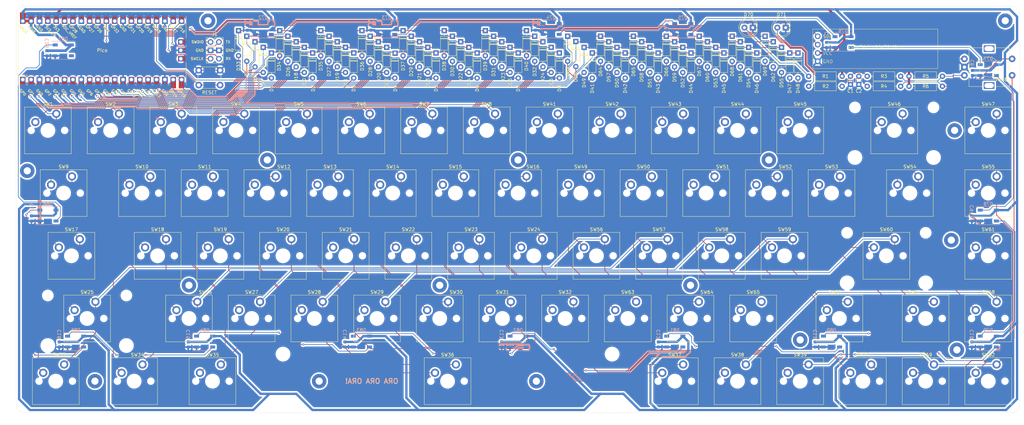
<source format=kicad_pcb>
(kicad_pcb (version 20240108) (generator "pcbnew") (generator_version "8.0")
  (layers (0 "F.Cu" signal) (31 "B.Cu" signal) (34 "B.Paste" user) (35 "F.Paste" user) (36 "B.SilkS" user "B.Silkscreen") (37 "F.SilkS" user "F.Silkscreen") (38 "B.Mask" user) (39 "F.Mask" user) (44 "Edge.Cuts" user))
  (net 0 "")
  (net 1 "Net-(D1-A)")
  (net 2 "Row 1")
  (net 3 "Net-(D2-A)")
  (net 4 "Net-(D3-A)")
  (net 5 "Net-(D4-A)")
  (net 6 "Net-(D5-A)")
  (net 7 "Net-(D6-A)")
  (net 8 "Net-(D7-A)")
  (net 9 "Net-(D8-A)")
  (net 10 "Row 2")
  (net 11 "Net-(D9-A)")
  (net 12 "Net-(D10-A)")
  (net 13 "Net-(D11-A)")
  (net 14 "Net-(D12-A)")
  (net 15 "Net-(D13-A)")
  (net 16 "Net-(D14-A)")
  (net 17 "Net-(D15-A)")
  (net 18 "Net-(D16-A)")
  (net 19 "Row 3")
  (net 20 "Net-(D17-A)")
  (net 21 "Net-(D18-A)")
  (net 22 "Net-(D19-A)")
  (net 23 "Net-(D20-A)")
  (net 24 "Net-(D21-A)")
  (net 25 "Net-(D22-A)")
  (net 26 "Net-(D23-A)")
  (net 27 "Net-(D24-A)")
  (net 28 "Net-(D25-A)")
  (net 29 "Row 4")
  (net 30 "Net-(D26-A)")
  (net 31 "Net-(D27-A)")
  (net 32 "Net-(D28-A)")
  (net 33 "Net-(D29-A)")
  (net 34 "Net-(D30-A)")
  (net 35 "Net-(D31-A)")
  (net 36 "Net-(D32-A)")
  (net 37 "Net-(D33-A)")
  (net 38 "Row 5")
  (net 39 "Net-(D34-A)")
  (net 40 "Net-(D35-A)")
  (net 41 "Net-(D36-A)")
  (net 42 "Net-(D37-A)")
  (net 43 "Net-(D38-A)")
  (net 44 "Net-(D39-A)")
  (net 45 "Net-(D40-A)")
  (net 46 "Net-(D41-A)")
  (net 47 "Row 6")
  (net 48 "Net-(D42-A)")
  (net 49 "Net-(D43-A)")
  (net 50 "Net-(D44-A)")
  (net 51 "Net-(D45-A)")
  (net 52 "Net-(D46-A)")
  (net 53 "Net-(D47-A)")
  (net 54 "Net-(D48-A)")
  (net 55 "Net-(D49-A)")
  (net 56 "Row 7")
  (net 57 "Net-(D50-A)")
  (net 58 "Net-(D51-A)")
  (net 59 "Net-(D52-A)")
  (net 60 "Net-(D53-A)")
  (net 61 "Net-(D54-A)")
  (net 62 "Net-(D55-A)")
  (net 63 "Net-(D56-A)")
  (net 64 "Net-(D57-A)")
  (net 65 "Row 8")
  (net 66 "Net-(D58-A)")
  (net 67 "Net-(D59-A)")
  (net 68 "Net-(D60-A)")
  (net 69 "Net-(D61-A)")
  (net 70 "Net-(D62-A)")
  (net 71 "Net-(D63-A)")
  (net 72 "Net-(D64-A)")
  (net 73 "Col 1")
  (net 74 "Col 2")
  (net 75 "Col 3")
  (net 76 "Col 4")
  (net 77 "Col 5")
  (net 78 "Col 6")
  (net 79 "Col 7")
  (net 80 "Col 8")
  (net 81 "Net-(D66-A)")
  (net 82 "Row 9")
  (net 83 "Net-(D67-A)")
  (net 84 "Net-(D68-A)")
  (net 85 "GND")
  (net 86 "Net-(D65-A)")
  (net 87 "+3V3")
  (net 89 "Net-(D72-DOUT)")
  (net 92 "Net-(U1-RUN)")
  (net 93 "Rot DT")
  (net 94 "Rot CLK")
  (net 95 "Net-(R3-Pad2)")
  (net 96 "Net-(R4-Pad2)")
  (net 97 "Net-(D69-A)")
  (net 98 "Net-(SSD1306_128x32_i2c1-SDA)")
  (net 99 "Net-(SSD1306_128x32_i2c1-SCK)")
  (net 100 "Net-(D70-A)")
  (net 101 "Net-(D71-A)")
  (net 102 "Net-(U1-GPIO27_ADC1)")
  (net 107 "+5V")
  (net 109 "leds")
  (net 110 "Net-(D73-DOUT)")
  (net 111 "Net-(D74-DOUT)")
  (net 112 "Net-(D75-DOUT)")
  (net 113 "Net-(D76-DOUT)")
  (net 114 "Net-(D77-DOUT)")
  (net 115 "Net-(D78-DOUT)")
  (net 116 "Net-(D79-DOUT)")
  (net 117 "Net-(D80-DOUT)")
  (net 118 "Net-(D81-DOUT)")
  (net 119 "Net-(D82-DOUT)")
  (net 120 "Net-(D83-DOUT)")
  (net 121 "Net-(D84-DOUT)")
  (net 122 "Net-(D85-DOUT)")
  (net 123 "Net-(D86-DOUT)")
  (net 125 "uart rx")
  (net 126 "uart tx")
  (net 127 "swclk")
  (net 128 "swdio")
  (footprint "PCM_Switch_Keyboard_Cherry_MX:SW_Cherry_MX_PCB_1.00u" (layer "F.Cu") (at 344.175 202.03)
    (property "Reference" "SW39")
    (property "Value" "SW_Push_45deg")
  )
  (footprint "PCM_Switch_Keyboard_Cherry_MX:SW_Cherry_MX_PCB_1.00u" (layer "F.Cu") (at 163.2 144.88)
    (property "Reference" "SW11")
    (property "Value" "SW_Push_45deg")
  )
  (footprint "Diode_THT:D_DO-35_SOD27_P7.62mm_Horizontal" (layer "F.Cu") (at 243.5 100.6 -90)
    (property "Reference" "D14")
    (property "Value" "1N4148" (hide yes))
  )
  (footprint "PCM_Switch_Keyboard_Cherry_MX:SW_Cherry_MX_PCB_1.00u" (layer "F.Cu") (at 234.6374 182.98)
    (property "Reference" "SW30")
    (property "Value" "SW_Push_45deg")
  )
  (footprint "PCM_Switch_Keyboard_Cherry_MX:SW_Cherry_MX_PCB_1.00u" (layer "F.Cu") (at 344.175 125.83)
    (property "Reference" "SW45")
    (property "Value" "SW_Push_45deg")
  )
  (footprint "MCU_RaspberryPi_and_Boards:RPi_Pico_SMD_TH" (layer "F.Cu") (at 132.06 101.5 90)
    (property "Reference" "Pico")
    (property "Value" "Pico")
  )
  (footprint "PCM_Switch_Keyboard_Cherry_MX:SW_Cherry_MX_PCB_1.00u" (layer "F.Cu") (at 296.55 144.88)
    (property "Reference" "SW50")
    (property "Value" "SW_Push_45deg")
  )
  (footprint "PCM_Switch_Keyboard_Cherry_MX:SW_Cherry_MX_PCB_1.75u" (layer "F.Cu") (at 122.7187 163.93)
    (property "Reference" "SW17")
    (property "Value" "SW_Push_45deg")
  )
  (footprint "Diode_THT:D_DO-35_SOD27_P7.62mm_Horizontal" (layer "F.Cu") (at 186 95.5 -90)
    (property "Reference" "D34")
    (property "Value" "1N4148" (hide yes))
  )
  (footprint "Diode_THT:D_DO-35_SOD27_P7.62mm_Horizontal" (layer "F.Cu") (at 276 98.8 -90)
    (property "Reference" "D56")
    (property "Value" "1N4148" (hide yes))
  )
  (footprint "Rotary_Encoder:RotaryEncoder_Alps_EC11E-Switch_Vertical_H20mm" (layer "F.Cu") (at 394.075 104.09)
    (property "Reference" "SW48")
    (property "Value" "RotaryEncoder_Switch")
  )
  (footprint "Diode_THT:D_DO-35_SOD27_P7.62mm_Horizontal" (layer "F.Cu") (at 298.5 100.6 -90)
    (property "Reference" "D51")
    (property "Value" "1N4148" (hide yes))
  )
  (footprint "SPI_Displays:SSD1306_128x32_i2c" (layer "F.Cu") (at 367 101.03)
    (property "Reference" "SSD1306_128x32_i2c1")
    (property "Value" "~")
  )
  (footprint "Diode_THT:D_DO-35_SOD27_P7.62mm_Horizontal" (layer "F.Cu") (at 236 95.5 -90)
    (property "Reference" "D38")
    (property "Value" "1N4148" (hide yes))
  )
  (footprint "PCM_Switch_Keyboard_Cherry_MX:SW_Cherry_MX_PCB_1.00u" (layer "F.Cu") (at 291.7874 182.98)
    (property "Reference" "SW63")
    (property "Value" "SW_Push_45deg")
  )
  (footprint "PCM_Switch_Keyboard_Cherry_MX:SW_Cherry_MX_PCB_2.25u" (layer "F.Cu") (at 127.4812 182.98)
    (property "Reference" "SW25")
    (property "Value" "SW_Push_45deg")
  )
  (footprint "Resistor_THT:R_Axial_DIN0207_L6.3mm_D2.5mm_P10.16mm_Horizontal" (layer "F.Cu") (at 377.24 109.37)
    (property "Reference" "R5")
    (property "Value" "10k")
  )
  (footprint "PCM_Switch_Keyboard_Cherry_MX:SW_Cherry_MX_PCB_1.00u" (layer "F.Cu") (at 272.7374 182.98)
    (property "Reference" "SW32")
    (property "Value" "SW_Push_45deg")
  )
  (footprint "Diode_THT:D_DO-35_SOD27_P7.62mm_Horizontal" (layer "F.Cu") (at 318.5 100.6 -90)
    (property "Reference" "D53")
    (property "Value" "1N4148" (hide yes))
  )
  (footprint "PCM_Switch_Keyboard_Cherry_MX:SW_Cherry_MX_PCB_1.00u" (layer "F.Cu") (at 306.075 125.83)
    (property "Reference" "SW43")
    (property "Value" "SW_Push_45deg")
  )
  (footprint "PCM_Switch_Keyboard_Cherry_MX:SW_Cherry_MX_PCB_1.00u" (layer "F.Cu") (at 253.6874 182.98)
    (property "Reference" "SW31")
    (property "Value" "SW_Push_45deg")
  )
  (footprint "LED_THT:LED_D5.0mm" (layer "F.Cu") (at 329.77 94.6 180)
    (property "Reference" "D70")
    (property "Value" "LED")
  )
  (footprint "Diode_THT:D_DO-35_SOD27_P7.62mm_Horizontal" (layer "F.Cu") (at 233.5 102.3 -90)
    (property "Reference" "D5")
    (property "Value" "1N4148" (hide yes))
  )
  (footprint "MountingHole:MountingHole_2.2mm_M2_Pad" (layer "F.Cu") (at 264 202.03)
    (property "Reference" "H9" (hide yes))
    (property "Value" "MountingHole" (hide yes))
  )
  (footprint "Diode_THT:D_DO-35_SOD27_P7.62mm_Horizontal" (layer "F.Cu") (at 178.5 98.9 -90)
    (property "Reference" "D17")
    (property "Value" "1N4148" (hide yes))
  )
  (footprint "MountingHole:MountingHole_2.2mm_M2_Pad" (layer "F.Cu") (at 344.175 189.48)
    (property "Reference" "H13" (hide yes))
    (property "Value" "MountingHole" (hide yes))
  )
  (footprint "PCM_Switch_Keyboard_Cherry_MX:SW_Cherry_MX_PCB_1.00u" (layer "F.Cu") (at 329.8874 182.98)
    (property "Reference" "SW65")
    (property "Value" "SW_Push_45deg")
  )
  (footprint "MountingHole:MountingHole_2.2mm_M2_Pad" (layer "F.Cu") (at 158.4374 172.9)
    (property "Reference" "H6" (hide yes))
    (property "Value" "MountingHole" (hide yes))
  )
  (footprint "Diode_THT:D_DO-35_SOD27_P7.62mm_Horizontal" (layer "F.Cu") (at 258.5 102.3 -90)
    (property "Reference" "D7")
    (property "Value" "1N4148" (hide yes))
  )
  (footprint "Diode_THT:D_DO-35_SOD27_P7.62mm_Horizontal" (layer "F.Cu") (at 173.5 95.5 -90)
    (property "Reference" "D33")
    (property "Value" "1N4148" (hide yes))
  )
  (footprint "Diode_THT:D_DO-35_SOD27_P7.62mm_Horizontal" (layer "F.Cu") (at 343.5 102.3 -90)
    (property "Reference" "D48")
    (property "Value" "1N4148" (hide yes))
  )
  (footprint "Diode_THT:D_DO-35_SOD27_P7.62mm_Horizontal" (layer "F.Cu") (at 286 98.9 -90)
    (property "Reference" "D57")
    (property "Value" "1N4148" (hide yes))
  )
  (footprint "PCM_Switch_Keyboard_Cherry_MX:SW_Cherry_MX_PCB_1.00u" (layer "F.Cu") (at 239.4 144.88)
    (property "Reference" "SW15")
    (property "Value" "SW_Push_45deg")
  )
  (footprint "PCM_Mounting_Keyboard_Stabilizer:Stabilizer_Cherry_MX_2.00u" (layer "F.Cu") (at 370.3686 163.93)
    (property "Reference" "REF**" (hide yes))
    (property "Value" "Stabilizer_Cherry_MX_2.00u")
  )
  (footprint "Diode_THT:D_DO-35_SOD27_P7.62mm_Horizontal" (layer "F.Cu") (at 321 102.3 -90)
    (property "Reference" "D45")
    (property "Value" "1N4148" (hide yes))
  )
  (footprint "PCM_Switch_Keyboard_Cherry_MX:SW_Cherry_MX_PCB_1.00u" (layer "F.Cu") (at 158.4374 182.98)
    (property "Reference" "SW26")
    (property "Value" "SW_Push_45deg")
  )
  (footprint "Diode_THT:D_DO-35_SOD27_P7.62mm_Horizontal" (layer "F.Cu") (at 188.5 97.2 -90)
    (property "Reference" "D26")
    (property "Value" "1N4148" (hide yes))
  )
  (footprint "PCM_Switch_Keyboard_Cherry_MX:SW_Cherry_MX_PCB_1.00u" (layer "F.Cu") (at 301.3124 163.93)
    (property "Reference" "SW57")
    (property "Value" "SW_Push_45deg")
  )
  (footprint "MountingHole:MountingHole_2.2mm_M2_Pad" (layer "F.Cu") (at 164.22 92.5)
    (property "Reference" "H1" (hide yes))
    (property "Value" "MountingHole" (hide yes))
  )
  (footprint "Diode_THT:D_DO-35_SOD27_P7.62mm_Horizontal" (layer "F.Cu") (at 331 102.3 -90)
    (property "Reference" "D46")
    (property "Value" "1N4148" (hide yes))
  )
  (footprint "Diode_THT:D_DO-35_SOD27_P7.62mm_Horizontal" (layer "F.Cu") (at 256 100.6 -90)
    (property "Reference" "D15")
    (property "Value" "1N4148" (hide yes))
  )
  (footprint "PCM_Switch_Keyboard_Cherry_MX:SW_Cherry_MX_PCB_1.00u" (layer "F.Cu") (at 315.6 144.88)
    (property "Reference" "SW51")
    (property "Value" "SW_Push_45deg")
  )
  (footprint "Diode_THT:D_DO-35_SOD27_P7.62mm_Horizontal" (layer "F.Cu") (at 293.5 97.2 -90)
    (property "Reference" "D65")
    (property "Value" "1N4148" (hide yes))
  )
  (footprint "Diode_THT:D_DO-35_SOD27_P7.62mm_Horizontal" (layer "F.Cu") (at 281 102.3 -90)
    (property "Reference" "D41")
    (property "Value" "1N4148" (hide yes))
  )
  (footprint "PCM_Switch_Keyboard_Cherry_MX:SW_Cherry_MX_PCB_1.00u" (layer "F.Cu") (at 277.5 144.88)
    (property "Reference" "SW49")
    (property "Value" "SW_Push_45deg")
  )
  (footprint "PCM_Switch_Keyboard_Cherry_MX:SW_Cherry_MX_PCB_1.00u" (layer "F.Cu") (at 215.5874 182.98)
    (property "Reference" "SW29")
    (property "Value" "SW_Push_45deg")
  )
  (footprint "MountingHole:MountingHole_2.2mm_M2_Pad" (layer "F.Cu") (at 391.1 125.83)
    (property "Reference" "H7" (hide yes))
    (property "Value" "MountingHole" (hide yes))
  )
  (footprint "MountingHole:MountingHole_2.2mm_M2_Pad" (layer "F.Cu") (at 258.45 134.8)
    (property "Reference" "H4" (hide yes))
    (property "Value" "MountingHole" (hide yes))
  )
  (footprint "Diode_THT:D_DO-35_SOD27_P7.62mm_Horizontal" (layer "F.Cu") (at 278.5 100.6 -90)
    (property "Reference" "D49")
    (property "Value" "1N4148" (hide yes))
  )
  (footprint "Diode_THT:D_DO-35_SOD27_P7.62mm_Horizontal" (layer "F.Cu") (at 193.5 100.6 -90)
    (property "Reference" "D10")
    (property "Value" "1N4148" (hide yes))
  )
  (footprint "Diode_THT:D_DO-35_SOD27_P7.62mm_Horizontal" (layer "F.Cu") (at 303.5 97.2 -90)
    (property "Reference" "D66")
    (property "Value" "1N4148" (hide yes))
  )
  (footprint "Diode_THT:D_DO-35_SOD27_P7.62mm_Horizontal" (layer "F.Cu") (at 216 98.9 -90)
    (property "Reference" "D20")
    (property "Value" "1N4148" (hide yes))
  )
  (footprint "Diode_THT:D_DO-35_SOD27_P7.62mm_Horizontal" (layer "F.Cu") (at 326 98.9 -90)
    (property "Reference" "D61")
    (property "Value" "1N4148" (hide yes))
  )
  (footprint "Diode_THT:D_DO-35_SOD27_P7.62mm_Horizontal" (layer "F.Cu") (at 248.5 95.5 -90)
    (property "Reference" "D39")
    (property "Value" "1N4148" (hide yes))
  )
  (footprint "PCM_Switch_Keyboard_Cherry_MX:SW_Cherry_MX_PCB_1.00u" (layer "F.Cu") (at 401.3248 125.83)
    (property "Reference" "SW47")
    (property "Value" "SW_Push_45deg")
  )
  (footprint "Diode_THT:D_DO-35_SOD27_P7.62mm_Horizontal" (layer "F.Cu") (at 308.5 100.6 -90)
    (property "Reference" "D52")
    (property "Value" "1N4148" (hide yes))
  )
  (footprint "MountingHole:MountingHole_2.2mm_M2_Pad" (layer "F.Cu") (at 109.3 138.11)
    (property "Reference" "H3" (hide yes))
    (property "Value" "MountingHole" (hide yes))
  )
  (footprint "Capacitor_THT:C_Disc_D3.0mm_W1.6mm_P2.50mm" (layer "F.Cu") (at 359.46 109.37 -90)
    (property "Reference" "C1")
    (property "Value" "0.01 µf")
  )
  (footprint "Resistor_THT:R_Axial_DIN0207_L6.3mm_D2.5mm_P10.16mm_Horizontal" (layer "F.Cu") (at 356.92 109.37 180)
    (property "Reference" "R1")
    (property "Value" "390")
  )
  (footprint "Diode_THT:D_DO-35_SOD27_P7.62mm_Horizontal" (layer "F.Cu") (at 311 102.3 -90)
    (property "Reference" "D44")
    (property "Value" "1N4148" (hide yes))
  )
  (footprint "Resistor_THT:R_Axial_DIN0207_L6.3mm_D2.5mm_P10.16mm_Horizontal" (layer "F.Cu") (at 364.54 112.42)
    (property "Reference" "R4")
    (property "Value" "10k")
  )
  (footprint "Diode_THT:D_DO-35_SOD27_P7.62mm_Horizontal" (layer "F.Cu") (at 316 98.9 -90)
    (property "Reference" "D60")
    (property "Value" "1N4148" (hide yes))
  )
  (footprint "PCM_Switch_Keyboard_Cherry_MX:SW_Cherry_MX_PCB_2.25u" (layer "F.Cu") (at 370.3686 163.93)
    (property "Reference" "SW60")
    (property "Value" "SW_Push_45deg")
  )
  (footprint "Diode_THT:D_DO-35_SOD27_P7.62mm_Horizontal" (layer "F.Cu") (at 231 100.6 -90)
    (property "Reference" "D13")
    (property "Value" "1N4148" (hide yes))
  )
  (footprint "Diode_THT:D_DO-35_SOD27_P7.62mm_Horizontal" (layer "F.Cu") (at 296 98.9 -90)
    (property "Reference" "D58")
    (property "Value" "1N4148" (hide yes))
  )
  (footprint "PCM_Switch_Keyboard_Cherry_MX:SW_Cherry_MX_PCB_2.00u" (layer "F.Cu") (at 372.75 125.83)
    (property "Reference" "SW46")
    (property "Value" "SW_Push_45deg")
  )
  (footprint "Diode_THT:D_DO-35_SOD27_P7.62mm_Horizontal" (layer "F.Cu") (at 221 102.3 -90)
    (property "Reference" "D4")
    (property "Value" "1N4148" (hide yes))
  )
  (footprint "PCM_Switch_Keyboard_Cherry_MX:SW_Cherry_MX_PCB_1.00u" (layer "F.Cu") (at 287.025 125.83)
    (property "Reference" "SW42")
    (property "Value" "SW_Push_45deg")
  )
  (footprint "PCM_Switch_Keyboard_Cherry_MX:SW_Cherry_MX_PCB_1.00u" (layer "F.Cu") (at 267.975 125.83)
    (property "Reference" "SW41")
    (property "Value" "SW_Push_45deg")
  )
  (footprint "Diode_THT:D_DO-35_SOD27_P7.62mm_Horizontal" (layer "F.Cu") (at 198.5 95.5 -90)
    (property "Reference" "D35")
    (property "Value" "1N4148" (hide yes))
  )
  (footprint "PCM_Switch_Keyboard_Cherry_MX:SW_Cherry_MX_PCB_1.75u" (layer "F.Cu") (at 356.0811 182.98)
    (property "Reference" "SW66")
    (property "Value" "SW_Push_45deg")
  )
  (footprint "Diode_THT:D_DO-35_SOD27_P7.62mm_Horizontal" (layer "F.Cu") (at 328.5 100.6 -90)
    (property "Reference" "D54")
    (property "Value" "1N4148" (hide yes))
  )
  (footprint "Capacitor_THT:C_Disc_D3.0mm_W1.6mm_P2.50mm" (layer "F.Cu") (at 362 109.37 -90)
    (property "Reference" "C2")
    (property "Value" "0.01 µf")
  )
  (footprint "PCM_Switch_Keyboard_Cherry_MX:SW_Cherry_MX_PCB_1.00u" (layer "F.Cu") (at 263.2124 163.93)
    (property "Reference" "SW24")
    (property "Value" "SW_Push_45deg")
  )
  (footprint "PCM_Switch_Keyboard_Cherry_MX:SW_Cherry_MX_PCB_1.00u" (layer "F.Cu") (at 353.7 144.88)
    (property "Reference" "SW53")
    (property "Value" "SW_Push_45deg")
  )
  (footprint "Diode_THT:D_DO-35_SOD27_P7.62mm_Horizontal" (layer "F.Cu") (at 191 98.9 -90)
    (property "Reference" "D18")
    (property "Value" "1N4148" (hide yes))
  )
  (footprint "PCM_Switch_Keyboard_Cherry_MX:SW_Cherry_MX_PCB_1.00u" (layer "F.Cu") (at 182.25 144.88)
    (property "Reference" "SW12")
    (property "Value" "SW_Push_45deg")
  )
  (footprint "Diode_THT:D_DO-35_SOD27_P7.62mm_Horizontal" (layer "F.Cu") (at 313.5 97.2 -90)
    (property "Reference" "D67")
    (property "Value" "1N4148" (hide yes))
  )
  (footprint "PCM_Switch_Keyboard_Cherry_MX:SW_Cherry_MX_PCB_1.00u" (layer "F.Cu") (at 206.0624 163.93)
    (property "Reference" "SW21")
    (property "Value" "SW_Push_45deg")
  )
  (footprint "Diode_THT:D_DO-35_SOD27_P7.62mm_Horizontal" (layer "F.Cu") (at 273.5 97.2 -90)
    (property "Reference" "D63")
    (property "Value" "1N4148" (hide yes))
  )
  (footprint "MountingHole:MountingHole_2.2mm_M2_Pad" (layer "F.Cu") (at 310.8374 172.9)
    (property "Reference" "H16" (hide yes))
    (property "Value" "MountingHole" (hide yes))
  )
  (footprint "Diode_THT:D_DO-35_SOD27_P7.62mm_Horizontal" (layer "F.Cu") (at 218.5 100.6 -90)
    (property "Reference" "D12")
    (property "Value" "1N4148" (hide yes))
  )
  (footprint "Diode_THT:D_DO-35_SOD27_P7.62mm_Horizontal" (layer "F.Cu") (at 251 97.2 -90)
    (property "Reference" "D31")
    (property "Value" "1N4148" (hide yes))
  )
  (footprint "PCM_Switch_Keyboard_Cherry_MX:SW_Cherry_MX_PCB_1.00u" (layer "F.Cu") (at 153.675 125.83)
    (property "Reference" "SW3")
    (property "Value" "SW_Push_45deg")
  )
  (footprint "PCM_Switch_Keyboard_Cherry_MX:SW_Cherry_MX_PCB_1.50u" (layer "F.Cu") (at 120.3375 144.88)
    (property "Reference" "SW9")
    (property "Value" "SW_Push_45deg")
  )
  (footprint "MountingHole:MountingHole_2.2mm_M2_Pad" (layer "F.Cu") (at 391.8 192.505)
    (property "Reference" "H5" (hide yes))
    (property "Value" "MountingHole" (hide yes))
  )
  (footprint "Button_Switch_THT:SW_PUSH_6mm" (layer "F.Cu") (at 167.9 112.05 180)
    (property "Reference" "RESET")
    (property "Value" "SW_Push")
  )
  (footprint "PCM_Switch_Keyboard_Cherry_MX:SW_Cherry_MX_PCB_1.00u" (layer "F.Cu") (at 310.8374 182.98)
    (property "Reference" "SW64")
    (property "Value" "SW_Push_45deg")
  )
  (footprint "PCM_Switch_Keyboard_Cherry_MX:SW_Cherry_MX_PCB_1.00u" (layer "F.Cu") (at 363.225 202.03)
    (property "Reference" "SW40")
    (property "Value" "SW_Push_45deg")
  )
  (footprint "Diode_THT:D_DO-35_SOD27_P7.62mm_Horizontal" (layer "F.Cu") (at 306 98.9 -90)
    (property "Reference" "D59")
    (property "Value" "1N4148" (hide yes))
  )
  (footprint "Resistor_THT:R_Axial_DIN0207_L6.3mm_D2.5mm_P10.16mm_Horizontal" (layer "F.Cu") (at 377.24 112.42)
    (property "Reference" "R6")
    (property "Value" "10k")
  )
  (footprint "PCM_Switch_Keyboard_Cherry_MX:SW_Cherry_MX_PCB_1.00u" (layer "F.Cu") (at 334.65 144.88)
    (property "Reference" "SW52")
    (property "Value" "SW_Push_45deg")
  )
  (footprint "PCM_Switch_Keyboard_Cherry_MX:SW_Cherry_MX_PCB_1.00u" (layer "F.Cu") (at 282.2624 163.93)
    (property "Reference" "SW56")
    (property "Value" "SW_Push_45deg")
  )
  (footprint "MountingHole:MountingHole_2.2mm_M2_Pad" (layer "F.Cu") (at 198 202.03)
    (property "Reference" "H10" (hide yes))
    (property "Value" "MountingHole" (hide yes))
  )
  (footprint "Diode_THT:D_DO-35_SOD27_P7.62mm_Horizontal" (layer "F.Cu") (at 301 102.3 -90)
    (property "Reference" "D43")
    (property "Value" "1N4148" (hide yes))
  )
  (footprint "Diode_THT:D_DO-35_SOD27_P7.62mm_Horizontal" (layer "F.Cu") (at 213.5 97.2 -90)
    (property "Reference" "D28")
    (property "Value" "1N4148" (hide yes))
  )
  (footprint "Diode_THT:D_DO-35_SOD27_P7.62mm_Horizontal" (layer "F.Cu") (at 263.5 97.2 -90)
    (property "Reference" "D32")
    (property "Value" "1N4148" (hide yes))
  )
  (footprint "PCM_Mounting_Keyboard_Stabilizer:Stabilizer_Cherry_MX_6.25u" (layer "F.Cu") (at 237.0187 202.03 180)
    (property "Reference" "REF**" (hide yes))
    (property "Value" "Stabilizer_Cherry_MX_6.25u")
  )
  (footprint "PCM_Switch_Keyboard_Cherry_MX:SW_Cherry_MX_PCB_1.00u" (layer "F.Cu") (at 134.625 125.83)
    (property "Reference" "SW2")
    (property "Value" "SW_Push_45deg")
  )
  (footprint "MountingHole:MountingHole_2.2mm_M2_Pad" (layer "F.Cu") (at 390.1 159.1675)
    (property "Reference" "H14" (hide yes))
    (property "Value" "MountingHole" (hide yes))
  )
  (footprint "PCM_Switch_Keyboard_Cherry_MX:SW_Cherry_MX_PCB_1.00u" (layer "F.Cu") (at 167.9624 163.93)
    (property "Reference" "SW19")
    (property "Value" "SW_Push_45deg")
  )
  (footprint "MountingHole:MountingHole_2.2mm_M2_Pad" (layer "F.Cu") (at 182.25 134.8)
    (property "Reference" "H11" (hide yes))
    (property "Value" "MountingHole" (hide yes))
  )
  (footprint "Diode_THT:D_DO-35_SOD27_P7.62mm_Horizontal" (layer "F.Cu") (at 181 100.6 -90)
    (property "Reference" "D9")
    (property "Value" "1N4148" (hide yes))
  )
  (footprint "Diode_THT:D_DO-35_SOD27_P7.62mm_Horizontal" (layer "F.Cu") (at 323.5 97.2 -90)
    (property "Reference" "D68")
    (property "Value" "1N4148" (hide yes))
  )
  (footprint "Diode_THT:D_DO-35_SOD27_P7.62mm_Horizontal" (layer "F.Cu") (at 246 102.3 -90)
    (property "Reference" "D6")
    (property "Value" "1N4148" (hide yes))
  )
  (footprint "PCM_Mounting_Keyboard_Stabilizer:Stabilizer_Cherry_MX_2.00u" (layer "F.Cu") (at 372.75 125.83)
    (property "Reference" "REF**" (hide yes))
    (property "Value" "Stabilizer_Cherry_MX_2.00u")
  )
  (footprint "Diode_THT:D_DO-35_SOD27_P7.62mm_Horizontal" (layer "F.Cu") (at 336 98.9 -90)
    (property "Reference" "D62")
    (property "Value" "1N4148" (hide yes))
  )
  (footprint "PCM_Switch_Keyboard_Cherry_MX:SW_Cherry_MX_PCB_1.00u" (layer "F.Cu") (at 220.35 144.88)
    (property "Reference" "SW14")
    (property "Value" "SW_Push_45deg")
  )
  (footprint "LED_THT:LED_D5.0mm" (layer "F.Cu") (at 339.77 94.6 180)
    (property "Reference" "D71")
    (property "Value" "LED")
  )
  (footprint "Diode_THT:D_DO-35_SOD27_P7.62mm_Horizontal" (layer "F.Cu") (at 333.5 97.2 -90)
    (property "Reference" "D69")
    (property "Value" "1N4148" (hide yes))
  )
  (footprint "PCM_Switch_Keyboard_Cherry_MX:SW_Cherry_MX_PCB_1.00u" (layer "F.Cu") (at 401.3248 182.98)
    (property "Reference" "SW68")
    (property "Value" "SW_Push_45deg")
  )
  (footprint "Connector_PinHeader_2.54mm:PinHeader_2x03_P2.54mm_Vertical" (layer "F.Cu") (at 165 98.96)
    (property "Reference" "J1")
    (property "Value" "Conn_01x06_Socket")
  )
  (footprint "PCM_Switch_Keyboard_Cherry_MX:SW_Cherry_MX_PCB_1.00u" (layer "F.Cu") (at 201.3 144.88)
    (property "Reference" "SW13")
    (property "Value" "SW_Push_45deg")
  )
  (footprint "PCM_Switch_Keyboard_Cherry_MX:SW_Cherry_MX_PCB_1.00u" (layer "F.Cu") (at 244.1624 163.93)
    (property "Reference" "SW23")
    (property "Value" "SW_Push_45deg")
  )
  (footprint "PCM_Switch_Keyboard_Cherry_MX:SW_Cherry_MX_PCB_1.00u" (layer "F.Cu") (at 210.825 125.83)
    (property "Reference" "SW6")
    (property "Value" "SW_Push_45deg")
  )
  (footprint "PCM_Switch_Keyboard_Cherry_MX:SW_Cherry_MX_PCB_1.00u" (layer "F.Cu") (at 172.725 125.83)
    (property "Reference" "SW4")
    (property "Value" "SW_Push_45deg")
  )
  (footprint "PCM_Switch_Keyboard_Cherry_MX:SW_Cherry_MX_PCB_1.25u" (layer "F.Cu") (at 117.9562 202.03)
    (property "Reference" "SW33")
    (property "Value" "SW_Push_45deg")
  )
  (footprint "Diode_THT:D_DO-35_SOD27_P7.62mm_Horizontal" (layer "F.Cu") (at 196 102.3 -90)
    (property "Reference" "D2")
    (property "Value" "1N4148" (hide yes))
  )
  (footprint "Diode_THT:D_DO-35_SOD27_P7.62mm_Horizontal" (layer "F.Cu") (at 253.5 98.9 -90)
    (property "Reference" "D23")
    (property "Value" "1N4148" (hide yes))
  )
  (footprint "Diode_THT:D_DO-35_SOD27_P7.62mm_Horizontal" (layer "F.Cu") (at 288.5 100.6 -90)
    (property "Reference" "D50")
    (property "Value" "1N4148" (hide yes))
  )
  (footprint "Diode_THT:D_DO-35_SOD27_P7.62mm_Horizontal" (layer "F.Cu") (at 238.5 97.2 -90)
    (property "Reference" "D30")
    (property "Value" "1N4148" (hide yes))
  )
  (footprint "PCM_Switch_Keyboard_Cherry_MX:SW_Cherry_MX_PCB_1.00u" (layer "F.Cu") (at 339.4124 163.93)
    (property "Reference" "SW59")
    (property "Value" "SW_Push_45deg")
  )
  (footprint "PCM_Switch_Keyboard_Cherry_MX:SW_Cherry_MX_PCB_1.00u" (layer "F.Cu") (at 248.925 125.83)
    (property "Reference" "SW8")
    (property "Value" "SW_Push_45deg")
  )
  (footprint "PCM_Switch_Keyboard_Cherry_MX:SW_Cherry_MX_PCB_1.00u" (layer "F.Cu") (at 191.775 125.83)
    (property "Reference" "SW5")
    (property "Value" "SW_Push_45deg")
  )
  (footprint "PCM_Switch_Keyboard_Cherry_MX:SW_Cherry_MX_PCB_1.00u" (layer "F.Cu") (at 115.575 125.83)
    (property "Reference" "SW1")
    (property "Value" "SW_Push_45deg")
  )
  (footprint "Diode_THT:D_DO-35_SOD27_P7.62mm_Horizontal" (layer "F.Cu") (at 211 95.5 -90)
    (property "Reference" "D36")
    (property "Value" "1N4148" (hide yes))
  )
  (footprint "MountingHole:MountingHole_2.2mm_M2_Pad" (layer "F.Cu") (at 234.6374 172.9)
    (property "Reference" "H15" (hide yes))
    (property "Value" "MountingHole" (hide yes))
  )
  (footprint "PCM_Mounting_Keyboard_Stabilizer:Stabilizer_Cherry_MX_2.00u" (layer "F.Cu") (at 127.4812 182.98)
    (property "Reference" "REF**" (hide yes))
    (property "Value" "Stabilizer_Cherry_MX_2.00u")
  )
  (footprint "MountingHole:MountingHole_2.2mm_M2_Pad" (layer "F.Cu") (at 334.65 134.8)
    (property "Reference" "H12" (hide yes))
    (property "Value" "MountingHole" (hide yes))
  )
  (footprint "Diode_THT:D_DO-35_SOD27_P7.62mm_Horizontal" (layer "F.Cu") (at 201 97.2 -90)
    (property "Reference" "D27")
    (property "Value" "1N4148" (hide yes))
  )
  (footprint "PCM_Switch_Keyboard_Cherry_MX:SW_Cherry_MX_PCB_1.00u" (layer "F.Cu") (at 306.075 202.03)
    (property "Reference" "SW37")
    (property "Value" "SW_Push_45deg")
  )
  (footprint "PCM_Switch_Keyboard_Cherry_MX:SW_Cherry_MX_PCB_1.00u" (layer "F.Cu") (at 382.2748 202.03)
    (property "Reference" "SW69")
    (property "Value" "SW_Push_45deg")
  )
  (footprint "Diode_THT:D_DO-35_SOD27_P7.62mm_Horizontal" (layer "F.Cu") (at 266 98.9 -90)
    (property "Reference" "D24")
    (property "Value" "1N4148" (hide yes))
  )
  (footprint "Diode_THT:D_DO-35_SOD27_P7.62mm_Horizontal" (layer "F.Cu") (at 268.5 100.6 -90)
    (property "Reference" "D16")
    (property "Value" "1N4148" (hide yes))
  )
  (footprint "PCM_Switch_Keyboard_Cherry_MX:SW_Cherry_MX_PCB_1.00u" (layer "F.Cu") (at 148.9124 163.93)
    (property "Reference" "SW18")
    (property "Value" "SW_Push_45deg")
  )
  (footprint "PCM_Switch_Keyboard_Cherry_MX:SW_Cherry_MX_PCB_1.00u" (layer "F.Cu") (at 401.3248 202.03)
    (property "Reference" "SW62")
    (property "Value" "SW_Push_45deg")
  )
  (footprint "PCM_Switch_Keyboard_Cherry_MX:SW_Cherry_MX_PCB_1.25u" (layer "F.Cu") (at 165.5812 202.03)
    (property "Reference" "SW35")
    (property "Value" "SW_Push_45deg")
  )
  (footprint "Diode_THT:D_DO-35_SOD27_P7.62mm_Horizontal" (layer "F.Cu") (at 206 100.6 -90)
    (property "Reference" "D11")
    (property "Value" "1N4148" (hide yes))
  )
  (footprint "PCM_Switch_Keyboard_Cherry_MX:SW_Cherry_MX_PCB_1.50u" (layer "F.Cu") (at 377.5125 144.88)
    (property "Reference" "SW54")
    (property "Value" "SW_Push_45deg")
  )
  (footprint "PCM_Switch_Keyboard_Cherry_MX:SW_Cherry_MX_PCB_1.00u" (layer "F.Cu") (at 325.125 202.03)
    (property "Reference" "SW38")
    (property "Value" "SW_Push_45deg")
  )
  (footprint "Diode_THT:D_DO-35_SOD27_P7.62mm_Horizontal" (layer "F.Cu") (at 291 102.3 -90)
    (property "Reference" "D42")
    (property "Value" "1N4148" (hide yes))
  )
  (footprint "Diode_THT:D_DO-35_SOD27_P7.62mm_Horizontal" (layer "F.Cu") (at 208.5 102.3 -90)
    (property "Reference" "D3")
    (property "Value" "1N4148" (hide yes))
  )
  (footprint "PCM_Switch_Keyboard_Cherry_MX:SW_Cherry_MX_PCB_6.25u" (layer "F.Cu") (at 237.0187 202.03)
    (property "Reference" "SW36")
    (property "Value" "SW_Push_45deg")
  )
  (footprint "PCM_Switch_Keyboard_Cherry_MX:SW_Cherry_MX_PCB_1.00u" (layer "F.Cu") (at 320.3624 163.93)
    (property "Reference" "SW58")
    (property "Value" "SW_Push_45deg")
  )
  (footprint "Diode_THT:D_DO-35_SOD27_P7.62mm_Horizontal" (layer "F.Cu") (at 341 102.3 -90)
    (property "Reference" "D47")
    (property "Value" "1N4148" (hide yes))
  )
  (footprint "Diode_THT:D_DO-35_SOD27_P7.62mm_Horizontal" (layer "F.Cu") (at 176 97.2 -90)
    (property "Reference" "D25")
    (property "Value" "1N4148" (hide yes))
  )
  (footprint "PCM_Switch_Keyboard_Cherry_MX:SW_Cherry_MX_PCB_1.00u" (layer "F.Cu") (at 401.3248 163.93)
    (property "Reference" "SW61")
    (property "Value" "SW_Push_45deg")
  )
  (footprint "Diode_THT:D_DO-35_SOD27_P7.62mm_Horizontal" (layer "F.Cu") (at 228.5 98.9 -90)
    (property "Reference" "D21")
    (property "Value" "1N4148" (hide yes))
  )
  (footprint "Diode_THT:D_DO-35_SOD27_P7.62mm_Horizontal" (layer "F.Cu") (at 223.5 95.5 -90)
    (property "Reference" "D37")
    (property "Value" "1N4148" (hide yes))
  )
  (footprint "PCM_Switch_Keyboard_Cherry_MX:SW_Cherry_MX_PCB_1.00u" (layer "F.Cu") (at 325.125 125.83)
    (property "Reference" "SW44")
    (property "Value" "SW_Push_45deg")
  )
  (footprint "MountingHole:MountingHole_2.2mm_M2_Pad" (layer "F.Cu") (at 129.8624 202.03)
    (property "Reference" "H8" (hide yes))
    (property "Value" "MountingHole" (hide yes))
  )
  (footprint "PCM_Switch_Keyboard_Cherry_MX:SW_Cherry_MX_PCB_1.00u" (layer "F.Cu") (at 229.875 125.83)
    (property "Reference" "SW7")
    (property "Value" "SW_Push_45deg")
  )
  (footprint "Diode_THT:D_DO-35_SOD27_P7.62mm_Horizontal" (layer "F.Cu") (at 283.5 97.2 -90)
    (property "Reference" "D64")
    (property "Value" "1N4148" (hide yes))
  )
  (footprint "PCM_Switch_Keyboard_Cherry_MX:SW_Cherry_MX_PCB_1.00u" (layer "F.Cu") (at 196.5374 182.98)
    (property "Reference" "SW28")
    (property "Value" "SW_Push_45deg")
  )
  (footprint "PCM_Switch_Keyboard_Cherry_MX:SW_Cherry_MX_PCB_1.00u" (layer "F.Cu") (at 225.1124 163.93)
    (property "Reference" "SW22")
    (property "Value" "SW_Push_45deg")
  )
  (footprint "Diode_THT:D_DO-35_SOD27_P7.62mm_Horizontal" (layer "F.Cu") (at 183.5 102.3 -90)
    (property "Reference" "D1")
    (property "Value" "1N4148")
  )
  (footprint "Resistor_THT:R_Axial_DIN0207_L6.3mm_D2.5mm_P10.16mm_Horizontal" (layer "F.Cu") (at 356.92 112.42 180)
    (property "Reference" "R2")
    (property "Value" "390")
  )
  (footprint "PCM_Switch_Keyboard_Cherry_MX:SW_Cherry_MX_PCB_1.00u" (layer "F.Cu") (at 187.0124 163.93)
    (property "Reference" "SW20")
    (property "Value" "SW_Push_45deg")
  )
  (footprint "Diode_THT:D_DO-35_SOD27_P7.62mm_Horizontal" (layer "F.Cu") (at 261 95.5 -90)
    (property "Reference" "D40")
    (property "Value" "1N4148" (hide yes))
  )
  (footprint "PCM_Switch_Keyboard_Cherry_MX:SW_Cherry_MX_PCB_1.00u" (layer "F.Cu") (at 401.3248 144.88)
    (property "Reference" "SW55")
    (property "Value" "SW_Push_45deg")
  )
  (footprint "PCM_Switch_Keyboard_Cherry_MX:SW_Cherry_MX_PCB_1.00u" (layer "F.Cu") (at 258.45 144.88)
    (property "Reference" "SW16")
    (property "Value" "SW_Push_45deg")
  )
  (footprint "PCM_Switch_Keyboard_Cherry_MX:SW_Cherry_MX_PCB_1.00u" (layer "F.Cu") (at 177.4874 182.98)
    (property "Reference" "SW27")
    (property "Value" "SW_Push_45deg")
  )
  (footprint "Resistor_THT:R_Axial_DIN0207_L6.3mm_D2.5mm_P10.16mm_Horizontal" (layer "F.Cu") (at 364.54 109.37)
    (property "Reference" "R3")
    (property "Value" "10k")
  )
  (footprint "Diode_THT:D_DO-35_SOD27_P7.62mm_Horizontal" (layer "F.Cu") (at 241 98.9 -90)
    (property "Reference" "D22")
    (property "Value" "1N4148" (hide yes))
  )
  (footprint "Diode_THT:D_DO-35_SOD27_P7.62mm_Horizontal" (layer "F.Cu") (at 203.5 98.9 -90)
    (property "Reference" "D19")
    (property "Value" "1N4148" (hide yes))
  )
  (footprint "Diode_THT:D_DO-35_SOD27_P7.62mm_Horizontal" (layer "F.Cu") (at 338.5 100.6 -90)
    (property "Reference" "D55")
    (property "Value" "1N4148" (hide yes))
  )
  (footprint "PCM_Switch_Keyboard_Cherry_MX:SW_Cherry_MX_PCB_1.00u" (layer "F.Cu") (at 382.2748 182.98)
    (property "Reference" "SW67")
    (property "Value" "SW_Push_45deg")
  )
  (footprint "Diode_THT:D_DO-35_SOD27_P7.62mm_Horizontal" (layer "F.Cu") (at 226 97.2 -90)
    (property "Reference" "D29")
    (property "Value" "1N4148" (hide yes))
  )
  (footprint "PCM_Switch_Keyboard_Cherry_MX:SW_Cherry_MX_PCB_1.00u" (layer "F.Cu") (at 144.15 144.88)
    (property "Reference" "SW10")
    (property "Value" "SW_Push_45deg")
  )
  (footprint "MountingHole:MountingHole_2.2mm_M2_Pad" (layer "F.Cu") (at 406.48 92.5)
    (property "Reference" "H2" (hide yes))
    (property "Value" "MountingHole" (hide yes))
  )
  (footprint "Diode_THT:D_DO-35_SOD27_P7.62mm_Horizontal" (layer "F.Cu") (at 271 102.3 -90)
    (property "Reference" "D8")
    (property "Value" "1N4148" (hide yes))
  )
  (footprint "PCM_Switch_Keyboard_Cherry_MX:SW_Cherry_MX_PCB_1.25u" (layer "F.Cu") (at 141.7687 202.03)
    (property "Reference" "SW34")
    (property "Value" "SW_Push_45deg")
  )
  (footprint "LED_SMD:LED_WS2812B_PLCC4_5.0x5.0mm_P3.2mm" (layer "B.Cu") (at 401.3248 151.7 180)
    (property "Reference" "D78")
    (property "Value" "WS2812B")
  )
  (footprint "Capacitor_SMD:C_0603_1608Metric" (layer "B.Cu") (at 253.45 190.875 90)
    (property "Reference" "C13")
    (property "Value" "100nF")
  )
  (footprint "LED_SMD:LED_WS2812B_PLCC4_5.0x5.0mm_P3.2mm" (layer "B.Cu") (at 218.5 95 180)
    (property "Reference" "D73")
    (property "Value" "WS2812B")
  )
  (footprint "LED_SMD:LED_WS2812B_PLCC4_5.0x5.0mm_P3.2mm" (layer "B.Cu") (at 308.5 95 180)
    (property "Reference" "D75")
    (property "Value" "WS2812B")
  )
  (footprint "LED_SMD:LED_WS2812B_PLCC4_5.0x5.0mm_P3.2mm" (layer "B.Cu") (at 163.2 190 180)
    (property "Reference" "D84")
    (property "Value" "WS2812B")
  )
  (footprint "LED_SMD:LED_WS2812B_PLCC4_5.0x5.0mm_P3.2mm" (layer "B.Cu") (at 210.825 190 180)
    (property "Reference" "D83")
    (property "Value" "WS2812B")
  )
  (footprint "Capacitor_SMD:C_0603_1608Metric" (layer "B.Cu") (at 352.2 99.875 90)
    (property "Reference" "C7")
    (property "Value" "100nF")
  )
  (footprint "Capacitor_SMD:C_0603_1608Metric" (layer "B.Cu") (at 301.075 190.875 90)
    (property "Reference" "C12")
    (property "Value" "100nF")
  )
  (footprint "Capacitor_SMD:C_0603_1608Metric" (layer "B.Cu") (at 396.3248 152.575 90)
    (property "Reference" "C9")
    (property "Value" "100nF")
  )
  (footprint "LED_SMD:LED_WS2812B_PLCC4_5.0x5.0mm_P3.2mm" (layer "B.Cu") (at 258.45 190 180)
    (property "Reference" "D82")
    (property "Value" "WS2812B")
  )
  (footprint "LED_SMD:LED_WS2812B_PLCC4_5.0x5.0mm_P3.2mm" (layer "B.Cu") (at 401.3248 107.5 180)
    (property "Reference" "D77")
    (property "Value" "WS2812B")
  )
  (footprint "LED_SMD:LED_WS2812B_PLCC4_5.0x5.0mm_P3.2mm" (layer "B.Cu") (at 353.7 190 180)
    (property "Reference" "D80")
    (property "Value" "WS2812B")
  )
  (footprint "LED_SMD:LED_WS2812B_PLCC4_5.0x5.0mm_P3.2mm" (layer "B.Cu") (at 115.575 151.7 180)
    (property "Reference" "D86")
    (property "Value" "WS2812B")
  )
  (footprint "LED_SMD:LED_WS2812B_PLCC4_5.0x5.0mm_P3.2mm" (layer "B.Cu") (at 268.5 95 180)
    (property "Reference" "D74")
    (property "Value" "WS2812B")
  )
  (footprint "LED_SMD:LED_WS2812B_PLCC4_5.0x5.0mm_P3.2mm" (layer "B.Cu") (at 401.3248 190 180)
    (property "Reference" "D79")
    (property "Value" "WS2812B")
  )
  (footprint "Capacitor_SMD:C_0603_1608Metric" (layer "B.Cu") (at 263.7 94.6 90)
    (property "Reference" "C5")
    (property "Value" "100nF")
  )
  (footprint "Capacitor_SMD:C_0603_1608Metric" (layer "B.Cu") (at 158.2 190.875 90)
    (property "Reference" "C15")
    (property "Value" "100nF")
  )
  (footprint "Capacitor_SMD:C_0603_1608Metric" (layer "B.Cu") (at 348.7 190.875 90)
    (property "Reference" "C11")
    (property "Value" "100nF")
  )
  (footprint "Capacitor_SMD:C_0603_1608Metric" (layer "B.Cu") (at 110.575 152.575 90)
    (property "Reference" "C17")
    (property "Value" "100nF")
  )
  (footprint "LED_SMD:LED_WS2812B_PLCC4_5.0x5.0mm_P3.2mm" (layer "B.Cu") (at 124 190 180)
    (property "Reference" "D85")
    (property "Value" "WS2812B")
  )
  (footprint "Capacitor_SMD:C_0603_1608Metric" (layer "B.Cu") (at 115.25 102.375 90)
    (property "Reference" "C18")
    (property "Value" "100nF")
  )
  (footprint "Capacitor_SMD:C_0603_1608Metric" (layer "B.Cu") (at 303.7 94.6 90)
    (property "Reference" "C6")
    (property "Value" "100nF")
  )
  (footprint "Capacitor_SMD:C_0603_1608Metric" (layer "B.Cu") (at 396.3248 190.875 90)
    (property "Reference" "C10")
    (property "Value" "100nF")
  )
  (footprint "LED_SMD:LED_WS2812B_PLCC4_5.0x5.0mm_P3.2mm" (layer "B.Cu") (at 357.2 99 180)
    (property "Reference" "D76")
    (property "Value" "WS2812B")
  )
  (footprint "Capacitor_SMD:C_0603_1608Metric" (layer "B.Cu") (at 119 190.875 90)
    (property "Reference" "C16")
    (property "Value" "100nF")
  )
  (footprint "LED_SMD:LED_WS2812B_PLCC4_5.0x5.0mm_P3.2mm" (layer "B.Cu") (at 120.25 101.5 180)
    (property "Reference" "D87")
    (property "Value" "WS2812B")
  )
  (footprint "Capacitor_SMD:C_0603_1608Metric" (layer "B.Cu") (at 213.7 94.6 90)
    (property "Reference" "C4")
    (property "Value" "100nF")
  )
  (footprint "Capacitor_SMD:C_0603_1608Metric" (layer "B.Cu") (at 205.825 190.875 90)
    (property "Reference" "C14")
    (property "Value" "100nF")
  )
  (footprint "Capacitor_SMD:C_0603_1608Metric" (layer "B.Cu") (at 396.5 108.375 90)
    (property "Reference" "C8")
    (property "Value" "100nF")
  )
  (footprint "LED_SMD:LED_WS2812B_PLCC4_5.0x5.0mm_P3.2mm" (layer "B.Cu") (at 306.075 190 180)
    (property "Reference" "D81")
    (property "Value" "WS2812B")
  )
  (footprint "LED_SMD:LED_WS2812B_PLCC4_5.0x5.0mm_P3.2mm" (layer "B.Cu") (at 181 95 180)
    (property "Reference" "D72")
    (property "Value" "WS2812B")
  )
  (footprint "Capacitor_SMD:C_0603_1608Metric" (layer "B.Cu") (at 176.2 94.62 90)
    (property "Reference" "C3")
    (property "Value" "100nF")
  )
  (gr_line (start 408.43 211.64) (end 108.47 211.64) (stroke (width 0.05)) (layer "Edge.Cuts"))
  (gr_arc (start 410.93 209.14) (mid 410.197767 210.907767) (end 408.43 211.64) (stroke (width 0.05)) (layer "Edge.Cuts"))
  (gr_line (start 108.47 88.1) (end 408.43 88.1) (stroke (width 0.05)) (layer "Edge.Cuts"))
  (gr_arc (start 108.47 211.64) (mid 106.702233 210.907767) (end 105.97 209.14) (stroke (width 0.05)) (layer "Edge.Cuts"))
  (gr_line (start 410.93 90.6) (end 410.93 209.14) (stroke (width 0.05)) (layer "Edge.Cuts"))
  (gr_line (start 105.97 209.14) (end 105.97 90.6) (stroke (width 0.05)) (layer "Edge.Cuts"))
  (gr_arc (start 408.43 88.1) (mid 410.197767 88.832233) (end 410.93 90.6) (stroke (width 0.05)) (layer "Edge.Cuts"))
  (gr_arc (start 105.97 90.6) (mid 106.702233 88.832233) (end 108.47 88.1) (stroke (width 0.05)) (layer "Edge.Cuts"))
  (gr_text "ORA ORA ORA!" (at 214 202.03 0) (layer "B.SilkS") (effects (font (size 1.5 1.5) (thickness 0.3) (bold yes)) (justify mirror)))
  (gr_text "RX" (at 169.5 104.04 0) (layer "F.SilkS") (effects (font (size 0.8 0.8) (thickness 0.15) (bold yes)) (justify left)))
  (gr_text "GND" (at 169.5 101.5 0) (layer "F.SilkS") (effects (font (size 0.8 0.8) (thickness 0.15) (bold yes)) (justify left)))
  (gr_text "TX" (at 169.5 98.96 0) (layer "F.SilkS") (effects (font (size 0.8 0.8) (thickness 0.15) (bold yes)) (justify left)))
  (gr_text "GND" (at 163 101.5 0) (layer "F.SilkS") (effects (font (size 0.8 0.8) (thickness 0.15) (bold yes)) (justify right)))
  (segment (start 111.765 123.29) (end 115.855 119.2) (width 0.2) (layer "F.Cu") (net 1))
  (segment (start 170.137678 115.2) (end 175.417679 109.919999) (width 0.2) (layer "F.Cu") (net 1))
  (segment (start 115.855 119.2) (end 130.450224 119.2) (width 0.2) (layer "F.Cu") (net 1))
  (segment (start 130.450224 119.2) (end 132.450224 117.2) (width 0.2) (layer "F.Cu") (net 1))
  (segment (start 150.671794 115.2) (end 170.137678 115.2) (width 0.2) (layer "F.Cu") (net 1))
  (segment (start 132.450224 117.2) (end 148.671794 117.2) (width 0.2) (layer "F.Cu") (net 1))
  (segment (start 148.671794 117.2) (end 150.671794 115.2) (width 0.2) (layer "F.Cu") (net 1))
  (segment (start 175.417679 109.919999) (end 183.5 109.919999) (width 0.2) (layer "F.Cu") (net 1))
  (segment (start 111.525 123.53) (end 111.765 123.29) (width 0.2) (layer "F.Cu") (net 1))
  (segment (start 270.72 102.02) (end 258.78 102.02) (width 0.2) (layer "F.Cu") (net 2))
  (segment (start 258.5 102.3) (end 258.22 102.02) (width 0.2) (layer "F.Cu") (net 2))
  (segment (start 208.78 102.02) (end 208.5 102.3) (width 0.2) (layer "F.Cu") (net 2))
  (segment (start 258.78 102.02) (end 258.5 102.3) (width 0.2) (layer "F.Cu") (net 2))
  (segment (start 233.5 102.3) (end 233.22 102.02) (width 0.2) (layer "F.Cu") (net 2))
  (segment (start 195.72 102.02) (end 183.78 102.02) (width 0.2) (layer "F.Cu") (net 2))
  (segment (start 135.1 114.9) (end 133.33 113.13) (width 0.2) (layer "F.Cu") (net 2))
  (segment (start 233.78 102.02) (end 233.5 102.3) (width 0.2) (layer "F.Cu") (net 2))
  (segment (start 245.72 102.02) (end 233.78 102.02) (width 0.2) (layer "F.Cu") (net 2))
  (segment (start 221.069895 102.348941) (end 220.740954 102.02) (width 0.2) (layer "F.Cu") (net 2))
  (segment (start 221.398836 102.02) (end 221.069895 102.348941) (width 0.2) (layer "F.Cu") (net 2))
  (segment (start 246 102.3) (end 245.72 102.02) (width 0.2) (layer "F.Cu") (net 2))
  (segment (start 246.28 102.02) (end 246 102.3) (width 0.2) (layer "F.Cu") (net 2))
  (segment (start 220.740954 102.02) (end 208.78 102.02) (width 0.2) (layer "F.Cu") (net 2))
  (segment (start 208.22 102.02) (end 196.28 102.02) (width 0.2) (layer "F.Cu") (net 2))
  (segment (start 196 102.3) (end 195.72 102.02) (width 0.2) (layer "F.Cu") (net 2))
  (segment (start 271 102.3) (end 270.72 102.02) (width 0.2) (layer "F.Cu") (net 2))
  (segment (start 208.5 102.3) (end 208.22 102.02) (width 0.2) (layer "F.Cu") (net 2))
  (segment (start 183.78 102.02) (end 183.5 102.3) (width 0.2) (layer "F.Cu") (net 2))
  (segment (start 233.22 102.02) (end 221.398836 102.02) (width 0.2) (layer "F.Cu") (net 2))
  (segment (start 133.33 113.13) (end 133.33 110.39) (width 0.2) (layer "F.Cu") (net 2))
  (segment (start 258.22 102.02) (end 246.28 102.02) (width 0.2) (layer "F.Cu") (net 2))
  (segment (start 196.28 102.02) (end 196 102.3) (width 0.2) (layer "F.Cu") (net 2))
  (via (at 135.1 114.9) (size 0.6) (drill 0.3) (layers "F.Cu" "B.Cu") (net 2))
  (segment (start 181.4 105.955686) (end 181.4 104.4) (width 0.2) (layer "B.Cu") (net 2))
  (segment (start 178.11 109.245686) (end 181.4 105.955686) (width 0.2) (layer "B.Cu") (net 2))
  (segment (start 178.11 114.81) (end 178.11 109.245686) (width 0.2) (layer "B.Cu") (net 2))
  (segment (start 157.235884 116.39) (end 159.595884 118.75) (width 0.2) (layer "B.Cu") (net 2))
  (segment (start 135.1 114.9) (end 135.6 115.4) (width 0.2) (layer "B.Cu") (net 2))
  (segment (start 233.5 102.3) (end 233.57 102.3) (width 0.2) (layer "B.Cu") (net 2))
  (segment (start 143.028628 115.4) (end 144.018628 116.39) (width 0.2) (layer "B.Cu") (net 2))
  (segment (start 258.5 102.3) (end 258.51 102.3) (width 0.2) (layer "B.Cu") (net 2))
  (segment (start 135.6 115.4) (end 143.028628 115.4) (width 0.2) (layer "B.Cu") (net 2))
  (segment (start 181.4 104.4) (end 183.5 102.3) (width 0.2) (layer "B.Cu") (net 2))
  (segment (start 175.32 117.6) (end 178.11 114.81) (width 0.2) (layer "B.Cu") (net 2))
  (segment (start 172.137257 118.75) (end 173.287257 117.6) (width 0.2) (layer "B.Cu") (net 2))
  (segment (start 159.595884 118.75) (end 172.137257 118.75) (width 0.2) (layer "B.Cu") (net 2))
  (segment (start 173.287257 117.6) (end 175.32 117.6) (width 0.2) (layer "B.Cu") (net 2))
  (segment (start 144.018628 116.39) (end 157.235884 116.39) (width 0.2) (layer "B.Cu") (net 2))
  (segment (start 134.905 119.2) (end 149.500225 119.200001) (width 0.2) (layer "F.Cu") (net 3))
  (segment (start 172.966108 115.2) (end 183.451371 115.2) (width 0.2) (layer "F.Cu") (net 3))
  (segment (start 130.815 123.29) (end 134.905 119.2) (width 0.2) (layer "F.Cu") (net 3))
  (segment (start 149.500225 119.200001) (end 151.500226 117.2) (width 0.2) (layer "F.Cu") (net 3))
  (segment (start 151.500226 117.2) (end 170.966108 117.2) (width 0.2) (layer "F.Cu") (net 3))
  (segment (start 183.451371 115.2) (end 188.731371 109.92) (width 0.2) (layer "F.Cu") (net 3))
  (segment (start 130.575 123.53) (end 130.815 123.29) (width 0.2) (layer "F.Cu") (net 3))
  (segment (start 170.966108 117.2) (end 172.966108 115.2) (width 0.2) (layer "F.Cu") (net 3))
  (segment (start 188.731371 109.92) (end 195.999999 109.92) (width 0.2) (layer "F.Cu") (net 3))
  (segment (start 186.279801 115.2) (end 203.219999 115.2) (width 0.2) (layer "F.Cu") (net 4))
  (segment (start 184.279801 117.2) (end 186.279801 115.2) (width 0.2) (layer "F.Cu") (net 4))
  (segment (start 149.865 123.29) (end 153.955 119.2) (width 0.2) (layer "F.Cu") (net 4))
  (segment (start 153.955 119.2) (end 171.794538 119.2) (width 0.2) (layer "F.Cu") (net 4))
  (segment (start 149.625 123.53) (end 149.865 123.29) (width 0.2) (layer "F.Cu") (net 4))
  (segment (start 203.219999 115.2) (end 208.499999 109.92) (width 0.2) (layer "F.Cu") (net 4))
  (segment (start 171.794538 119.2) (end 173.794538 117.2) (width 0.2) (layer "F.Cu") (net 4))
  (segment (start 173.794538 117.2) (end 184.279801 117.2) (width 0.2) (layer "F.Cu") (net 4))
  (segment (start 206.451371 117.2) (end 213.731371 109.92) (width 0.2) (layer "F.Cu") (net 5))
  (segment (start 168.675 123.53) (end 168.915 123.29) (width 0.2) (layer "F.Cu") (net 5))
  (segment (start 213.731371 109.92) (end 220.999999 109.92) (width 0.2) (layer "F.Cu") (net 5))
  (segment (start 187.108231 117.2) (end 206.451371 117.2) (width 0.2) (layer "F.Cu") (net 5))
  (segment (start 185.108231 119.2) (end 187.108231 117.2) (width 0.2) (layer "F.Cu") (net 5))
  (segment (start 171.005 121.2) (end 172.622968 121.2) (width 0.2) (layer "F.Cu") (net 5))
  (segment (start 168.92 123.285) (end 171.005 121.2) (width 0.2) (layer "F.Cu") (net 5))
  (segment (start 174.622968 119.2) (end 185.108231 119.2) (width 0.2) (layer "F.Cu") (net 5))
  (segment (start 168.915 123.29) (end 168.92 123.29) (width 0.2) (layer "F.Cu") (net 5))
  (segment (start 172.622968 121.2) (end 174.622968 119.2) (width 0.2) (layer "F.Cu") (net 5))
  (segment (start 168.92 123.29) (end 168.92 123.285) (width 0.2) (layer "B.Cu") (net 5))
  (segment (start 208.27657 119.2) (end 210.27657 117.2) (width 0.2) (layer "F.Cu") (net 6))
  (segment (start 187.965 123.29) (end 192.055 119.2) (width 0.2) (layer "F.Cu") (net 6))
  (segment (start 187.725 123.53) (end 187.965 123.29) (width 0.2) (layer "F.Cu") (net 6))
  (segment (start 192.055 119.2) (end 208.27657 119.2) (width 0.2) (layer "F.Cu") (net 6))
  (segment (start 210.27657 117.2) (end 218.95137 117.2) (width 0.2) (layer "F.Cu") (net 6))
  (segment (start 226.23137 109.92) (end 233.499999 109.92) (width 0.2) (layer "F.Cu") (net 6))
  (segment (start 218.95137 117.2) (end 226.23137 109.92) (width 0.2) (layer "F.Cu") (net 6))
  (segment (start 226.922744 119.2) (end 227.157058 118.965685) (width 0.2) (layer "F.Cu") (net 7))
  (segment (start 206.775 123.53) (end 207.015 123.29) (width 0.2) (layer "F.Cu") (net 7))
  (segment (start 238.73137 109.92) (end 245.999999 109.92) (width 0.2) (layer "F.Cu") (net 7))
  (segment (start 227.157058 118.965685) (end 228.092744 118.03) (width 0.2) (layer "F.Cu") (net 7))
  (segment (start 228.092744 118.03) (end 231.242744 114.88) (width 0.2) (layer "F.Cu") (net 7))
  (segment (start 208.063918 123.29) (end 207.015 123.29) (width 0.2) (layer "F.Cu") (net 7))
  (segment (start 207.015 123.29) (end 211.105 119.2) (width 0.2) (layer "F.Cu") (net 7))
  (segment (start 211.105 119.2) (end 226.922744 119.2) (width 0.2) (layer "F.Cu") (net 7))
  (segment (start 231.242744 114.88) (end 233.77137 114.88) (width 0.2) (layer "F.Cu") (net 7))
  (segment (start 233.77137 114.88) (end 238.73137 109.92) (width 0.2) (layer "F.Cu") (net 7))
  (segment (start 232.285 117.07) (end 244.187058 117.07) (width 0.2) (layer "F.Cu") (net 8))
  (segment (start 226.065 123.29) (end 232.285 117.07) (width 0.2) (layer "F.Cu") (net 8))
  (segment (start 226.065 123.29) (end 226.08 123.29) (width 0.2) (layer "F.Cu") (net 8))
  (segment (start 244.687058 116.57) (end 251.337058 109.92) (width 0.2) (layer "F.Cu") (net 8))
  (segment (start 225.825 123.53) (end 226.065 123.29) (width 0.2) (layer "F.Cu") (net 8))
  (segment (start 244.421372 116.835685) (end 244.687058 116.57) (width 0.2) (layer "F.Cu") (net 8))
  (segment (start 251.337058 109.92) (end 258.499999 109.92) (width 0.2) (layer "F.Cu") (net 8))
  (segment (start 244.187058 117.07) (end 244.421372 116.835685) (width 0.2) (layer "F.Cu") (net 8))
  (segment (start 244.875 123.53) (end 245.115 123.29) (width 0.2) (layer "F.Cu") (net 9))
  (segment (start 255.681371 117.97) (end 255.915685 117.735685) (width 0.2) (layer "F.Cu") (net 9))
  (segment (start 245.115 123.29) (end 250.435 117.97) (width 0.2) (layer "F.Cu") (net 9))
  (segment (start 250.435 117.97) (end 255.681371 117.97) (width 0.2) (layer "F.Cu") (net 9))
  (segment (start 263.731371 109.92) (end 270.999999 109.92) (width 0.2) (layer "F.Cu") (net 9))
  (segment (start 255.915685 117.735685) (end 263.731371 109.92) (width 0.2) (layer "F.Cu") (net 9))
  (segment (start 245.115 123.29) (end 245.115 122.808365) (width 0.2) (layer "B.Cu") (net 9))
  (segment (start 181 100.6) (end 268.5 100.6) (width 0.2) (layer "F.Cu") (net 10))
  (segment (start 135.87 112.92) (end 135.87 110.39) (width 0.2) (layer "F.Cu") (net 10))
  (segment (start 136.95 114) (end 135.87 112.92) (width 0.2) (layer "F.Cu") (net 10))
  (via (at 136.95 114) (size 0.6) (drill 0.3) (layers "F.Cu" "B.Cu") (net 10))
  (segment (start 177.71 109.08) (end 177.944315 108.845686) (width 0.2) (layer "B.Cu") (net 10))
  (segment (start 159.76157 118.35) (end 171.971571 118.35) (width 0.2) (layer "B.Cu") (net 10))
  (segment (start 136.95 114) (end 137.85 114.9) (width 0.2) (layer "B.Cu") (net 10))
  (segment (start 177.944315 108.845686) (end 181 105.79) (width 0.2) (layer "B.Cu") (net 10))
  (segment (start 181 105.79) (end 181 100.6) (width 0.2) (layer "B.Cu") (net 10))
  (segment (start 171.971571 118.35) (end 173.121571 117.2) (width 0.2) (layer "B.Cu") (net 10))
  (segment (start 143.094314 114.9) (end 144.184314 115.99) (width 0.2) (layer "B.Cu") (net 10))
  (segment (start 173.121571 117.2) (end 175.154314 117.2) (width 0.2) (layer "B.Cu") (net 10))
  (segment (start 144.184314 115.99) (end 157.40157 115.99) (width 0.2) (layer "B.Cu") (net 10))
  (segment (start 157.40157 115.99) (end 159.76157 118.35) (width 0.2) (layer "B.Cu") (net 10))
  (segment (start 175.154314 117.2) (end 177.71 114.644314) (width 0.2) (layer "B.Cu") (net 10))
  (segment (start 177.71 114.644314) (end 177.71 109.08) (width 0.2) (layer "B.Cu") (net 10))
  (segment (start 137.85 114.9) (end 143.094314 114.9) (width 0.2) (layer "B.Cu") (net 10))
  (segment (start 176.551992 108.22) (end 180.999999 108.22) (width 0.2) (layer "F.Cu") (net 11))
  (segment (start 112.607058 118.8) (end 130.284538 118.8) (width 0.2) (layer "F.Cu") (net 11))
  (segment (start 130.284538 118.8) (end 132.284538 116.8) (width 0.2) (layer "F.Cu") (net 11))
  (segment (start 148.506108 116.8) (end 150.271794 115.034315) (width 0.2) (layer "F.Cu") (net 11))
  (segment (start 132.284538 116.8) (end 148.506108 116.8) (width 0.2) (layer "F.Cu") (net 11))
  (segment (start 109 122.407058) (end 112.607058 118.8) (width 0.2) (layer "F.Cu") (net 11))
  (segment (start 150.271794 115.034315) (end 150.506108 114.8) (width 0.2) (layer "F.Cu") (net 11))
  (segment (start 169.971992 114.8) (end 176.551992 108.22) (width 0.2) (layer "F.Cu") (net 11))
  (segment (start 116.5275 135.8875) (end 109 128.36) (width 0.2) (layer "F.Cu") (net 11))
  (segment (start 116.5275 142.34) (end 116.5275 135.8875) (width 0.2) (layer "F.Cu") (net 11))
  (segment (start 109 128.36) (end 109 122.407058) (width 0.2) (layer "F.Cu") (net 11))
  (segment (start 150.506108 114.8) (end 169.971992 114.8) (width 0.2) (layer "F.Cu") (net 11))
  (segment (start 172.800422 114.8) (end 183.285685 114.8) (width 0.2) (layer "F.Cu") (net 12))
  (segment (start 151.33454 116.8) (end 170.800422 116.8) (width 0.2) (layer "F.Cu") (net 12))
  (segment (start 140.34 142.34) (end 128.32 130.32) (width 0.2) (layer "F.Cu") (net 12))
  (segment (start 183.285685 114.8) (end 189.865685 108.22) (width 0.2) (layer "F.Cu") (net 12))
  (segment (start 128.32 130.32) (end 128.32 123.592968) (width 0.2) (layer "F.Cu") (net 12))
  (segment (start 128.32 123.592968) (end 133.112968 118.8) (width 0.2) (layer "F.Cu") (net 12))
  (segment (start 189.865685 108.22) (end 193.499999 108.22) (width 0.2) (layer "F.Cu") (net 12))
  (segment (start 149.334539 118.800001) (end 151.33454 116.8) (width 0.2) (layer "F.Cu") (net 12))
  (segment (start 133.112968 118.8) (end 149.334539 118.800001) (width 0.2) (layer "F.Cu") (net 12))
  (segment (start 170.800422 116.8) (end 172.800422 114.8) (width 0.2) (layer "F.Cu") (net 12))
  (segment (start 147.37 123.592968) (end 152.162968 118.8) (width 0.2) (layer "F.Cu") (net 13))
  (segment (start 186.114115 114.8) (end 195.785685 114.8) (width 0.2) (layer "F.Cu") (net 13))
  (segment (start 152.162968 118.8) (end 171.628852 118.8) (width 0.2) (layer "F.Cu") (net 13))
  (segment (start 171.628852 118.8) (end 173.628852 116.8) (width 0.2) (layer "F.Cu") (net 13))
  (segment (start 159.39 142.34) (end 147.37 130.32) (width 0.2) (layer "F.Cu") (net 13))
  (segment (start 184.114115 116.8) (end 186.114115 114.8) (width 0.2) (layer "F.Cu") (net 13))
  (segment (start 173.628852 116.8) (end 184.114115 116.8) (width 0.2) (layer "F.Cu") (net 13))
  (segment (start 147.37 130.32) (end 147.37 123.592968) (width 0.2) (layer "F.Cu") (net 13))
  (segment (start 195.785685 114.8) (end 202.365685 108.22) (width 0.2) (layer "F.Cu") (net 13))
  (segment (start 202.365685 108.22) (end 205.999999 108.22) (width 0.2) (layer "F.Cu") (net 13))
  (segment (start 167.547058 120.8) (end 172.457282 120.8) (width 0.2) (layer "F.Cu") (net 14))
  (segment (start 165.67 129.57) (end 165.67 122.677058) (width 0.2) (layer "F.Cu") (net 14))
  (segment (start 186.942545 116.8) (end 206.285685 116.8) (width 0.2) (layer "F.Cu") (net 14))
  (segment (start 174.457282 118.8) (end 184.942545 118.8) (width 0.2) (layer "F.Cu") (net 14))
  (segment (start 172.457282 120.8) (end 174.457282 118.8) (width 0.2) (layer "F.Cu") (net 14))
  (segment (start 214.865685 108.22) (end 218.499999 108.22) (width 0.2) (layer "F.Cu") (net 14))
  (segment (start 184.942545 118.8) (end 186.942545 116.8) (width 0.2) (layer "F.Cu") (net 14))
  (segment (start 206.285685 116.8) (end 214.865685 108.22) (width 0.2) (layer "F.Cu") (net 14))
  (segment (start 165.67 122.677058) (end 167.547058 120.8) (width 0.2) (layer "F.Cu") (net 14))
  (segment (start 178.44 142.34) (end 165.67 129.57) (width 0.2) (layer "F.Cu") (net 14))
  (segment (start 187.770975 118.8) (end 184.07 122.500975) (width 0.2) (layer "F.Cu") (net 15))
  (segment (start 230.999999 108.22) (end 227.365685 108.22) (width 0.2) (layer "F.Cu") (net 15))
  (segment (start 227.365685 108.22) (end 219.019999 116.565685) (width 0.2) (layer "F.Cu") (net 15))
  (segment (start 208.110884 118.8) (end 187.770975 118.8) (width 0.2) (layer "F.Cu") (net 15))
  (segment (start 210.110884 116.8) (end 208.110884 118.8) (width 0.2) (layer "F.Cu") (net 15))
  (segment (start 184.07 128.92) (end 197.49 142.34) (width 0.2) (layer "F.Cu") (net 15))
  (segment (start 184.07 122.500975) (end 184.07 128.92) (width 0.2) (layer "F.Cu") (net 15))
  (segment (start 219.019999 116.565685) (end 218.785685 116.8) (width 0.2) (layer "F.Cu") (net 15))
  (segment (start 218.785685 116.8) (end 210.110884 116.8) (width 0.2) (layer "F.Cu") (net 15))
  (segment (start 203.92 123.287058) (end 206.207058 121) (width 0.2) (layer "F.Cu") (net 16))
  (segment (start 203.92 129.72) (end 203.92 123.287058) (width 0.2) (layer "F.Cu") (net 16))
  (segment (start 231.077058 114.48) (end 233.605684 114.48) (width 0.2) (layer "F.Cu") (net 16))
  (segment (start 206.207058 121) (end 208.739314 121) (width 0.2) (layer "F.Cu") (net 16))
  (segment (start 239.865684 108.22) (end 243.499999 108.22) (width 0.2) (layer "F.Cu") (net 16))
  (segment (start 226.757058 118.8) (end 231.077058 114.48) (width 0.2) (layer "F.Cu") (net 16))
  (segment (start 210.939314 118.8) (end 226.757058 118.8) (width 0.2) (layer "F.Cu") (net 16))
  (segment (start 208.739314 121) (end 210.939314 118.8) (width 0.2) (layer "F.Cu") (net 16))
  (segment (start 233.605684 114.48) (end 239.865684 108.22) (width 0.2) (layer "F.Cu") (net 16))
  (segment (start 216.54 142.34) (end 203.92 129.72) (width 0.2) (layer "F.Cu") (net 16))
  (segment (start 228.919314 119.87) (end 227.659314 121.13) (width 0.2) (layer "F.Cu") (net 17))
  (segment (start 244.021372 116.67) (end 232.119314 116.67) (width 0.2) (layer "F.Cu") (net 17))
  (segment (start 227.659314 121.13) (end 225.207058 121.13) (width 0.2) (layer "F.Cu") (net 17))
  (segment (start 225.207058 121.13) (end 222.99 123.347058) (width 0.2) (layer "F.Cu") (net 17))
  (segment (start 222.99 123.347058) (end 222.99 129.74) (width 0.2) (layer "F.Cu") (net 17))
  (segment (start 232.119314 116.67) (end 231.885 116.904315) (width 0.2) (layer "F.Cu") (net 17))
  (segment (start 231.885 116.904315) (end 228.919314 119.87) (width 0.2) (layer "F.Cu") (net 17))
  (segment (start 222.99 129.74) (end 235.59 142.34) (width 0.2) (layer "F.Cu") (net 17))
  (segment (start 255.999999 108.22) (end 252.471372 108.22) (width 0.2) (layer "F.Cu") (net 17))
  (segment (start 252.471372 108.22) (end 244.021372 116.67) (width 0.2) (layer "F.Cu") (net 17))
  (segment (start 254.64 142.34) (end 242.03 129.73) (width 0.2) (layer "F.Cu") (net 18))
  (segment (start 264.865685 108.22) (end 268.499999 108.22) (width 0.2) (layer "F.Cu") (net 18))
  (segment (start 242.03 122.937058) (end 247.397058 117.57) (width 0.2) (layer "F.Cu") (net 18))
  (segment (start 247.397058 117.57) (end 255.515685 117.57) (width 0.2) (layer "F.Cu") (net 18))
  (segment (start 255.515685 117.57) (end 264.865685 108.22) (width 0.2) (layer "F.Cu") (net 18))
  (segment (start 242.03 129.73) (end 242.03 122.937058) (width 0.2) (layer "F.Cu") (net 18))
  (segment (start 141.78 114) (end 140.95 113.17) (width 0.2) (layer "F.Cu") (net 19))
  (segment (start 140.95 113.17) (end 140.95 110.39) (width 0.2) (layer "F.Cu") (net 19))
  (segment (start 266 98.9) (end 178.5 98.9) (width 0.2) (layer "F.Cu") (net 19))
  (via (at 141.78 114) (size 0.6) (drill 0.3) (layers "F.Cu" "B.Cu") (net 19))
  (segment (start 141.78 114) (end 143.21 114) (width 0.2) (layer "B.Cu") (net 19))
  (segment (start 171.805885 117.95) (end 172.955885 116.8) (width 0.2) (layer "B.Cu") (net 19))
  (segment (start 143.21 114) (end 144.8 115.59) (width 0.2) (layer "B.Cu") (net 19))
  (segment (start 178.5 104.715686) (end 178.5 98.9) (width 0.2) (layer "B.Cu") (net 19))
  (segment (start 177.31 114.478628) (end 177.31 105.905686) (width 0.2) (layer "B.Cu") (net 19))
  (segment (start 159.927256 117.95) (end 171.805885 117.95) (width 0.2) (layer "B.Cu") (net 19))
  (segment (start 144.8 115.59) (end 157.567256 115.59) (width 0.2) (layer "B.Cu") (net 19))
  (segment (start 172.955885 116.8) (end 174.988628 116.8) (width 0.2) (layer "B.Cu") (net 19))
  (segment (start 174.988628 116.8) (end 177.31 114.478628) (width 0.2) (layer "B.Cu") (net 19))
  (segment (start 157.567256 115.59) (end 159.927256 117.95) (width 0.2) (layer "B.Cu") (net 19))
  (segment (start 177.31 105.905686) (end 178.5 104.715686) (width 0.2) (layer "B.Cu") (net 19))
  (segment (start 150.340423 114.4) (end 169.806306 114.4) (width 0.2) (layer "F.Cu") (net 20))
  (segment (start 130.118852 118.4) (end 132.118852 116.4) (width 0.2) (layer "F.Cu") (net 20))
  (segment (start 112.441372 118.4) (end 130.118852 118.4) (width 0.2) (layer "F.Cu") (net 20))
  (segment (start 113.44 133.365686) (end 108.6 128.525686) (width 0.2) (layer "F.Cu") (net 20))
  (segment (start 148.340422 116.4) (end 150.106108 114.634315) (width 0.2) (layer "F.Cu") (net 20))
  (segment (start 118.9087 161.39) (end 113.44 155.9213) (width 0.2) (layer "F.Cu") (net 20))
  (segment (start 177.369999 107.65) (end 178.499999 106.52) (width 0.2) (layer "F.Cu") (net 20))
  (segment (start 132.118852 116.4) (end 148.340422 116.4) (width 0.2) (layer "F.Cu") (net 20))
  (segment (start 176.556306 107.65) (end 177.369999 107.65) (width 0.2) (layer "F.Cu") (net 20))
  (segment (start 108.6 128.525686) (end 108.6 122.241372) (width 0.2) (layer "F.Cu") (net 20))
  (segment (start 108.6 122.241372) (end 112.441372 118.4) (width 0.2) (layer "F.Cu") (net 20))
  (segment (start 113.44 155.9213) (end 113.44 133.365686) (width 0.2) (layer "F.Cu") (net 20))
  (segment (start 150.106108 114.634315) (end 150.340423 114.4) (width 0.2) (layer "F.Cu") (net 20))
  (segment (start 169.806306 114.4) (end 176.556306 107.65) (width 0.2) (layer "F.Cu") (net 20))
  (segment (start 136.24 152.5276) (end 136.24 138.805686) (width 0.2) (layer "F.Cu") (net 21))
  (segment (start 145.1024 161.39) (end 136.24 152.5276) (width 0.2) (layer "F.Cu") (net 21))
  (segment (start 127.92 130.485686) (end 127.92 123.427282) (width 0.2) (layer "F.Cu") (net 21))
  (segment (start 132.947282 118.4) (end 149.168853 118.400001) (width 0.2) (layer "F.Cu") (net 21))
  (segment (start 136.24 138.805686) (end 127.92 130.485686) (width 0.2) (layer "F.Cu") (net 21))
  (segment (start 170.634736 116.4) (end 172.634736 114.4) (width 0.2) (layer "F.Cu") (net 21))
  (segment (start 172.634736 114.4) (end 183.119999 114.4) (width 0.2) (layer "F.Cu") (net 21))
  (segment (start 151.168854 116.4) (end 170.634736 116.4) (width 0.2) (layer "F.Cu") (net 21))
  (segment (start 183.119999 114.4) (end 190.999999 106.52) (width 0.2) (layer "F.Cu") (net 21))
  (segment (start 127.92 123.427282) (end 132.947282 118.4) (width 0.2) (layer "F.Cu") (net 21))
  (segment (start 149.168853 118.400001) (end 151.168854 116.4) (width 0.2) (layer "F.Cu") (net 21))
  (segment (start 164.1524 161.39) (end 160.2 157.4376) (width 0.2) (layer "F.Cu") (net 22))
  (segment (start 155.53 139.045686) (end 146.97 130.485686) (width 0.2) (layer "F.Cu") (net 22))
  (segment (start 155.53 146.447968) (end 155.53 139.045686) (width 0.2) (layer "F.Cu") (net 22))
  (segment (start 183.948429 116.4) (end 185.948429 114.4) (width 0.2) (layer "F.Cu") (net 22))
  (segment (start 146.97 130.485686) (end 146.97 123.427282) (width 0.2) (layer "F.Cu") (net 22))
  (segment (start 173.463166 116.4) (end 183.948429 116.4) (width 0.2) (layer "F.Cu") (net 22))
  (segment (start 160.2 151.117968) (end 155.53 146.447968) (width 0.2) (layer "F.Cu") (net 22))
  (segment (start 195.619999 114.4) (end 203.499999 106.52) (width 0.2) (layer "F.Cu") (net 22))
  (segment (start 171.463166 118.4) (end 173.463166 116.4) (width 0.2) (layer "F.Cu") (net 22))
  (segment (start 151.762968 118.634315) (end 151.997282 118.4) (width 0.2) (layer "F.Cu") (net 22))
  (segment (start 151.997282 118.4) (end 171.463166 118.4) (width 0.2) (layer "F.Cu") (net 22))
  (segment (start 146.97 123.427282) (end 151.762968 118.634315) (width 0.2) (layer "F.Cu") (net 22))
  (segment (start 160.2 157.4376) (end 160.2 151.117968) (width 0.2) (layer "F.Cu") (net 22))
  (segment (start 185.948429 114.4) (end 195.619999 114.4) (width 0.2) (layer "F.Cu") (net 22))
  (segment (start 172.291596 120.4) (end 174.291596 118.4) (width 0.2) (layer "F.Cu") (net 23))
  (segment (start 173.947157 138.412843) (end 165.27 129.735686) (width 0.2) (layer "F.Cu") (net 23))
  (segment (start 173.947157 152.134757) (end 173.947157 138.412843) (width 0.2) (layer "F.Cu") (net 23))
  (segment (start 186.776859 116.4) (end 206.119999 116.4) (width 0.2) (layer "F.Cu") (net 23))
  (segment (start 165.27 129.735686) (end 165.27 122.511372) (width 0.2) (layer "F.Cu") (net 23))
  (segment (start 165.27 122.511372) (end 167.381372 120.4) (width 0.2) (layer "F.Cu") (net 23))
  (segment (start 183.2024 161.39) (end 173.947157 152.134757) (width 0.2) (layer "F.Cu") (net 23))
  (segment (start 167.381372 120.4) (end 172.291596 120.4) (width 0.2) (layer "F.Cu") (net 23))
  (segment (start 184.776859 118.4) (end 186.776859 116.4) (width 0.2) (layer "F.Cu") (net 23))
  (segment (start 206.119999 116.4) (end 215.999999 106.52) (width 0.2) (layer "F.Cu") (net 23))
  (segment (start 174.291596 118.4) (end 184.776859 118.4) (width 0.2) (layer "F.Cu") (net 23))
  (segment (start 183.67 122.335289) (end 183.67 129.085686) (width 0.2) (layer "F.Cu") (net 24))
  (segment (start 209.945198 116.4) (end 207.945198 118.4) (width 0.2) (layer "F.Cu") (net 24))
  (segment (start 207.945198 118.4) (end 187.605289 118.4) (width 0.2) (layer "F.Cu") (net 24))
  (segment (start 187.605289 118.4) (end 183.67 122.335289) (width 0.2) (layer "F.Cu") (net 24))
  (segment (start 183.67 129.085686) (end 193.72 139.135686) (width 0.2) (layer "F.Cu") (net 24))
  (segment (start 193.72 139.135686) (end 193.72 152.8576) (width 0.2) (layer "F.Cu") (net 24))
  (segment (start 228.499999 106.52) (end 218.619999 116.4) (width 0.2) (layer "F.Cu") (net 24))
  (segment (start 218.619999 116.4) (end 209.945198 116.4) (width 0.2) (layer "F.Cu") (net 24))
  (segment (start 193.72 152.8576) (end 202.2524 161.39) (width 0.2) (layer "F.Cu") (net 24))
  (segment (start 230.911372 114.08) (end 233.439999 114.08) (width 0.2) (layer "F.Cu") (net 25))
  (segment (start 221.3024 161.39) (end 212.77 152.8576) (width 0.2) (layer "F.Cu") (net 25))
  (segment (start 203.52 123.121372) (end 206.041372 120.6) (width 0.2) (layer "F.Cu") (net 25))
  (segment (start 210.773628 118.4) (end 226.591372 118.4) (width 0.2) (layer "F.Cu") (net 25))
  (segment (start 226.591372 118.4) (end 230.911372 114.08) (width 0.2) (layer "F.Cu") (net 25))
  (segment (start 233.439999 114.08) (end 240.999999 106.52) (width 0.2) (layer "F.Cu") (net 25))
  (segment (start 203.52 129.885686) (end 203.52 123.121372) (width 0.2) (layer "F.Cu") (net 25))
  (segment (start 212.77 139.135686) (end 203.52 129.885686) (width 0.2) (layer "F.Cu") (net 25))
  (segment (start 212.77 152.8576) (end 212.77 139.135686) (width 0.2) (layer "F.Cu") (net 25))
  (segment (start 206.041372 120.6) (end 208.573628 120.6) (width 0.2) (layer "F.Cu") (net 25))
  (segment (start 208.573628 120.6) (end 210.773628 118.4) (width 0.2) (layer "F.Cu") (net 25))
  (segment (start 222.89 122.881372) (end 225.041372 120.73) (width 0.2) (layer "F.Cu") (net 26))
  (segment (start 222.59 129.905686) (end 222.59 123.181373) (width 0.2) (layer "F.Cu") (net 26))
  (segment (start 225.041372 120.73) (end 227.493628 120.73) (width 0.2) (layer "F.Cu") (net 26))
  (segment (start 222.59 123.181373) (end 222.824315 122.947058) (width 0.2) (layer "F.Cu") (net 26))
  (segment (start 222.824315 122.947058) (end 222.89 122.881372) (width 0.2) (layer "F.Cu") (net 26))
  (segment (start 232.442157 139.757843) (end 222.59 129.905686) (width 0.2) (layer "F.Cu") (net 26))
  (segment (start 231.953628 116.27) (end 243.855686 116.27) (width 0.2) (layer "F.Cu") (net 26))
  (segment (start 243.855686 116.27) (end 253.499999 106.625687) (width 0.2) (layer "F.Cu") (net 26))
  (segment (start 232.442157 153.479757) (end 232.442157 139.757843) (width 0.2) (layer "F.Cu") (net 26))
  (segment (start 240.3524 161.39) (end 232.442157 153.479757) (width 0.2) (layer "F.Cu") (net 26))
  (segment (start 227.493628 120.73) (end 231.953628 116.27) (width 0.2) (layer "F.Cu") (net 26))
  (segment (start 253.499999 106.625687) (end 253.499999 106.52) (width 0.2) (layer "B.Cu") (net 26))
  (segment (start 250.58 138.845686) (end 241.63 129.895686) (width 0.2) (layer "F.Cu") (net 27))
  (segment (start 250.58 152.5676) (end 250.58 138.845686) (width 0.2) (layer "F.Cu") (net 27))
  (segment (start 255.349999 117.17) (end 265.999999 106.52) (width 0.2) (layer "F.Cu") (net 27))
  (segment (start 259.4024 161.39) (end 250.58 152.5676) (width 0.2) (layer "F.Cu") (net 27))
  (segment (start 247.231372 117.17) (end 255.349999 117.17) (width 0.2) (layer "F.Cu") (net 27))
  (segment (start 241.63 122.771372) (end 247.231372 117.17) (width 0.2) (layer "F.Cu") (net 27))
  (segment (start 241.63 129.895686) (end 241.63 122.771372) (width 0.2) (layer "F.Cu") (net 27))
  (segment (start 113.04 133.531372) (end 108.2 128.691372) (width 0.2) (layer "F.Cu") (net 28))
  (segment (start 131.953166 116) (end 148.174736 116) (width 0.2) (layer "F.Cu") (net 28))
  (segment (start 149.940423 114.234315) (end 150.174738 114) (width 0.2) (layer "F.Cu") (net 28))
  (segment (start 148.174736 116) (end 149.940423 114.234315) (width 0.2) (layer "F.Cu") (net 28))
  (segment (start 112.275686 118) (end 129.953166 118) (width 0.2) (layer "F.Cu") (net 28))
  (segment (start 129.953166 118) (end 131.953166 116) (width 0.2) (layer "F.Cu") (net 28))
  (segment (start 123.6712 180.44) (end 113.04 169.8088) (width 0.2) (layer "F.Cu") (net 28))
  (segment (start 175.999999 107.640621) (end 175.999999 104.82) (width 0.2) (layer "F.Cu") (net 28))
  (segment (start 113.04 169.8088) (end 113.04 133.531372) (width 0.2) (layer "F.Cu") (net 28))
  (segment (start 108.2 122.075686) (end 112.275686 118) (width 0.2) (layer "F.Cu") (net 28))
  (segment (start 169.64062 114) (end 175.999999 107.640621) (width 0.2) (layer "F.Cu") (net 28))
  (segment (start 108.2 128.691372) (end 108.2 122.075686) (width 0.2) (layer "F.Cu") (net 28))
  (segment (start 150.174738 114) (end 169.64062 114) (width 0.2) (layer "F.Cu") (net 28))
  (segment (start 144.32 114) (end 143.49 113.17) (width 0.2) (layer "F.Cu") (net 29))
  (segment (start 176 97.2) (end 263.5 97.2) (width 0.2) (layer "F.Cu") (net 29))
  (segment (start 143.49 113.17) (end 143.49 110.39) (width 0.2) (layer "F.Cu") (net 29))
  (via (at 144.32 114) (size 0.6) (drill 0.3) (layers "F.Cu" "B.Cu") (net 29))
  (segment (start 176 97.2) (end 176 99.66) (width 0.2) (layer "B.Cu") (net 29))
  (segment (start 178.1 101.76) (end 178.1 104.55) (width 0.2) (layer "B.Cu") (net 29))
  (segment (start 178.1 104.55) (end 177.144315 105.505686) (width 0.2) (layer "B.Cu") (net 29))
  (segment (start 174.822942 116.4) (end 172.790199 116.4) (width 0.2) (layer "B.Cu") (net 29))
  (segment (start 171.640199 117.55) (end 160.092942 117.55) (width 0.2) (layer "B.Cu") (net 29))
  (segment (start 177.144315 105.505686) (end 176.91 105.74) (width 0.2) (layer "B.Cu") (net 29))
  (segment (start 172.790199 116.4) (end 171.640199 117.55) (width 0.2) (layer "B.Cu") (net 29))
  (segment (start 160.092942 117.55) (end 157.732942 115.19) (width 0.2) (layer "B.Cu") (net 29))
  (segment (start 145.51 115.19) (end 144.32 114) (width 0.2) (layer "B.Cu") (net 29))
  (segment (start 176.91 105.74) (end 176.91 114.312942) (width 0.2) (layer "B.Cu") (net 29))
  (segment (start 176 99.66) (end 178.1 101.76) (width 0.2) (layer "B.Cu") (net 29))
  (segment (start 176.91 114.312942) (end 174.822942 116.4) (width 0.2) (layer "B.Cu") (net 29))
  (segment (start 157.732942 115.19) (end 145.51 115.19) (width 0.2) (layer "B.Cu") (net 29))
  (segment (start 140.99 166.8026) (end 140.99 157.843286) (width 0.2) (layer "F.Cu") (net 30))
  (segment (start 135.84 152.693286) (end 135.84 138.971372) (width 0.2) (layer "F.Cu") (net 30))
  (segment (start 140.99 157.843286) (end 135.84 152.693286) (width 0.2) (layer "F.Cu") (net 30))
  (segment (start 182.895685 114) (end 188.499999 108.395686) (width 0.2) (layer "F.Cu") (net 30))
  (segment (start 188.499999 108.395686) (end 188.499999 104.82) (width 0.2) (layer "F.Cu") (net 30))
  (segment (start 149.003168 118) (end 151.003168 116) (width 0.2) (layer "F.Cu") (net 30))
  (segment (start 135.84 138.971372) (end 127.52 130.651372) (width 0.2) (layer "F.Cu") (net 30))
  (segment (start 127.52 130.651372) (end 127.52 123.261596) (width 0.2) (layer "F.Cu") (net 30))
  (segment (start 132.781596 118) (end 149.003168 118) (width 0.2) (layer "F.Cu") (net 30))
  (segment (start 170.46905 116) (end 172.46905 114) (width 0.2) (layer "F.Cu") (net 30))
  (segment (start 127.52 123.261596) (end 132.781596 118) (width 0.2) (layer "F.Cu") (net 30))
  (segment (start 151.003168 116) (end 170.46905 116) (width 0.2) (layer "F.Cu") (net 30))
  (segment (start 172.46905 114) (end 182.895685 114) (width 0.2) (layer "F.Cu") (net 30))
  (segment (start 154.6274 180.44) (end 140.99 166.8026) (width 0.2) (layer "F.Cu") (net 30))
  (segment (start 188.499999 105.009999) (end 188.71 105.22) (width 0.2) (layer "B.Cu") (net 30))
  (segment (start 188.499999 104.82) (end 188.499999 105.009999) (width 0.2) (layer "B.Cu") (net 30))
  (segment (start 146.57 123.261597) (end 151.831597 118) (width 0.2) (layer "F.Cu") (net 31))
  (segment (start 151.831597 118) (end 171.29748 118) (width 0.2) (layer "F.Cu") (net 31))
  (segment (start 173.29748 116) (end 183.782743 116) (width 0.2) (layer "F.Cu") (net 31))
  (segment (start 195.454313 114) (end 200.999999 108.454314) (width 0.2) (layer "F.Cu") (net 31))
  (segment (start 159.8 151.283654) (end 155.13 146.613654) (width 0.2) (layer "F.Cu") (net 31))
  (segment (start 200.999999 108.454314) (end 200.999999 104.82) (width 0.2) (layer "F.Cu") (net 31))
  (segment (start 155.13 139.211372) (end 146.57 130.651372) (width 0.2) (layer "F.Cu") (net 31))
  (segment (start 159.8 166.5626) (end 159.8 151.283654) (width 0.2) (layer "F.Cu") (net 31))
  (segment (start 173.6774 180.44) (end 159.8 166.5626) (width 0.2) (layer "F.Cu") (net 31))
  (segment (start 183.782743 116) (end 185.782743 114) (width 0.2) (layer "F.Cu") (net 31))
  (segment (start 155.13 146.613654) (end 155.13 139.211372) (width 0.2) (layer "F.Cu") (net 31))
  (segment (start 171.29748 118) (end 173.29748 116) (width 0.2) (layer "F.Cu") (net 31))
  (segment (start 185.782743 114) (end 195.454313 114) (width 0.2) (layer "F.Cu") (net 31))
  (segment (start 146.57 130.651372) (end 146.57 123.261597) (width 0.2) (layer "F.Cu") (net 31))
  (segment (start 213.499999 104.82) (end 213.499999 108.454314) (width 0.2) (layer "F.Cu") (net 32))
  (segment (start 180.12 158.96) (end 180.12 167.8326) (width 0.2) (layer "F.Cu") (net 32))
  (segment (start 173.547157 152.387157) (end 180.12 158.96) (width 0.2) (layer "F.Cu") (net 32))
  (segment (start 184.611173 118) (end 174.12591 118) (width 0.2) (layer "F.Cu") (net 32))
  (segment (start 173.547157 138.578529) (end 173.547157 152.387157) (width 0.2) (layer "F.Cu") (net 32))
  (segment (start 174.12591 118) (end 172.12591 120) (width 0.2) (layer "F.Cu") (net 32))
  (segment (start 164.87 129.901372) (end 173.547157 138.578529) (width 0.2) (layer "F.Cu") (net 32))
  (segment (start 164.87 122.345686) (end 164.87 129.901372) (width 0.2) (layer "F.Cu") (net 32))
  (segment (start 172.12591 120) (end 167.215686 120) (width 0.2) (layer "F.Cu") (net 32))
  (segment (start 186.611173 116) (end 184.611173 118) (width 0.2) (layer "F.Cu") (net 32))
  (segment (start 205.954313 116) (end 186.611173 116) (width 0.2) (layer "F.Cu") (net 32))
  (segment (start 167.215686 120) (end 164.87 122.345686) (width 0.2) (layer "F.Cu") (net 32))
  (segment (start 213.499999 108.454314) (end 205.954313 116) (width 0.2) (layer "F.Cu") (net 32))
  (segment (start 180.12 167.8326) (end 192.7274 180.44) (width 0.2) (layer "F.Cu") (net 32))
  (segment (start 211.7774 180.44) (end 198.07 166.7326) (width 0.2) (layer "F.Cu") (net 33))
  (segment (start 198.07 166.7326) (end 198.07 157.773286) (width 0.2) (layer "F.Cu") (net 33))
  (segment (start 209.779512 116) (end 218.454313 116) (width 0.2) (layer "F.Cu") (net 33))
  (segment (start 225.999999 108.454314) (end 225.999999 104.82) (width 0.2) (layer "F.Cu") (net 33))
  (segment (start 187.205289 118.234315) (end 187.439603 118) (width 0.2) (layer "F.Cu") (net 33))
  (segment (start 193.32 139.301372) (end 183.27 129.251372) (width 0.2) (layer "F.Cu") (net 33))
  (segment (start 183.27 122.169603) (end 183.66 121.779604) (width 0.2) (layer "F.Cu") (net 33))
  (segment (start 183.27 129.251372) (end 183.27 122.169603) (width 0.2) (layer "F.Cu") (net 33))
  (segment (start 187.439603 118) (end 207.779512 118) (width 0.2) (layer "F.Cu") (net 33))
  (segment (start 183.66 121.779604) (end 187.205289 118.234315) (width 0.2) (layer "F.Cu") (net 33))
  (segment (start 198.07 157.773286) (end 193.32 153.023286) (width 0.2) (layer "F.Cu") (net 33))
  (segment (start 207.779512 118) (end 209.779512 116) (width 0.2) (layer "F.Cu") (net 33))
  (segment (start 218.454313 116) (end 225.999999 108.454314) (width 0.2) (layer "F.Cu") (net 33))
  (segment (start 193.32 153.023286) (end 193.32 139.301372) (width 0.2) (layer "F.Cu") (net 33))
  (segment (start 208.407942 120.2) (end 210.607942 118) (width 0.2) (layer "F.Cu") (net 34))
  (segment (start 230.745686 113.68) (end 233.274313 113.68) (width 0.2) (layer "F.Cu") (net 34))
  (segment (start 205.875686 120.2) (end 208.407942 120.2) (width 0.2) (layer "F.Cu") (net 34))
  (segment (start 216.618357 166.230957) (end 216.618357 157.271643) (width 0.2) (layer "F.Cu") (net 34))
  (segment (start 203.12 122.955686) (end 205.875686 120.2) (width 0.2) (layer "F.Cu") (net 34))
  (segment (start 212.37 153.023286) (end 212.37 139.301372) (width 0.2) (layer "F.Cu") (net 34))
  (segment (start 233.274313 113.68) (end 238.499999 108.454314) (width 0.2) (layer "F.Cu") (net 34))
  (segment (start 230.8274 180.44) (end 216.618357 166.230957) (width 0.2) (layer "F.Cu") (net 34))
  (segment (start 210.607942 118) (end 226.425686 118) (width 0.2) (layer "F.Cu") (net 34))
  (segment (start 212.37 139.301372) (end 203.12 130.051372) (width 0.2) (layer "F.Cu") (net 34))
  (segment (start 203.12 130.051372) (end 203.12 122.955686) (width 0.2) (layer "F.Cu") (net 34))
  (segment (start 226.425686 118) (end 230.745686 113.68) (width 0.2) (layer "F.Cu") (net 34))
  (segment (start 216.618357 157.271643) (end 212.37 153.023286) (width 0.2) (layer "F.Cu") (net 34))
  (segment (start 238.499999 108.454314) (end 238.499999 104.82) (width 0.2) (layer "F.Cu") (net 34))
  (segment (start 236.43 158.033286) (end 236.43 166.9926) (width 0.2) (layer "F.Cu") (net 35))
  (segment (start 232.042157 153.645443) (end 236.43 158.033286) (width 0.2) (layer "F.Cu") (net 35))
  (segment (start 232.042157 139.923529) (end 232.042157 153.645443) (width 0.2) (layer "F.Cu") (net 35))
  (segment (start 236.43 166.9926) (end 249.8774 180.44) (width 0.2) (layer "F.Cu") (net 35))
  (segment (start 250.999999 104.82) (end 250.999999 108.560001) (width 0.2) (layer "F.Cu") (net 35))
  (segment (start 231.787943 115.87) (end 227.327943 120.33) (width 0.2) (layer "F.Cu") (net 35))
  (segment (start 222.2 123.005686) (end 222.19 123.015687) (width 0.2) (layer "F.Cu") (net 35))
  (segment (start 243.69 115.87) (end 231.787943 115.87) (width 0.2) (layer "F.Cu") (net 35))
  (segment (start 222.19 123.015687) (end 222.19 130.071372) (width 0.2) (layer "F.Cu") (net 35))
  (segment (start 222.19 130.071372) (end 232.042157 139.923529) (width 0.2) (layer "F.Cu") (net 35))
  (segment (start 250.999999 108.560001) (end 243.69 115.87) (width 0.2) (layer "F.Cu") (net 35))
  (segment (start 227.327943 120.33) (end 224.875686 120.33) (width 0.2) (layer "F.Cu") (net 35))
  (segment (start 224.875686 120.33) (end 222.2 123.005686) (width 0.2) (layer "F.Cu") (net 35))
  (segment (start 255.333357 157.886643) (end 250.18 152.733286) (width 0.2) (layer "F.Cu") (net 36))
  (segment (start 250.18 139.011372) (end 241.23 130.061372) (width 0.2) (layer "F.Cu") (net 36))
  (segment (start 255.184313 116.77) (end 263.499999 108.454314) (width 0.2) (layer "F.Cu") (net 36))
  (segment (start 241.23 130.061372) (end 241.23 122.605686) (width 0.2) (layer "F.Cu") (net 36))
  (segment (start 250.18 152.733286) (end 250.18 139.011372) (width 0.2) (layer "F.Cu") (net 36))
  (segment (start 255.333357 166.845957) (end 255.333357 157.886643) (width 0.2) (layer "F.Cu") (net 36))
  (segment (start 263.499999 108.454314) (end 263.499999 104.82) (width 0.2) (layer "F.Cu") (net 36))
  (segment (start 247.065686 116.77) (end 255.184313 116.77) (width 0.2) (layer "F.Cu") (net 36))
  (segment (start 241.23 122.605686) (end 247.065686 116.77) (width 0.2) (layer "F.Cu") (net 36))
  (segment (start 268.9274 180.44) (end 255.333357 166.845957) (width 0.2) (layer "F.Cu") (net 36))
  (segment (start 148.00905 115.6) (end 131.78748 115.6) (width 0.2) (layer "F.Cu") (net 37))
  (segment (start 149.774737 113.834315) (end 148.00905 115.6) (width 0.2) (layer "F.Cu") (net 37))
  (segment (start 150.009052 113.6) (end 149.774737 113.834315) (width 0.2) (layer "F.Cu") (net 37))
  (segment (start 169.474934 113.6) (end 150.009052 113.6) (width 0.2) (layer "F.Cu") (net 37))
  (segment (start 173.5 103.12) (end 173.5 109.574934) (width 0.2) (layer "F.Cu") (net 37))
  (segment (start 107.8 128.857058) (end 112.64 133.697058) (width 0.2) (layer "F.Cu") (net 37))
  (segment (start 112.64 197.9838) (end 114.1462 199.49) (width 0.2) (layer "F.Cu") (net 37))
  (segment (start 107.8 121.91) (end 107.8 128.857058) (width 0.2) (layer "F.Cu") (net 37))
  (segment (start 112.64 133.697058) (end 112.64 197.9838) (width 0.2) (layer "F.Cu") (net 37))
  (segment (start 173.5 109.574934) (end 169.474934 113.6) (width 0.2) (layer "F.Cu") (net 37))
  (segment (start 129.78748 117.6) (end 112.11 117.6) (width 0.2) (layer "F.Cu") (net 37))
  (segment (start 131.78748 115.6) (end 129.78748 117.6) (width 0.2) (layer "F.Cu") (net 37))
  (segment (start 112.11 117.6) (end 107.8 121.91) (width 0.2) (layer "F.Cu") (net 37))
  (segment (start 114.15 199.4862) (end 114.1462 199.49) (width 0.2) (layer "B.Cu") (net 37))
  (segment (start 146.03 113.17) (end 146.03 110.39) (width 0.2) (layer "F.Cu") (net 38))
  (segment (start 261 95.5) (end 173.5 95.5) (width 0.2) (layer "F.Cu") (net 38))
  (segment (start 146.86 114) (end 146.03 113.17) (width 0.2) (layer "F.Cu") (net 38))
  (via (at 146.86 114) (size 0.6) (drill 0.3) (layers "F.Cu" "B.Cu") (net 38))
  (segment (start 147.65 114.79) (end 146.86 114) (width 0.2) (layer "B.Cu") (net 38))
  (segment (start 172.624513 116) (end 171.474513 117.15) (width 0.2) (layer "B.Cu") (net 38))
  (segment (start 174.75 107.334314) (end 176.51 109.094314) (width 0.2) (layer "B.Cu") (net 38))
  (segment (start 173.5 99.45) (end 174.75 100.7) (width 0.2) (layer "B.Cu") (net 38))
  (segment (start 173.5 95.5) (end 173.5 99.45) (width 0.2) (layer "B.Cu") (net 38))
  (segment (start 176.51 109.094314) (end 176.51 114.147256) (width 0.2) (layer "B.Cu") (net 38))
  (segment (start 174.657256 116) (end 172.624513 116) (width 0.2) (layer "B.Cu") (net 38))
  (segment (start 176.51 114.147256) (end 174.657256 116) (width 0.2) (layer "B.Cu") (net 38))
  (segment (start 157.898628 114.79) (end 147.65 114.79) (width 0.2) (layer "B.Cu") (net 38))
  (segment (start 160.258628 117.15) (end 157.898628 114.79) (width 0.2) (layer "B.Cu") (net 38))
  (segment (start 174.75 100.7) (end 174.75 107.334314) (width 0.2) (layer "B.Cu") (net 38))
  (segment (start 171.474513 117.15) (end 160.258628 117.15) (width 0.2) (layer "B.Cu") (net 38))
  (segment (start 148.83748 117.6) (end 150.83748 115.6) (width 0.2) (layer "F.Cu") (net 39))
  (segment (start 127.12 123.09591) (end 132.61591 117.6) (width 0.2) (layer "F.Cu") (net 39))
  (segment (start 132.61591 117.6) (end 148.83748 117.6) (width 0.2) (layer "F.Cu") (net 39))
  (segment (start 127.12 130.817058) (end 127.12 123.09591) (width 0.2) (layer "F.Cu") (net 39))
  (segment (start 135.44 139.137058) (end 127.12 130.817058) (width 0.2) (layer "F.Cu") (net 39))
  (segment (start 172.303364 113.6) (end 182.729999 113.6) (width 0.2) (layer "F.Cu") (net 39))
  (segment (start 137.9587 199.49) (end 135.44 196.9713) (width 0.2) (layer "F.Cu") (net 39))
  (segment (start 170.303364 115.6) (end 172.303364 113.6) (width 0.2) (layer "F.Cu") (net 39))
  (segment (start 150.83748 115.6) (end 170.303364 115.6) (width 0.2) (layer "F.Cu") (net 39))
  (segment (start 185.999999 110.33) (end 185.999999 103.12) (width 0.2) (layer "F.Cu") (net 39))
  (segment (start 135.44 196.9713) (end 135.44 139.137058) (width 0.2) (layer "F.Cu") (net 39))
  (segment (start 182.729999 113.6) (end 185.999999 110.33) (width 0.2) (layer "F.Cu") (net 39))
  (segment (start 154.73 139.377058) (end 154.73 146.77934) (width 0.2) (layer "F.Cu") (net 40))
  (segment (start 146.17 123.095911) (end 146.17 130.817058) (width 0.2) (layer "F.Cu") (net 40))
  (segment (start 151.665912 117.6) (end 146.404315 122.861597) (width 0.2) (layer "F.Cu") (net 40))
  (segment (start 195.288627 113.6) (end 185.617057 113.6) (width 0.2) (layer "F.Cu") (net 40))
  (segment (start 198.499999 103.12) (end 198.499999 110.388628) (width 0.2) (layer "F.Cu") (net 40))
  (segment (start 171.131794 117.6) (end 151.665912 117.6) (width 0.2) (layer "F.Cu") (net 40))
  (segment (start 173.131794 115.6) (end 171.131794 117.6) (width 0.2) (layer "F.Cu") (net 40))
  (segment (start 159.4 166.728286) (end 169.440857 176.769143) (width 0.2) (layer "F.Cu") (net 40))
  (segment (start 185.617057 113.6) (end 183.617057 115.6) (width 0.2) (layer "F.Cu") (net 40))
  (segment (start 183.617057 115.6) (end 173.131794 115.6) (width 0.2) (layer "F.Cu") (net 40))
  (segment (start 146.17 130.817058) (end 154.73 139.377058) (width 0.2) (layer "F.Cu") (net 40))
  (segment (start 146.404315 122.861597) (end 146.17 123.095911) (width 0.2) (layer "F.Cu") (net 40))
  (segment (start 169.440857 176.769143) (end 169.440857 191.820343) (width 0.2) (layer "F.Cu") (net 40))
  (segment (start 198.499999 110.388628) (end 195.288627 113.6) (width 0.2) (layer "F.Cu") (net 40))
  (segment (start 159.4 151.44934) (end 159.4 166.728286) (width 0.2) (layer "F.Cu") (net 40))
  (segment (start 154.73 146.77934) (end 159.4 151.44934) (width 0.2) (layer "F.Cu") (net 40))
  (segment (start 169.440857 191.820343) (end 161.7712 199.49) (width 0.2) (layer "F.Cu") (net 40))
  (segment (start 210.999999 103.12) (end 210.999999 110.388628) (width 0.2) (layer "F.Cu") (net 41))
  (segment (start 188.315857 185.715857) (end 191.91 189.31) (width 0.2) (layer "F.Cu") (net 41))
  (segment (start 164.47 130.067058) (end 173.147157 138.744215) (width 0.2) (layer "F.Cu") (net 41))
  (segment (start 179.72 159.125686) (end 179.72 167.998286) (width 0.2) (layer "F.Cu") (net 41))
  (segment (start 184.445487 117.6) (end 173.960224 117.6) (width 0.2) (layer "F.Cu") (net 41))
  (segment (start 173.960224 117.6) (end 171.960224 119.6) (width 0.2) (layer "F.Cu") (net 41))
  (segment (start 205.788627 115.6) (end 186.445487 115.6) (width 0.2) (layer "F.Cu") (net 41))
  (segment (start 199.19 189.31) (end 209.37 199.49) (width 0.2) (layer "F.Cu") (net 41))
  (segment (start 188.315857 176.594143) (end 188.315857 185.715857) (width 0.2) (layer "F.Cu") (net 41))
  (segment (start 173.147157 138.744215) (end 173.147157 152.552843) (width 0.2) (layer "F.Cu") (net 41))
  (segment (start 164.47 122.18) (end 164.47 130.067058) (width 0.2) (layer "F.Cu") (net 41))
  (segment (start 209.37 199.49) (end 233.2087 199.49) (width 0.2) (layer "F.Cu") (net 41))
  (segment (start 210.999999 110.388628) (end 205.788627 115.6) (width 0.2) (layer "F.Cu") (net 41))
  (segment (start 173.147157 152.552843) (end 179.72 159.125686) (width 0.2) (layer "F.Cu") (net 41))
  (segment (start 171.960224 119.6) (end 167.05 119.6) (width 0.2) (layer "F.Cu") (net 41))
  (segment (start 186.445487 115.6) (end 184.445487 117.6) (width 0.2) (layer "F.Cu") (net 41))
  (segment (start 167.05 119.6) (end 164.47 122.18) (width 0.2) (layer "F.Cu") (net 41))
  (segment (start 179.72 167.998286) (end 188.315857 176.594143) (width 0.2) (layer "F.Cu") (net 41))
  (segment (start 191.91 189.31) (end 199.19 189.31) (width 0.2) (layer "F.Cu") (net 41))
  (segment (start 206.565857 185.085857) (end 213.64 192.16) (width 0.2) (layer "F.Cu") (net 42))
  (segment (start 207.613826 117.6) (end 187.273918 117.6) (width 0.2) (layer "F.Cu") (net 42))
  (segment (start 223.499999 110.388628) (end 218.288627 115.6) (width 0.2) (layer "F.Cu") (net 42))
  (segment (start 182.87 122.003918) (end 182.87 129.417058) (width 0.2) (layer "F.Cu") (net 42))
  (segment (start 197.66 166.888285) (end 206.565857 175.794142) (width 0.2) (layer "F.Cu") (net 42))
  (segment (start 292.421372 202.01) (end 294.941372 199.49) (width 0.2) (layer "F.Cu") (net 42))
  (segment (start 197.66 157.928972) (end 197.66 166.888285) (width 0.2) (layer "F.Cu") (net 42))
  (segment (start 183.532942 130.08) (end 192.92 139.467058) (width 0.2) (layer "F.Cu") (net 42))
  (segment (start 271.530001 202.01) (end 292.421372 202.01) (width 0.2) (layer "F.Cu") (net 42))
  (segment (start 270.07 200.55) (end 271.295686 201.775685) (width 0.2) (layer "F.Cu") (net 42))
  (segment (start 261.68 192.16) (end 270.07 200.55) (width 0.2) (layer "F.Cu") (net 42))
  (segment (start 218.288627 115.6) (end 209.613826 115.6) (width 0.2) (layer "F.Cu") (net 42))
  (segment (start 223.499999 103.12) (end 223.499999 110.388628) (width 0.2) (layer "F.Cu") (net 42))
  (segment (start 213.64 192.16) (end 261.68 192.16) (width 0.2) (layer "F.Cu") (net 42))
  (segment (start 192.92 139.467058) (end 192.92 153.188972) (width 0.2) (layer "F.Cu") (net 42))
  (segment (start 183.104315 129.651372) (end 183.532942 130.08) (width 0.2) (layer "F.Cu") (net 42))
  (segment (start 192.92 153.188972) (end 197.66 157.928972) (width 0.2) (layer "F.Cu") (net 42))
  (segment (start 271.295686 201.775685) (end 271.530001 202.01) (width 0.2) (layer "F.Cu") (net 42))
  (segment (start 294.941372 199.49) (end 302.265 199.49) (width 0.2) (layer "F.Cu") (net 42))
  (segment (start 209.613826 115.6) (end 207.613826 117.6) (width 0.2) (layer "F.Cu") (net 42))
  (segment (start 187.273918 117.6) (end 182.87 122.003918) (width 0.2) (layer "F.Cu") (net 42))
  (segment (start 206.565857 175.794142) (end 206.565857 185.085857) (width 0.2) (layer "F.Cu") (net 42))
  (segment (start 182.87 129.417058) (end 183.104315 129.651372) (width 0.2) (layer "F.Cu") (net 42))
  (segment (start 321.315 199.49) (end 316.455 194.63) (width 0.2) (layer "F.Cu") (net 43))
  (segment (start 316.455 194.63) (end 298.67 194.63) (width 0.2) (layer "F.Cu") (net 43))
  (segment (start 208.242256 119.8) (end 210.442256 117.6) (width 0.2) (layer "F.Cu") (net 43))
  (segment (start 270.881372 200.23) (end 262.011372 191.36) (width 0.2) (layer "F.Cu") (net 43))
  (segment (start 202.72 130.217058) (end 202.72 122.79) (width 0.2) (layer "F.Cu") (net 43))
  (segment (start 298.67 194.63) (end 292.09 201.21) (width 0.2) (layer "F.Cu") (net 43))
  (segment (start 230.58 113.28) (end 233.108627 113.28) (width 0.2) (layer "F.Cu") (net 43))
  (segment (start 271.861372 201.21) (end 271.627058 200.975685) (width 0.2) (layer "F.Cu") (net 43))
  (segment (start 211.97 139.467058) (end 202.72 130.217058) (width 0.2) (layer "F.Cu") (net 43))
  (segment (start 235.999999 110.388628) (end 235.999999 103.12) (width 0.2) (layer "F.Cu") (net 43))
  (segment (start 233.46 191.36) (end 225.9 183.8) (width 0.2) (layer "F.Cu") (net 43))
  (segment (start 205.71 119.8) (end 208.242256 119.8) (width 0.2) (layer "F.Cu") (net 43))
  (segment (start 226.26 117.6) (end 230.58 113.28) (width 0.2) (layer "F.Cu") (net 43))
  (segment (start 210.442256 117.6) (end 226.26 117.6) (width 0.2) (layer "F.Cu") (net 43))
  (segment (start 271.627058 200.975685) (end 270.881372 200.23) (width 0.2) (layer "F.Cu") (net 43))
  (segment (start 216.218357 157.437329) (end 211.97 153.188972) (width 0.2) (layer "F.Cu") (net 43))
  (segment (start 202.72 122.79) (end 205.71 119.8) (width 0.2) (layer "F.Cu") (net 43))
  (segment (start 262.011372 191.36) (end 233.46 191.36) (width 0.2) (layer "F.Cu") (net 43))
  (segment (start 292.09 201.21) (end 271.861372 201.21) (width 0.2) (layer "F.Cu") (net 43))
  (segment (start 211.97 153.188972) (end 211.97 139.467058) (width 0.2) (layer "F.Cu") (net 43))
  (segment (start 225.9 176.078286) (end 216.218357 166.396643) (width 0.2) (layer "F.Cu") (net 43))
  (segment (start 216.218357 166.396643) (end 216.218357 157.437329) (width 0.2) (layer "F.Cu") (net 43))
  (segment (start 225.9 183.8) (end 225.9 176.078286) (width 0.2) (layer "F.Cu") (net 43))
  (segment (start 233.108627 113.28) (end 235.999999 110.388628) (width 0.2) (layer "F.Cu") (net 43))
  (segment (start 231.622257 115.47) (end 243.524314 115.47) (width 0.2) (layer "F.Cu") (net 44))
  (segment (start 245.135857 184.645857) (end 245.135857 176.264143) (width 0.2) (layer "F.Cu") (net 44))
  (segment (start 248.499999 110.494315) (end 248.499999 103.12) (width 0.2) (layer "F.Cu") (net 44))
  (segment (start 236.03 167.158286) (end 236.03 158.198972) (width 0.2) (layer "F.Cu") (net 44))
  (segment (start 221.79 130.237058) (end 221.79 122.85) (width 0.2) (layer "F.Cu") (net 44))
  (segment (start 291.758628 200.41) (end 272.192744 200.41) (width 0.2) (layer "F.Cu") (net 44))
  (segment (start 272.192744 200.41) (end 262.342744 190.56) (width 0.2) (layer "F.Cu") (net 44))
  (segment (start 334.705 193.83) (end 298.338628 193.83) (width 0.2) (layer "F.Cu") (net 44))
  (segment (start 227.162257 119.93) (end 231.622257 115.47) (width 0.2) (layer "F.Cu") (net 44))
  (segment (start 221.79 122.85) (end 224.71 119.93) (width 0.2) (layer "F.Cu") (net 44))
  (segment (start 251.05 190.56) (end 245.135857 184.645857) (width 0.2) (layer "F.Cu") (net 44))
  (segment (start 340.365 199.49) (end 334.705 193.83) (width 0.2) (layer "F.Cu") (net 44))
  (segment (start 231.642157 140.089215) (end 221.79 130.237058) (width 0.2) (layer "F.Cu") (net 44))
  (segment (start 224.71 119.93) (end 227.162257 119.93) (width 0.2) (layer "F.Cu") (net 44))
  (segment (start 231.642157 153.811129) (end 231.642157 140.089215) (width 0.2) (layer "F.Cu") (net 44))
  (segment (start 262.342744 190.56) (end 251.05 190.56) (width 0.2) (layer "F.Cu") (net 44))
  (segment (start 236.03 158.198972) (end 231.642157 153.811129) (width 0.2) (layer "F.Cu") (net 44))
  (segment (start 243.524314 115.47) (end 248.499999 110.494315) (width 0.2) (layer "F.Cu") (net 44))
  (segment (start 245.135857 176.264143) (end 236.03 167.158286) (width 0.2) (layer "F.Cu") (net 44))
  (segment (start 298.338628 193.83) (end 291.758628 200.41) (width 0.2) (layer "F.Cu") (net 44))
  (segment (start 260.999999 110.388628) (end 260.999999 103.12) (width 0.2) (layer "F.Cu") (net 45))
  (segment (start 263.570857 175.649143) (end 254.933357 167.011643) (width 0.2) (layer "F.Cu") (net 45))
  (segment (start 359.415 199.49) (end 354.375 194.45) (width 0.2) (layer "F.Cu") (net 45))
  (segment (start 254.933357 167.011643) (end 254.933357 158.052329) (width 0.2) (layer "F.Cu") (net 45))
  (segment (start 336.456372 194.45) (end 335.036372 193.03) (width 0.2) (layer "F.Cu") (net 45))
  (segment (start 246.9 116.37) (end 255.018627 116.37) (width 0.2) (layer "F.Cu") (net 45))
  (segment (start 255.018627 116.37) (end 260.999999 110.388628) (width 0.2) (layer "F.Cu") (net 45))
  (segment (start 249.78 139.177058) (end 240.83 130.227058) (width 0.2) (layer "F.Cu") (net 45))
  (segment (start 240.83 122.44) (end 246.9 116.37) (width 0.2) (layer "F.Cu") (net 45))
  (segment (start 254.933357 158.052329) (end 249.78 152.898972) (width 0.2) (layer "F.Cu") (net 45))
  (segment (start 335.036372 193.03) (end 298.007256 193.03) (width 0.2) (layer "F.Cu") (net 45))
  (segment (start 291.427256 199.61) (end 272.524116 199.61) (width 0.2) (layer "F.Cu") (net 45))
  (segment (start 263.570857 190.656741) (end 263.570857 175.649143) (width 0.2) (layer "F.Cu") (net 45))
  (segment (start 354.375 194.45) (end 336.456372 194.45) (width 0.2) (layer "F.Cu") (net 45))
  (segment (start 240.83 130.227058) (end 240.83 122.44) (width 0.2) (layer "F.Cu") (net 45))
  (segment (start 298.007256 193.03) (end 291.427256 199.61) (width 0.2) (layer "F.Cu") (net 45))
  (segment (start 249.78 152.898972) (end 249.78 139.177058) (width 0.2) (layer "F.Cu") (net 45))
  (segment (start 272.524116 199.61) (end 263.570857 190.656741) (width 0.2) (layer "F.Cu") (net 45))
  (segment (start 272.519998 118.4) (end 280.999998 109.92) (width 0.2) (layer "F.Cu") (net 46))
  (segment (start 263.925 123.53) (end 264.165 123.29) (width 0.2) (layer "F.Cu") (net 46))
  (segment (start 264.165 123.29) (end 264.175 123.28) (width 0.2) (layer "F.Cu") (net 46))
  (segment (start 269.055 118.4) (end 272.519998 118.4) (width 0.2) (layer "F.Cu") (net 46))
  (segment (start 264.165 123.29) (end 269.055 118.4) (width 0.2) (layer "F.Cu") (net 46))
  (segment (start 264.165 123.29) (end 264.185 123.29) (width 0.2) (layer "B.Cu") (net 46))
  (segment (start 280.999998 109.92) (end 280.999999 109.92) (width 0.2) (layer "B.Cu") (net 46))
  (segment (start 341 102.3) (end 341.1 102.3) (width 0.2) (layer "F.Cu") (net 47))
  (segment (start 343.5 102.3) (end 281 102.3) (width 0.2) (layer "F.Cu") (net 47))
  (segment (start 179.648862 112.91887) (end 179.65 112.920008) (width 0.2) (layer "F.Cu") (net 47))
  (segment (start 341.1 102.3) (end 341.65 102.85) (width 0.2) (layer "F.Cu") (net 47))
  (segment (start 148.57 113.12) (end 148.57 110.39) (width 0.2) (layer "F.Cu") (net 47))
  (segment (start 149.1 113.65) (end 148.57 113.12) (width 0.2) (layer "F.Cu") (net 47))
  (segment (start 175.849358 112.91887) (end 179.648862 112.91887) (width 0.2) (layer "F.Cu") (net 47))
  (via (at 149.1 113.65) (size 0.6) (drill 0.3) (layers "F.Cu" "B.Cu") (net 47))
  (via (at 175.849358 112.91887) (size 0.6) (drill 0.3) (layers "F.Cu" "B.Cu") (net 47))
  (via (at 179.65 112.920008) (size 0.6) (drill 0.3) (layers "F.Cu" "B.Cu") (net 47))
  (segment (start 275.725686 109.01) (end 281 103.735686) (width 0.2) (layer "B.Cu") (net 47))
  (segment (start 175.849358 112.91887) (end 173.832502 112.91887) (width 0.2) (layer "B.Cu") (net 47))
  (segment (start 181.065685 112.35) (end 273.085686 112.35) (width 0.2) (layer "B.Cu") (net 47))
  (segment (start 160.424314 116.75) (end 158.064314 114.39) (width 0.2) (layer "B.Cu") (net 47))
  (segment (start 180.495677 112.920008) (end 181.065685 112.35) (width 0.2) (layer "B.Cu") (net 47))
  (segment (start 170.001372 116.75) (end 160.424314 116.75) (width 0.2) (layer "B.Cu") (net 47))
  (segment (start 173.832502 112.91887) (end 170.001372 116.75) (width 0.2) (layer "B.Cu") (net 47))
  (segment (start 149.1 113.65) (end 149.84 114.39) (width 0.2) (layer "B.Cu") (net 47))
  (segment (start 275.725686 109.71) (end 275.725686 109.01) (width 0.2) (layer "B.Cu") (net 47))
  (segment (start 273.085686 112.35) (end 275.725686 109.71) (width 0.2) (layer "B.Cu") (net 47))
  (segment (start 281 103.735686) (end 281 102.3) (width 0.2) (layer "B.Cu") (net 47))
  (segment (start 179.65 112.920008) (end 180.495677 112.920008) (width 0.2) (layer "B.Cu") (net 47))
  (segment (start 149.84 114.39) (end 158.064314 114.39) (width 0.2) (layer "B.Cu") (net 47))
  (segment (start 286.799999 116.037059) (end 286.799999 114.12) (width 0.2) (layer "F.Cu") (net 48))
  (segment (start 283.215 123.29) (end 283.215 119.622058) (width 0.2) (layer "F.Cu") (net 48))
  (segment (start 283.215 119.622058) (end 286.799999 116.037059) (width 0.2) (layer "F.Cu") (net 48))
  (segment (start 286.799999 114.12) (end 290.999999 109.92) (width 0.2) (layer "F.Cu") (net 48))
  (segment (start 282.975 123.53) (end 283.215 123.29) (width 0.2) (layer "F.Cu") (net 48))
  (segment (start 283.215 123.29) (end 283.21 123.285) (width 0.2) (layer "B.Cu") (net 48))
  (segment (start 300.999999 116.909999) (end 302.265 118.175) (width 0.2) (layer "F.Cu") (net 49))
  (segment (start 302.265 118.175) (end 302.265 123.29) (width 0.2) (layer "F.Cu") (net 49))
  (segment (start 300.999999 109.92) (end 300.999999 116.909999) (width 0.2) (layer "F.Cu") (net 49))
  (segment (start 302.025 123.53) (end 302.265 123.29) (width 0.2) (layer "F.Cu") (net 49))
  (segment (start 302.265 123.29) (end 302.265 123.275) (width 0.2) (layer "F.Cu") (net 49))
  (segment (start 310.999999 112.974999) (end 321.315 123.29) (width 0.2) (layer "F.Cu") (net 50))
  (segment (start 310.999999 109.92) (end 310.999999 112.974999) (width 0.2) (layer "F.Cu") (net 50))
  (segment (start 321.075 123.53) (end 321.315 123.29) (width 0.2) (layer "F.Cu") (net 50))
  (segment (start 321.315 123.29) (end 321.31 123.29) (width 0.2) (layer "B.Cu") (net 50))
  (segment (start 320.59 123.29) (end 321.315 123.29) (width 0.2) (layer "B.Cu") (net 50))
  (segment (start 333.215 116.14) (end 340.365 123.29) (width 0.2) (layer "F.Cu") (net 51))
  (segment (start 323.871372 116.14) (end 333.215 116.14) (width 0.2) (layer "F.Cu") (net 51))
  (segment (start 340.365 123.29) (end 340.349999 123.29) (width 0.2) (layer "F.Cu") (net 51))
  (segment (start 320.999999 109.92) (end 320.999999 113.268627) (width 0.2) (layer "F.Cu") (net 51))
  (segment (start 340.125 123.53) (end 340.365 123.29) (width 0.2) (layer "F.Cu") (net 51))
  (segment (start 320.999999 113.268627) (end 323.871372 116.14) (width 0.2) (layer "F.Cu") (net 51))
  (segment (start 353.327058 117.17) (end 359.447058 123.29) (width 0.2) (layer "F.Cu") (net 52))
  (segment (start 338.249999 117.17) (end 353.327058 117.17) (width 0.2) (layer "F.Cu") (net 52))
  (segment (start 330.999999 109.92) (end 338.249999 117.17) (width 0.2) (layer "F.Cu") (net 52))
  (segment (start 359.447058 123.29) (end 368.94 123.29) (width 0.2) (layer "F.Cu") (net 52))
  (segment (start 377.217058 115.57) (end 383.637058 121.99) (width 0.2) (layer "F.Cu") (net 53))
  (segment (start 394.32 123.29) (end 397.5148 123.29) (width 0.2) (layer "F.Cu") (net 53))
  (segment (start 341 112.94) (end 343.63 115.57) (width 0.2) (layer "F.Cu") (net 53))
  (segment (start 341 109.92) (end 341 112.94) (width 0.2) (layer "F.Cu") (net 53))
  (segment (start 343.63 115.57) (end 377.217058 115.57) (width 0.2) (layer "F.Cu") (net 53))
  (segment (start 383.637058 121.99) (end 393.02 121.99) (width 0.2) (layer "F.Cu") (net 53))
  (segment (start 393.02 121.99) (end 394.32 123.29) (width 0.2) (layer "F.Cu") (net 53))
  (segment (start 404.81 104.09) (end 408.575 104.09) (width 0.2) (layer "F.Cu") (net 54))
  (segment (start 344.67 115.17) (end 393.73 115.17) (width 0.2) (layer "F.Cu") (net 54))
  (segment (start 393.73 115.17) (end 404.81 104.09) (width 0.2) (layer "F.Cu") (net 54))
  (segment (start 343.5 109.92) (end 343.5 114) (width 0.2) (layer "F.Cu") (net 54))
  (segment (start 343.5 114) (end 344.67 115.17) (width 0.2) (layer "F.Cu") (net 54))
  (segment (start 276.165684 114.188628) (end 272.354312 118) (width 0.2) (layer "F.Cu") (net 55))
  (segment (start 265.611372 118) (end 261.07 122.541372) (width 0.2) (layer "F.Cu") (net 55))
  (segment (start 272.354312 118) (end 265.611372 118) (width 0.2) (layer "F.Cu") (net 55))
  (segment (start 276.399999 110.32) (end 276.399999 113.954314) (width 0.2) (layer "F.Cu") (net 55))
  (segment (start 261.07 129.72) (end 273.69 142.34) (width 0.2) (layer "F.Cu") (net 55))
  (segment (start 276.399999 113.954314) (end 276.165684 114.188628) (width 0.2) (layer "F.Cu") (net 55))
  (segment (start 261.07 122.541372) (end 261.07 129.72) (width 0.2) (layer "F.Cu") (net 55))
  (segment (start 278.499999 108.22) (end 276.399999 110.32) (width 0.2) (layer "F.Cu") (net 55))
  (segment (start 175.851268 112.118869) (end 179.648864 112.118869) (width 0.2) (layer "F.Cu") (net 56))
  (segment (start 179.648864 112.118869) (end 179.65 112.120005) (width 0.2) (layer "F.Cu") (net 56))
  (segment (start 278.5 100.6) (end 338.5 100.6) (width 0.2) (layer "F.Cu") (net 56))
  (via (at 175.851268 112.118869) (size 0.6) (drill 0.3) (layers "F.Cu" "B.Cu") (net 56))
  (via (at 179.65 112.120005) (size 0.6) (drill 0.3) (layers "F.Cu" "B.Cu") (net 56))
  (segment (start 180.9 111.95) (end 272.92 111.95) (width 0.2) (layer "B.Cu") (net 56))
  (segment (start 174.066817 112.118869) (end 169.835686 116.35) (width 0.2) (layer "B.Cu") (net 56))
  (segment (start 180.729995 112.120005) (end 180.9 111.95) (width 0.2) (layer "B.Cu") (net 56))
  (segment (start 179.65 112.120005) (end 180.729995 112.120005) (width 0.2) (layer "B.Cu") (net 56))
  (segment (start 153.65 113.3) (end 153.65 110.39) (width 0.2) (layer "B.Cu") (net 56))
  (segment (start 275.325686 109.544314) (end 275.325686 108.844314) (width 0.2) (layer "B.Cu") (net 56))
  (segment (start 160.59 116.35) (end 158.23 113.99) (width 0.2) (layer "B.Cu") (net 56))
  (segment (start 272.92 111.95) (end 275.325686 109.544314) (width 0.2) (layer "B.Cu") (net 56))
  (segment (start 278.5 105.67) (end 278.5 100.6) (width 0.2) (layer "B.Cu") (net 56))
  (segment (start 169.835686 116.35) (end 160.59 116.35) (width 0.2) (layer "B.Cu") (net 56))
  (segment (start 158.23 113.99) (end 154.34 113.99) (width 0.2) (layer "B.Cu") (net 56))
  (segment (start 275.325686 108.844314) (end 278.5 105.67) (width 0.2) (layer "B.Cu") (net 56))
  (segment (start 175.851268 112.118869) (end 174.066817 112.118869) (width 0.2) (layer "B.Cu") (net 56))
  (segment (start 154.34 113.99) (end 153.65 113.3) (width 0.2) (layer "B.Cu") (net 56))
  (segment (start 280.12 122.151372) (end 280.12 129.72) (width 0.2) (layer "F.Cu") (net 57))
  (segment (start 280.12 129.72) (end 292.74 142.34) (width 0.2) (layer "F.Cu") (net 57))
  (segment (start 288.499999 108.22) (end 286.399999 110.32) (width 0.2) (layer "F.Cu") (net 57))
  (segment (start 286.399999 115.871373) (end 280.12 122.151372) (width 0.2) (layer "F.Cu") (net 57))
  (segment (start 286.399999 110.32) (end 286.399999 115.871373) (width 0.2) (layer "F.Cu") (net 57))
  (segment (start 298.499999 129.049999) (end 311.79 142.34) (width 0.2) (layer "F.Cu") (net 58))
  (segment (start 298.499999 108.22) (end 298.499999 129.049999) (width 0.2) (layer "F.Cu") (net 58))
  (segment (start 308.499999 111.040685) (end 308.499999 108.22) (width 0.2) (layer "F.Cu") (net 59))
  (segment (start 317.37 119.910686) (end 308.499999 111.040685) (width 0.2) (layer "F.Cu") (net 59))
  (segment (start 317.37 128.87) (end 317.37 119.910686) (width 0.2) (layer "F.Cu") (net 59))
  (segment (start 330.84 142.34) (end 317.37 128.87) (width 0.2) (layer "F.Cu") (net 59))
  (segment (start 323.705686 116.54) (end 333.049314 116.54) (width 0.2) (layer "F.Cu") (net 60))
  (segment (start 336.35 119.840686) (end 336.35 128.8) (width 0.2) (layer "F.Cu") (net 60))
  (segment (start 336.35 128.8) (end 349.89 142.34) (width 0.2) (layer "F.Cu") (net 60))
  (segment (start 333.049314 116.54) (end 336.35 119.840686) (width 0.2) (layer "F.Cu") (net 60))
  (segment (start 318.499999 108.22) (end 318.499999 111.334313) (width 0.2) (layer "F.Cu") (net 60))
  (segment (start 318.499999 111.334313) (end 323.705686 116.54) (width 0.2) (layer "F.Cu") (net 60))
  (segment (start 338.084313 117.57) (end 353.161372 117.57) (width 0.2) (layer "F.Cu") (net 61))
  (segment (start 333.074313 112.56) (end 338.084313 117.57) (width 0.2) (layer "F.Cu") (net 61))
  (segment (start 328.499999 108.22) (end 328.499999 110.798626) (width 0.2) (layer "F.Cu") (net 61))
  (segment (start 328.499999 110.798626) (end 330.261373 112.56) (width 0.2) (layer "F.Cu") (net 61))
  (segment (start 353.161372 117.57) (end 373.7025 138.111128) (width 0.2) (layer "F.Cu") (net 61))
  (segment (start 330.261373 112.56) (end 333.074313 112.56) (width 0.2) (layer "F.Cu") (net 61))
  (segment (start 373.7025 138.111128) (end 373.7025 142.34) (width 0.2) (layer "F.Cu") (net 61))
  (segment (start 338.499999 108.22) (end 338.499999 111.005684) (width 0.2) (layer "F.Cu") (net 62))
  (segment (start 343.464315 115.97) (end 377.051372 115.97) (width 0.2) (layer "F.Cu") (net 62))
  (segment (start 338.499999 111.005684) (end 343.464315 115.97) (width 0.2) (layer "F.Cu") (net 62))
  (segment (start 392.11 136.9352) (end 397.5148 142.34) (width 0.2) (layer "F.Cu") (net 62))
  (segment (start 386.25 125.168628) (end 386.25 128.024314) (width 0.2) (layer "F.Cu") (net 62))
  (segment (start 377.051372 115.97) (end 386.25 125.168628) (width 0.2) (layer "F.Cu") (net 62))
  (segment (start 392.11 133.884314) (end 392.11 136.9352) (width 0.2) (layer "F.Cu") (net 62))
  (segment (start 386.25 128.024314) (end 392.11 133.884314) (width 0.2) (layer "F.Cu") (net 62))
  (segment (start 260.67 129.885686) (end 268.637157 137.852843) (width 0.2) (layer "F.Cu") (net 63))
  (segment (start 268.637157 137.852843) (end 268.637157 151.574757) (width 0.2) (layer "F.Cu") (net 63))
  (segment (start 272.188626 117.6) (end 265.445686 117.6) (width 0.2) (layer "F.Cu") (net 63))
  (segment (start 265.445686 117.6) (end 260.67 122.375686) (width 0.2) (layer "F.Cu") (net 63))
  (segment (start 275.999999 113.788627) (end 272.188626 117.6) (width 0.2) (layer "F.Cu") (net 63))
  (segment (start 275.999999 106.42) (end 275.999999 113.788627) (width 0.2) (layer "F.Cu") (net 63))
  (segment (start 260.67 122.375686) (end 260.67 129.885686) (width 0.2) (layer "F.Cu") (net 63))
  (segment (start 268.637157 151.574757) (end 278.4524 161.39) (width 0.2) (layer "F.Cu") (net 63))
  (segment (start 279.72 121.985686) (end 279.72 129.885686) (width 0.2) (layer "F.Cu") (net 64))
  (segment (start 279.72 129.885686) (end 288.78 138.945686) (width 0.2) (layer "F.Cu") (net 64))
  (segment (start 285.999999 106.52) (end 285.999999 115.705687) (width 0.2) (layer "F.Cu") (net 64))
  (segment (start 288.78 138.945686) (end 288.78 152.6676) (width 0.2) (layer "F.Cu") (net 64))
  (segment (start 288.78 152.6676) (end 297.5024 161.39) (width 0.2) (layer "F.Cu") (net 64))
  (segment (start 285.999999 115.705687) (end 279.72 121.985686) (width 0.2) (layer "F.Cu") (net 64))
  (segment (start 179.649 111.319002) (end 175.836538 111.319002) (width 0.2) (layer "F.Cu") (net 65))
  (segment (start 179.65 111.320002) (end 179.649 111.319002) (width 0.2) (layer "F.Cu") (net 65))
  (segment (start 336 98.9) (end 276.1 98.9) (width 0.2) (layer "F.Cu") (net 65))
  (via (at 179.65 111.320002) (size 0.6) (drill 0.3) (layers "F.Cu" "B.Cu") (net 65))
  (via (at 175.836538 111.319002) (size 0.6) (drill 0.3) (layers "F.Cu" "B.Cu") (net 65))
  (segment (start 180.504316 111.320002) (end 180.734314 111.55) (width 0.2) (layer "B.Cu") (net 65))
  (segment (start 180.734314 111.55) (end 272.754314 111.55) (width 0.2) (layer "B.Cu") (net 65))
  (segment (start 156.19 112.58) (end 156.19 110.39) (width 0.2) (layer "B.Cu") (net 65))
  (segment (start 174.300998 111.319002) (end 169.67 115.95) (width 0.2) (layer "B.Cu") (net 65))
  (segment (start 276.1 98.9) (end 276 98.8) (width 0.2) (layer "B.Cu") (net 65))
  (segment (start 179.65 111.320002) (end 180.504316 111.320002) (width 0.2) (layer "B.Cu") (net 65))
  (segment (start 273.9 110.404314) (end 273.9 106.757843) (width 0.2) (layer "B.Cu") (net 65))
  (segment (start 272.754314 111.55) (end 273.9 110.404314) (width 0.2) (layer "B.Cu") (net 65))
  (segment (start 157.2 113.59) (end 156.19 112.58) (width 0.2) (layer "B.Cu") (net 65))
  (segment (start 276 104.657843) (end 276 98.8) (width 0.2) (layer "B.Cu") (net 65))
  (segment (start 160.755686 115.95) (end 158.395686 113.59) (width 0.2) (layer "B.Cu") (net 65))
  (segment (start 158.395686 113.59) (end 157.2 113.59) (width 0.2) (layer "B.Cu") (net 65))
  (segment (start 169.67 115.95) (end 160.755686 115.95) (width 0.2) (layer "B.Cu") (net 65))
  (segment (start 273.9 106.757843) (end 276 104.657843) (width 0.2) (layer "B.Cu") (net 65))
  (segment (start 175.836538 111.319002) (end 174.300998 111.319002) (width 0.2) (layer "B.Cu") (net 65))
  (segment (start 295.999999 109.99) (end 298.099999 112.09) (width 0.2) (layer "F.Cu") (net 66))
  (segment (start 298.099999 112.09) (end 298.099999 129.215685) (width 0.2) (layer "F.Cu") (net 66))
  (segment (start 295.999999 106.52) (end 295.999999 109.99) (width 0.2) (layer "F.Cu") (net 66))
  (segment (start 307.92 152.7576) (end 316.5524 161.39) (width 0.2) (layer "F.Cu") (net 66))
  (segment (start 307.92 139.035686) (end 307.92 152.7576) (width 0.2) (layer "F.Cu") (net 66))
  (segment (start 298.099999 129.215685) (end 307.92 139.035686) (width 0.2) (layer "F.Cu") (net 66))
  (segment (start 316.970001 129.035687) (end 326.824314 138.89) (width 0.2) (layer "F.Cu") (net 67))
  (segment (start 316.970001 120.076373) (end 316.970001 129.035687) (width 0.2) (layer "F.Cu") (net 67))
  (segment (start 326.824314 138.89) (end 326.824314 152.611914) (width 0.2) (layer "F.Cu") (net 67))
  (segment (start 326.824314 152.611914) (end 335.6024 161.39) (width 0.2) (layer "F.Cu") (net 67))
  (segment (start 305.999999 106.52) (end 305.999999 109.106371) (width 0.2) (layer "F.Cu") (net 67))
  (segment (start 305.999999 109.106371) (end 316.970001 120.076373) (width 0.2) (layer "F.Cu") (net 67))
  (segment (start 345.99 139.005686) (end 345.99 152.22) (width 0.2) (layer "F.Cu") (net 68))
  (segment (start 335.95 120.006372) (end 335.95 128.965686) (width 0.2) (layer "F.Cu") (net 68))
  (segment (start 315.999999 106.52) (end 315.999999 109.399999) (width 0.2) (layer "F.Cu") (net 68))
  (segment (start 332.883628 116.94) (end 335.95 120.006372) (width 0.2) (layer "F.Cu") (net 68))
  (segment (start 335.95 128.965686) (end 336.184315 129.2) (width 0.2) (layer "F.Cu") (net 68))
  (segment (start 355.16 161.39) (end 366.5586 161.39) (width 0.2) (layer "F.Cu") (net 68))
  (segment (start 336.44 129.455686) (end 345.99 139.005686) (width 0.2) (layer "F.Cu") (net 68))
  (segment (start 315.999999 109.399999) (end 323.54 116.94) (width 0.2) (layer "F.Cu") (net 68))
  (segment (start 336.184315 129.2) (end 336.44 129.455686) (width 0.2) (layer "F.Cu") (net 68))
  (segment (start 323.54 116.94) (end 332.883628 116.94) (width 0.2) (layer "F.Cu") (net 68))
  (segment (start 345.99 152.22) (end 355.16 161.39) (width 0.2) (layer "F.Cu") (net 68))
  (segment (start 369.9 147.434314) (end 376.325686 153.86) (width 0.2) (layer "F.Cu") (net 69))
  (segment (start 325.999999 106.52) (end 325.999999 108.864312) (width 0.2) (layer "F.Cu") (net 69))
  (segment (start 376.325686 153.86) (end 389.9848 153.86) (width 0.2) (layer "F.Cu") (net 69))
  (segment (start 369.9 134.874314) (end 369.9 147.434314) (width 0.2) (layer "F.Cu") (net 69))
  (segment (start 389.9848 153.86) (end 397.5148 161.39) (width 0.2) (layer "F.Cu") (net 69))
  (segment (start 330.095687 112.96) (end 332.908627 112.96) (width 0.2) (layer "F.Cu") (net 69))
  (segment (start 325.999999 108.864312) (end 330.095687 112.96) (width 0.2) (layer "F.Cu") (net 69))
  (segment (start 352.995686 117.97) (end 369.9 134.874314) (width 0.2) (layer "F.Cu") (net 69))
  (segment (start 332.908627 112.96) (end 337.918627 117.97) (width 0.2) (layer "F.Cu") (net 69))
  (segment (start 337.918627 117.97) (end 352.995686 117.97) (width 0.2) (layer "F.Cu") (net 69))
  (segment (start 408.37 188.6348) (end 397.5148 199.49) (width 0.2) (layer "F.Cu") (net 70))
  (segment (start 393.74 139.130886) (end 393.74 149.01) (width 0.2) (layer "F.Cu") (net 70))
  (segment (start 385.85 125.334314) (end 385.85 128.19) (width 0.2) (layer "F.Cu") (net 70))
  (segment (start 335.999999 106.52) (end 335.999999 109.07137) (width 0.2) (layer "F.Cu") (net 70))
  (segment (start 335.999999 109.07137) (end 342.848629 115.92) (width 0.2) (layer "F.Cu") (net 70))
  (segment (start 343.29863 116.37) (end 376.885686 116.37) (width 0.2) (layer "F.Cu") (net 70))
  (segment (start 391.71 137.100886) (end 393.74 139.130886) (width 0.2) (layer "F.Cu") (net 70))
  (segment (start 376.885686 116.37) (end 385.85 125.334314) (width 0.2) (layer "F.Cu") (net 70))
  (segment (start 399.28 154.55) (end 406.235686 154.55) (width 0.2) (layer "F.Cu") (net 70))
  (segment (start 408.37 156.684314) (end 408.37 188.6348) (width 0.2) (layer "F.Cu") (net 70))
  (segment (start 342.864315 115.935685) (end 343.29863 116.37) (width 0.2) (layer "F.Cu") (net 70))
  (segment (start 406.235686 154.55) (end 408.37 156.684314) (width 0.2) (layer "F.Cu") (net 70))
  (segment (start 342.848629 115.92) (end 342.864315 115.935685) (width 0.2) (layer "F.Cu") (net 70))
  (segment (start 393.74 149.01) (end 399.28 154.55) (width 0.2) (layer "F.Cu") (net 70))
  (segment (start 391.71 134.05) (end 391.71 137.100886) (width 0.2) (layer "F.Cu") (net 70))
  (segment (start 385.85 128.19) (end 391.71 134.05) (width 0.2) (layer "F.Cu") (net 70))
  (segment (start 260.27 130.051372) (end 268.237157 138.018529) (width 0.2) (layer "F.Cu") (net 71))
  (segment (start 275.599999 113.622941) (end 272.02294 117.2) (width 0.2) (layer "F.Cu") (net 71))
  (segment (start 268.237157 138.018529) (end 268.237157 151.740443) (width 0.2) (layer "F.Cu") (net 71))
  (segment (start 273.499999 107.69) (end 275.599999 109.79) (width 0.2) (layer "F.Cu") (net 71))
  (segment (start 272.02294 117.2) (end 265.28 117.2) (width 0.2) (layer "F.Cu") (net 71))
  (segment (start 273.733357 157.236643) (end 273.733357 166.195957) (width 0.2) (layer "F.Cu") (net 71))
  (segment (start 260.27 122.21) (end 260.27 130.051372) (width 0.2) (layer "F.Cu") (net 71))
  (segment (start 273.499999 104.82) (end 273.499999 107.69) (width 0.2) (layer "F.Cu") (net 71))
  (segment (start 268.237157 151.740443) (end 273.733357 157.236643) (width 0.2) (layer "F.Cu") (net 71))
  (segment (start 273.733357 166.195957) (end 287.9774 180.44) (width 0.2) (layer "F.Cu") (net 71))
  (segment (start 275.599999 109.79) (end 275.599999 113.622941) (width 0.2) (layer "F.Cu") (net 71))
  (segment (start 265.28 117.2) (end 260.27 122.21) (width 0.2) (layer "F.Cu") (net 71))
  (segment (start 293.54 166.9526) (end 307.0274 180.44) (width 0.2) (layer "F.Cu") (net 72))
  (segment (start 279.32 130.051372) (end 288.38 139.111372) (width 0.2) (layer "F.Cu") (net 72))
  (segment (start 288.38 139.111372) (end 288.38 152.833286) (width 0.2) (layer "F.Cu") (net 72))
  (segment (start 283.5 107.520001) (end 285.599999 109.62) (width 0.2) (layer "F.Cu") (net 72))
  (segment (start 279.32 121.82) (end 279.32 130.051372) (width 0.2) (layer "F.Cu") (net 72))
  (segment (start 288.38 152.833286) (end 293.54 157.993286) (width 0.2) (layer "F.Cu") (net 72))
  (segment (start 293.54 157.993286) (end 293.54 166.9526) (width 0.2) (layer "F.Cu") (net 72))
  (segment (start 285.599999 115.540001) (end 279.32 121.82) (width 0.2) (layer "F.Cu") (net 72))
  (segment (start 283.5 104.82) (end 283.5 107.520001) (width 0.2) (layer "F.Cu") (net 72))
  (segment (start 285.599999 109.62) (end 285.599999 115.540001) (width 0.2) (layer "F.Cu") (net 72))
  (segment (start 125.2587 173.1413) (end 125.2625 173.1413) (width 0.2) (layer "F.Cu") (net 73))
  (segment (start 122.8775 156.4688) (end 125.2587 158.85) (width 0.2) (layer "F.Cu") (net 73))
  (segment (start 130.0212 187.425) (end 130.0212 177.9) (width 0.2) (layer "F.Cu") (net 73))
  (segment (start 110.35 115.55) (end 107.93 113.13) (width 0.2) (layer "F.Cu") (net 73))
  (segment (start 118.115 135.0375) (end 122.8775 139.8) (width 0.2) (layer "F.Cu") (net 73))
  (segment (start 120.4962 196.95) (end 130.0212 187.425) (width 0.2) (layer "F.Cu") (net 73))
  (segment (start 280.04 139.8) (end 270.515 130.275) (width 0.2) (layer "F.Cu") (net 73))
  (segment (start 280.04 139.8) (end 280.04 154.0876) (width 0.2) (layer "F.Cu") (net 73))
  (segment (start 280.04 154.0876) (end 284.8024 158.85) (width 0.2) (layer "F.Cu") (net 73))
  (segment (start 284.8024 158.85) (end 284.8024 168.375) (width 0.2) (layer "F.Cu") (net 73))
  (segment (start 284.8024 168.375) (end 294.3274 177.9) (width 0.2) (layer "F.Cu") (net 73))
  (segment (start 118.115 120.75) (end 118.115 135.0375) (width 0.2) (layer "F.Cu") (net 73))
  (segment (start 122.8775 139.8) (end 122.8775 156.4688) (width 0.2) (layer "F.Cu") (net 73))
  (segment (start 125.2587 173.1413) (end 125.2587 158.85) (width 0.2) (layer "F.Cu") (net 73))
  (segment (start 107.93 113.13) (end 107.93 110.39) (width 0.2) (layer "F.Cu") (net 73))
  (segment (start 125.2625 173.1413) (end 130.0212 177.9) (width 0.2) (layer "F.Cu") (net 73))
  (segment (start 270.515 130.275) (end 270.515 120.75) (width 0.2) (layer "F.Cu") (net 73))
  (via (at 110.35 115.55) (size 0.6) (drill 0.3) (layers "F.Cu" "B.Cu") (net 73))
  (segment (start 276.77 158.85) (end 268.16 167.46) (width 0.2) (layer "B.Cu") (net 73))
  (segment (start 110.35 115.55) (end 115.55 120.75) (width 0.2) (layer "B.Cu") (net 73))
  (segment (start 115.55 120.75) (end 118.115 120.75) (width 0.2) (layer "B.Cu") (net 73))
  (segment (start 270.515 120.735) (end 270.515 120.75) (width 0.2) (layer "B.Cu") (net 73))
  (segment (start 268.16 167.46) (end 140.4612 167.46) (width 0.2) (layer "B.Cu") (net 73))
  (segment (start 140.4612 167.46) (end 130.0212 177.9) (width 0.2) (layer "B.Cu") (net 73))
  (segment (start 284.8024 158.85) (end 276.77 158.85) (width 0.2) (layer "B.Cu") (net 73))
  (segment (start 110.47 113.12) (end 110.47 110.39) (width 0.2) (layer "F.Cu") (net 74))
  (segment (start 151.4524 158.85) (end 146.69 154.0876) (width 0.2) (layer "F.Cu") (net 74))
  (segment (start 151.4524 158.85) (end 151.4524 172.3524) (width 0.2) (layer "F.Cu") (net 74))
  (segment (start 144.3087 196.95) (end 149.1487 192.11) (width 0.2) (layer "F.Cu") (net 74))
  (segment (start 146.69 139.8) (end 137.165 130.275) (width 0.2) (layer "F.Cu") (net 74))
  (segment (start 151.4524 172.3524) (end 156.717157 177.617157) (width 0.2) (layer "F.Cu") (net 74))
  (segment (start 156.717157 177.617157) (end 160.694557 177.617157) (width 0.2) (layer "F.Cu") (net 74))
  (segment (start 303.8524 172.6324) (end 309.12 177.9) (width 0.2) (layer "F.Cu") (net 74))
  (segment (start 299.09 139.8) (end 299.09 154.0876) (width 0.2) (layer "F.Cu") (net 74))
  (segment (start 112.85 115.5) (end 110.47 113.12) (width 0.2) (layer "F.Cu") (net 74))
  (segment (start 289.565 130.275) (end 299.09 139.8) (width 0.2) (layer "F.Cu") (net 74))
  (segment (start 146.69 154.0876) (end 146.69 139.8) (width 0.2) (layer "F.Cu") (net 74))
  (segment (start 160.9774 184.6526) (end 160.9774 178.3) (width 0.2) (layer "F.Cu") (net 74))
  (segment (start 137.165 130.275) (end 137.165 120.75) (width 0.2) (layer "F.Cu") (net 74))
  (segment (start 303.8524 158.85) (end 303.8524 172.6324) (width 0.2) (layer "F.Cu") (net 74))
  (segment (start 299.09 154.0876) (end 303.8524 158.85) (width 0.2) (layer "F.Cu") (net 74))
  (segment (start 289.565 120.75) (end 289.565 130.275) (width 0.2) (layer "F.Cu") (net 74))
  (segment (start 149.1487 192.11) (end 153.52 192.11) (width 0.2) (layer "F.Cu") (net 74))
  (segment (start 309.12 177.9) (end 313.3774 177.9) (width 0.2) (layer "F.Cu") (net 74))
  (segment (start 153.52 192.11) (end 160.9774 184.6526) (width 0.2) (layer "F.Cu") (net 74))
  (via (at 112.85 115.5) (size 0.6) (drill 0.3) (layers "F.Cu" "B.Cu") (net 74))
  (segment (start 160.9774 177.9) (end 171.0174 167.86) (width 0.2) (layer "B.Cu") (net 74))
  (segment (start 135.105 118.69) (end 137.165 120.75) (width 0.2) (layer "B.Cu") (net 74))
  (segment (start 171.0174 167.86) (end 286.73 167.86) (width 0.2) (layer "B.Cu") (net 74))
  (segment (start 116.04 118.69) (end 135.105 118.69) (width 0.2) (layer "B.Cu") (net 74))
  (segment (start 286.73 167.86) (end 295.74 158.85) (width 0.2) (layer "B.Cu") (net 74))
  (segment (start 112.85 115.5) (end 116.04 118.69) (width 0.2) (layer "B.Cu") (net 74))
  (segment (start 295.74 158.85) (end 303.8524 158.85) (width 0.2) (layer "B.Cu") (net 74))
  (segment (start 117.95 115.5) (end 115.55 113.1) (width 0.2) (layer "F.Cu") (net 75))
  (segment (start 318.14 139.8) (end 318.14 154.0876) (width 0.2) (layer "F.Cu") (net 75))
  (segment (start 115.55 113.1) (end 115.55 110.39) (width 0.2) (layer "F.Cu") (net 75))
  (segment (start 156.215 130.275) (end 165.74 139.8) (width 0.2) (layer "F.Cu") (net 75))
  (segment (start 165.74 154.0876) (end 170.5024 158.85) (width 0.2) (layer "F.Cu") (net 75))
  (segment (start 318.14 154.0876) (end 322.9024 158.85) (width 0.2) (layer "F.Cu") (net 75))
  (segment (start 165.74 139.8) (end 165.74 154.0876) (width 0.2) (layer "F.Cu") (net 75))
  (segment (start 180.0274 185.0438) (end 180.0274 178.3) (width 0.2) (layer "F.Cu") (net 75))
  (segment (start 168.1212 196.95) (end 180.0274 185.0438) (width 0.2) (layer "F.Cu") (net 75))
  (segment (start 308.615 130.275) (end 318.14 139.8) (width 0.2) (layer "F.Cu") (net 75))
  (segment (start 170.5024 168.375) (end 180.0274 177.9) (width 0.2) (layer "F.Cu") (net 75))
  (segment (start 170.5024 158.85) (end 170.5024 168.375) (width 0.2) (layer "F.Cu") (net 75))
  (segment (start 156.215 120.75) (end 156.215 130.275) (width 0.2) (layer "F.Cu") (net 75))
  (segment (start 308.615 120.75) (end 308.615 130.275) (width 0.2) (layer "F.Cu") (net 75))
  (segment (start 322.9024 168.375) (end 332.4274 177.9) (width 0.2) (layer "F.Cu") (net 75))
  (segment (start 322.9024 158.85) (end 322.9024 168.375) (width 0.2) (layer "F.Cu") (net 75))
  (via (at 117.95 115.5) (size 0.6) (drill 0.3) (layers "F.Cu" "B.Cu") (net 75))
  (segment (start 308.615 120.735) (end 308.615 120.75) (width 0.2) (layer "B.Cu") (net 75))
  (segment (start 117.95 115.5) (end 120.74 118.29) (width 0.2) (layer "B.Cu") (net 75))
  (segment (start 142.524512 118.29) (end 143.024512 118.79) (width 0.2) (layer "B.Cu") (net 75))
  (segment (start 180.0274 177.9) (end 189.6674 168.26) (width 0.2) (layer "B.Cu") (net 75))
  (segment (start 189.6674 168.26) (end 306.08 168.26) (width 0.2) (layer "B.Cu") (net 75))
  (segment (start 143.024512 118.79) (end 154.255 118.79) (width 0.2) (layer "B.Cu") (net 75))
  (segment (start 120.74 118.29) (end 142.524512 118.29) (width 0.2) (layer "B.Cu") (net 75))
  (segment (start 154.255 118.79) (end 156.215 120.75) (width 0.2) (layer "B.Cu") (net 75))
  (segment (start 315.49 158.85) (end 322.9024 158.85) (width 0.2) (layer "B.Cu") (net 75))
  (segment (start 306.08 168.26) (end 315.49 158.85) (width 0.2) (layer "B.Cu") (net 75))
  (segment (start 189.5524 158.85) (end 189.5524 168.375) (width 0.2) (layer "F.Cu") (net 76))
  (segment (start 341.9524 158.85) (end 341.9524 168.3924) (width 0.2) (layer "F.Cu") (net 76))
  (segment (start 341.9524 168.3924) (end 351.46 177.9) (width 0.2) (layer "F.Cu") (net 76))
  (segment (start 337.19 139.8) (end 337.19 154.0876) (width 0.2) (layer "F.Cu") (net 76))
  (segment (start 199.0774 177.9) (end 199.0774 185.0574) (width 0.2) (layer "F.Cu") (net 76))
  (segment (start 175.265 134.025) (end 175.265 120.75) (width 0.2) (layer "F.Cu") (net 76))
  (segment (start 327.665 134.305) (end 327.665 120.75) (width 0.2) (layer "F.Cu") (net 76))
  (segment (start 120.4 115.4) (end 118.09 113.09) (width 0.2) (layer "F.Cu") (net 76))
  (segment (start 184.79 139.8) (end 184.79 154.0876) (width 0.2) (layer "F.Cu") (net 76))
  (segment (start 337.19 154.0876) (end 341.9524 158.85) (width 0.2) (layer "F.Cu") (net 76))
  (segment (start 189.5524 168.375) (end 198.794557 177.617157) (width 0.2) (layer "F.Cu") (net 76))
  (segment (start 199.0774 185.0574) (end 210.97 196.95) (width 0.2) (layer "F.Cu") (net 76))
  (segment (start 118.09 113.09) (end 118.09 110.39) (width 0.2) (layer "F.Cu") (net 76))
  (segment (start 333.16 139.8) (end 327.665 134.305) (width 0.2) (layer "F.Cu") (net 76))
  (segment (start 210.97 196.95) (end 239.5587 196.95) (width 0.2) (layer "F.Cu") (net 76))
  (segment (start 337.19 139.8) (end 333.16 139.8) (width 0.2) (layer "F.Cu") (net 76))
  (segment (start 351.46 177.9) (end 358.6211 177.9) (width 0.2) (layer "F.Cu") (net 76))
  (segment (start 184.79 139.8) (end 181.04 139.8) (width 0.2) (layer "F.Cu") (net 76))
  (segment (start 181.04 139.8) (end 175.265 134.025) (width 0.2) (layer "F.Cu") (net 76))
  (segment (start 184.79 154.0876) (end 189.5524 158.85) (width 0.2) (layer "F.Cu") (net 76))
  (via (at 120.4 115.4) (size 0.6) (drill 0.3) (layers "F.Cu" "B.Cu") (net 76))
  (segment (start 142.690198 117.89) (end 143.190198 118.39) (width 0.2) (layer "B.Cu") (net 76))
  (segment (start 199.0774 177.9) (end 208.3174 168.66) (width 0.2) (layer "B.Cu") (net 76))
  (segment (start 158.767454 120.75) (end 175.265 120.75) (width 0.2) (layer "B.Cu") (net 76))
  (segment (start 143.190198 118.39) (end 156.407454 118.39) (width 0.2) (layer "B.Cu") (net 76))
  (segment (start 324.4 168.66) (end 334.21 158.85) (width 0.2) (layer "B.Cu") (net 76))
  (segment (start 334.21 158.85) (end 341.9524 158.85) (width 0.2) (layer "B.Cu") (net 76))
  (segment (start 208.3174 168.66) (end 324.4 168.66) (width 0.2) (layer "B.Cu") (net 76))
  (segment (start 122.89 117.89) (end 142.690198 117.89) (width 0.2) (layer "B.Cu") (net 76))
  (segment (start 120.4 115.4) (end 122.89 117.89) (width 0.2) (layer "B.Cu") (net 76))
  (segment (start 156.407454 118.39) (end 158.767454 120.75) (width 0.2) (layer "B.Cu") (net 76))
  (segment (start 372.9086 172.4586) (end 372.9086 158.85) (width 0.2) (layer "F.Cu") (net 77))
  (segment (start 120.63 113.13) (end 120.63 110.39) (width 0.2) (layer "F.Cu") (net 77))
  (segment (start 208.6024 158.85) (end 208.6024 168.375) (width 0.2) (layer "F.Cu") (net 77))
  (segment (start 346.715 120.75) (end 346.715 130.275) (width 0.2) (layer "F.Cu") (net 77))
  (segment (start 203.84 154.0876) (end 208.6024 158.85) (width 0.2) (layer "F.Cu") (net 77))
  (segment (start 271.695686 201.61) (end 292.255686 201.61) (width 0.2) (layer "F.Cu") (net 77))
  (segment (start 194.315 130.275) (end 203.84 139.8) (width 0.2) (layer "F.Cu") (net 77))
  (segment (start 356.24 139.8) (end 356.24 151.01) (width 0.2) (layer "F.Cu") (net 77))
  (segment (start 378.35 177.9) (end 372.9086 172.4586) (width 0.2) (layer "F.Cu") (net 77))
  (segment (start 218.1274 177.9) (end 218.1274 183.8374) (width 0.2) (layer "F.Cu") (net 77))
  (segment (start 346.715 130.275) (end 356.24 139.8) (width 0.2) (layer "F.Cu") (net 77))
  (segment (start 359.26 154.03) (end 368.0886 154.03) (width 0.2) (layer "F.Cu") (net 77))
  (segment (start 122.95 115.45) (end 120.63 113.13) (width 0.2) (layer "F.Cu") (net 77))
  (segment (start 261.845686 191.76) (end 271.695686 201.61) (width 0.2) (layer "F.Cu") (net 77))
  (segment (start 384.8148 177.9) (end 378.35 177.9) (width 0.2) (layer "F.Cu") (net 77))
  (segment (start 226.05 191.76) (end 261.845686 191.76) (width 0.2) (layer "F.Cu") (net 77))
  (segment (start 203.84 139.8) (end 203.84 154.0876) (width 0.2) (layer "F.Cu") (net 77))
  (segment (start 208.6024 168.375) (end 218.1274 177.9) (width 0.2) (layer "F.Cu") (net 77))
  (segment (start 368.0886 154.03) (end 372.9086 158.85) (width 0.2) (layer "F.Cu") (net 77))
  (segment (start 356.24 151.01) (end 359.26 154.03) (width 0.2) (layer "F.Cu") (net 77))
  (segment (start 296.915686 196.95) (end 308.615 196.95) (width 0.2) (layer "F.Cu") (net 77))
  (segment (start 292.255686 201.61) (end 296.915686 196.95) (width 0.2) (layer "F.Cu") (net 77))
  (segment (start 194.315 120.75) (end 194.315 130.275) (width 0.2) (layer "F.Cu") (net 77))
  (segment (start 218.1274 183.8374) (end 226.05 191.76) (width 0.2) (layer "F.Cu") (net 77))
  (via (at 122.95 115.45) (size 0.6) (drill 0.3) (layers "F.Cu" "B.Cu") (net 77))
  (segment (start 346.715 120.75) (end 346.715 120.735) (width 0.2) (layer "B.Cu") (net 77))
  (segment (start 142.855884 117.49) (end 143.355884 117.99) (width 0.2) (layer "B.Cu") (net 77))
  (segment (start 143.355884 117.99) (end 156.57314 117.99) (width 0.2) (layer "B.Cu") (net 77))
  (segment (start 363.25 158.85) (end 372.9086 158.85) (width 0.2) (layer "B.Cu") (net 77))
  (segment (start 124.99 117.49) (end 142.855884 117.49) (width 0.2) (layer "B.Cu") (net 77))
  (segment (start 218.1274 177.9) (end 226.9674 169.06) (width 0.2) (layer "B.Cu") (net 77))
  (segment (start 353.04 169.06) (end 363.25 158.85) (width 0.2) (layer "B.Cu") (net 77))
  (segment (start 173.95 119.2) (end 192.765 119.2) (width 0.2) (layer "B.Cu") (net 77))
  (segment (start 226.9674 169.06) (end 353.04 169.06) (width 0.2) (layer "B.Cu") (net 77))
  (segment (start 122.95 115.45) (end 124.99 117.49) (width 0.2) (layer "B.Cu") (net 77))
  (segment (start 192.765 119.2) (end 194.315 120.75) (width 0.2) (layer "B.Cu") (net 77))
  (segment (start 172.8 120.35) (end 173.95 119.2) (width 0.2) (layer "B.Cu") (net 77))
  (segment (start 156.57314 117.99) (end 158.93314 120.35) (width 0.2) (layer "B.Cu") (net 77))
  (segment (start 158.93314 120.35) (end 172.8 120.35) (width 0.2) (layer "B.Cu") (net 77))
  (segment (start 227.6524 158.85) (end 227.6524 173.3824) (width 0.2) (layer "F.Cu") (net 78))
  (segment (start 123.17 113.12) (end 123.17 110.39) (width 0.2) (layer "F.Cu") (net 78))
  (segment (start 382.135 147.485) (end 380.0525 145.4025) (width 0.2) (layer "F.Cu") (net 78))
  (segment (start 403.8648 158.85) (end 403.8648 177.9) (width 0.2) (layer "F.Cu") (net 78))
  (segment (start 222.89 139.8) (end 222.89 154.0876) (width 0.2) (layer "F.Cu") (net 78))
  (segment (start 396.96 158.85) (end 385.595 147.485) (width 0.2) (layer "F.Cu") (net 78))
  (segment (start 324.945 194.23) (end 327.665 196.95) (width 0.2) (layer "F.Cu") (net 78))
  (segment (start 227.6524 173.3824) (end 232.17 177.9) (width 0.2) (layer "F.Cu") (net 78))
  (segment (start 375.29 120.75) (end 375.29 135.0375) (width 0.2) (layer "F.Cu") (net 78))
  (segment (start 241.31 190.96) (end 262.177058 190.96) (width 0.2) (layer "F.Cu") (net 78))
  (segment (start 375.29 135.0375) (end 380.0525 139.8) (width 0.2) (layer "F.Cu") (net 78))
  (segment (start 385.595 147.485) (end 382.135 147.485) (width 0.2) (layer "F.Cu") (net 78))
  (segment (start 298.504314 194.23) (end 324.945 194.23) (width 0.2) (layer "F.Cu") (net 78))
  (segment (start 213.365 120.75) (end 213.365 130.275) (width 0.2) (layer "F.Cu") (net 78))
  (segment (start 232.17 177.9) (end 237.1774 177.9) (width 0.2) (layer "F.Cu") (net 78))
  (segment (start 403.8648 158.85) (end 396.96 158.85) (width 0.2) (layer "F.Cu") (net 78))
  (segment (start 262.177058 190.96) (end 272.027058 200.81) (width 0.2) (layer "F.Cu") (net 78))
  (segment (start 380.0525 145.4025) (end 380.0525 139.8) (width 0.2) (layer "F.Cu") (net 78))
  (segment (start 125.55 115.5) (end 123.17 113.12) (width 0.2) (layer "F.Cu") (net 78))
  (segment (start 222.89 154.0876) (end 227.6524 158.85) (width 0.2) (layer "F.Cu") (net 78))
  (segment (start 272.027058 200.81) (end 291.924314 200.81) (width 0.2) (layer "F.Cu") (net 78))
  (segment (start 213.365 130.275) (end 222.89 139.8) (width 0.2) (layer "F.Cu") (net 78))
  (segment (start 237.1774 177.9) (end 237.1774 186.8274) (width 0.2) (layer "F.Cu") (net 78))
  (segment (start 237.1774 186.8274) (end 241.31 190.96) (width 0.2) (layer "F.Cu") (net 78))
  (segment (start 291.924314 200.81) (end 298.504314 194.23) (width 0.2) (layer "F.Cu") (net 78))
  (via (at 125.55 115.5) (size 0.6) (drill 0.3) (layers "F.Cu" "B.Cu") (net 78))
  (segment (start 125.55 115.5) (end 127.14 117.09) (width 0.2) (layer "B.Cu") (net 78))
  (segment (start 143.02157 117.09) (end 143.52157 117.59) (width 0.2) (layer "B.Cu") (net 78))
  (segment (start 159.098826 119.95) (end 172.634314 119.95) (width 0.2) (layer "B.Cu") (net 78))
  (segment (start 127.14 117.09) (end 143.02157 117.09) (width 0.2) (layer "B.Cu") (net 78))
  (segment (start 173.55 119.034315) (end 173.784314 118.8) (width 0.2) (layer "B.Cu") (net 78))
  (segment (start 401.0348 175.07) (end 403.8648 177.9) (width 0.2) (layer "B.Cu") (net 78))
  (segment (start 327.665 196.95) (end 349.545 175.07) (width 0.2) (layer "B.Cu") (net 78))
  (segment (start 173.784314 118.8) (end 211.415 118.8) (width 0.2) (layer "B.Cu") (net 78))
  (segment (start 211.415 118.8) (end 213.365 120.75) (width 0.2) (layer "B.Cu") (net 78))
  (segment (start 349.545 175.07) (end 401.0348 175.07) (width 0.2) (layer "B.Cu") (net 78))
  (segment (start 172.634314 119.95) (end 173.55 119.034315) (width 0.2) (layer "B.Cu") (net 78))
  (segment (start 156.738826 117.59) (end 159.098826 119.95) (width 0.2) (layer "B.Cu") (net 78))
  (segment (start 143.52157 117.59) (end 156.738826 117.59) (width 0.2) (layer "B.Cu") (net 78))
  (segment (start 291.592942 200.01) (end 298.172942 193.43) (width 0.2) (layer "F.Cu") (net 79))
  (segment (start 406.8 190.770486) (end 406.8 194.0148) (width 0.2) (layer "F.Cu") (net 79))
  (segment (start 406.8 194.0148) (end 403.8648 196.95) (width 0.2) (layer "F.Cu") (net 79))
  (segment (start 403.8648 151.613428) (end 408.77 156.518628) (width 0.2) (layer "F.Cu") (net 79))
  (segment (start 338.390686 196.95) (end 346.715 196.95) (width 0.2) (layer "F.Cu") (net 79))
  (segment (start 272.35843 200.01) (end 291.592942 200.01) (width 0.2) (layer "F.Cu") (net 79))
  (segment (start 408.77 188.800486) (end 406.8 190.770486) (width 0.2) (layer "F.Cu") (net 79))
  (segment (start 241.94 139.8) (end 241.94 154.0876) (width 0.2) (layer "F.Cu") (net 79))
  (segment (start 356.53 193.89) (end 360.91 193.89) (width 0.2) (layer "F.Cu") (net 79))
  (segment (start 232.415 120.75) (end 232.415 130.275) (width 0.2) (layer "F.Cu") (net 79))
  (segment (start 128.25 113.15) (end 128.25 110.39) (width 0.2) (layer "F.Cu") (net 79))
  (segment (start 334.870686 193.43) (end 338.390686 196.95) (width 0.2) (layer "F.Cu") (net 79))
  (segment (start 408.77 156.518628) (end 408.77 188.800486) (width 0.2) (layer "F.Cu") (net 79))
  (segment (start 241.94 154.0876) (end 246.7024 158.85) (width 0.2) (layer "F.Cu") (net 79))
  (segment (start 256.2274 183.87897) (end 272.35843 200.01) (width 0.2) (layer "F.Cu") (net 79))
  (segment (start 403.8648 139.8) (end 403.8648 151.613428) (width 0.2) (layer "F.Cu") (net 79))
  (segment (start 246.7024 158.85) (end 246.7024 168.375) (width 0.2) (layer "F.Cu") (net 79))
  (segment (start 256.2274 177.9) (end 256.2274 183.87897) (width 0.2) (layer "F.Cu") (net 79))
  (segment (start 246.7024 168.375) (end 256.2274 177.9) (width 0.2) (layer "F.Cu") (net 79))
  (segment (start 232.415 130.275) (end 241.94 139.8) (width 0.2) (layer "F.Cu") (net 79))
  (segment (start 298.172942 193.43) (end 334.870686 193.43) (width 0.2) (layer "F.Cu") (net 79))
  (segment (start 130.6 115.5) (end 128.25 113.15) (width 0.2) (layer "F.Cu") (net 79))
  (segment (start 403.8648 120.75) (end 403.8648 139.8) (width 0.2) (layer "F.Cu") (net 79))
  (via (at 356.53 193.89) (size 0.6) (drill 0.3) (layers "F.Cu" "B.Cu") (net 79))
  (via (at 360.91 193.89) (size 0.6) (drill 0.3) (layers "F.Cu" "B.Cu") (net 79))
  (via (at 130.6 115.5) (size 0.6) (drill 0.3) (layers "F.Cu" "B.Cu") (net 79))
  (segment (start 381.7548 193.89) (end 384.8148 196.95) (width 0.2) (layer "B.Cu") (net 79))
  (segment (start 131.53 116.43) (end 142.927256 116.43) (width 0.2) (layer "B.Cu") (net 79))
  (segment (start 172.468629 119.55) (end 173.618629 118.4) (width 0.2) (layer "B.Cu") (net 79))
  (segment (start 355.96 193.89) (end 356.53 193.89) (width 0.2) (layer "B.Cu") (net 79))
  (segment (start 346.715 196.95) (end 352.9 196.95) (width 0.2) (layer "B.Cu") (net 79))
  (segment (start 352.9 196.95) (end 355.96 193.89) (width 0.2) (layer "B.Cu") (net 79))
  (segment (start 173.618629 118.4) (end 230.065 118.4) (width 0.2) (layer "B.Cu") (net 79))
  (segment (start 360.91 193.89) (end 381.7548 193.89) (width 0.2) (layer "B.Cu") (net 79))
  (segment (start 142.927256 116.43) (end 143.687256 117.19) (width 0.2) (layer "B.Cu") (net 79))
  (segment (start 403.8648 196.95) (end 384.8148 196.95) (width 0.2) (layer "B.Cu") (net 79))
  (segment (start 143.687256 117.19) (end 156.904512 117.19) (width 0.2) (layer "B.Cu") (net 79))
  (segment (start 130.6 115.5) (end 131.53 116.43) (width 0.2) (layer "B.Cu") (net 79))
  (segment (start 230.065 118.4) (end 232.415 120.75) (width 0.2) (layer "B.Cu") (net 79))
  (segment (start 159.264512 119.55) (end 172.468629 119.55) (width 0.2) (layer "B.Cu") (net 79))
  (segment (start 156.904512 117.19) (end 159.264512 119.55) (width 0.2) (layer "B.Cu") (net 79))
  (segment (start 374.075 205.26) (end 365.765 196.95) (width 0.2) (layer "F.Cu") (net 80))
  (segment (start 404.49 203.84) (end 403.07 205.26) (width 0.2) (layer "F.Cu") (net 80))
  (segment (start 251.465 120.75) (end 251.465 134.175) (width 0.2) (layer "F.Cu") (net 80))
  (segment (start 132.55 114.9) (end 130.79 113.14) (width 0.2) (layer "F.Cu") (net 80))
  (segment (start 291.26157 199.21) (end 282.56 199.21) (width 0.2) (layer "F.Cu") (net 80))
  (segment (start 130.79 113.14) (end 130.79 110.39) (width 0.2) (layer "F.Cu") (net 80))
  (segment (start 364.145 195.33) (end 355.820686 195.33) (width 0.2) (layer "F.Cu") (net 80))
  (segment (start 408.575 116.515) (end 409.17 117.11) (width 0.2) (layer "F.Cu") (net 80))
  (segment (start 404.49 200.31) (end 404.49 203.84) (width 0.2) (layer "F.Cu") (net 80))
  (segment (start 275.2774 177.9) (end 265.7524 168.375) (width 0.2) (layer "F.Cu") (net 80))
  (segment (start 407.2 190.936172) (end 407.2 197.6) (width 0.2) (layer "F.Cu") (net 80))
  (segment (start 260.99 154.0876) (end 260.99 139.8) (width 0.2) (layer "F.Cu") (net 80))
  (segment (start 265.7524 158.85) (end 260.99 154.0876) (width 0.2) (layer "F.Cu") (net 80))
  (segment (start 365.765 196.95) (end 364.145 195.33) (width 0.2) (layer "F.Cu") (net 80))
  (segment (start 335.202058 192.63) (end 297.84157 192.63) (width 0.2) (layer "F.Cu") (net 80))
  (segment (start 408.575 109.09) (end 408.575 116.515) (width 0.2) (layer "F.Cu") (net 80))
  (segment (start 409.17 188.966172) (end 407.2 190.936172) (width 0.2) (layer "F.Cu") (net 80))
  (segment (start 297.84157 192.63) (end 291.26157 199.21) (width 0.2) (layer "F.Cu") (net 80))
  (segment (start 251.465 134.175) (end 257.09 139.8) (width 0.2) (layer "F.Cu") (net 80))
  (segment (start 403.07 205.26) (end 374.075 205.26) (width 0.2) (layer "F.Cu") (net 80))
  (segment (start 275.2774 191.9274) (end 275.2774 177.9) (width 0.2) (layer "F.Cu") (net 80))
  (segment (start 407.2 197.6) (end 404.49 200.31) (width 0.2) (layer "F.Cu") (net 80))
  (segment (start 355.820686 195.33) (end 354.540686 194.05) (width 0.2) (layer "F.Cu") (net 80))
  (segment (start 336.622058 194.05) (end 335.202058 192.63) (width 0.2) (layer "F.Cu") (net 80))
  (segment (start 265.7524 168.375) (end 265.7524 158.85) (width 0.2) (layer "F.Cu") (net 80))
  (segment (start 354.540686 194.05) (end 336.622058 194.05) (width 0.2) (layer "F.Cu") (net 80))
  (segment (start 409.17 117.11) (end 409.17 188.966172) (width 0.2) (layer "F.Cu") (net 80))
  (segment (start 257.09 139.8) (end 260.99 139.8) (width 0.2) (layer "F.Cu") (net 80))
  (segment (start 282.56 199.21) (end 275.2774 191.9274) (width 0.2) (layer "F.Cu") (net 80))
  (via (at 132.55 114.9) (size 0.6) (drill 0.3) (layers "F.Cu" "B.Cu") (net 80))
  (segment (start 172.302943 119.15) (end 173.452943 118) (width 0.2) (layer "B.Cu") (net 80))
  (segment (start 159.430198 119.15) (end 172.302943 119.15) (width 0.2) (layer "B.Cu") (net 80))
  (segment (start 173.452943 118) (end 248.715 118) (width 0.2) (layer "B.Cu") (net 80))
  (segment (start 248.715 118) (end 251.465 120.75) (width 0.2) (layer "B.Cu") (net 80))
  (segment (start 157.070198 116.79) (end 159.430198 119.15) (width 0.2) (layer "B.Cu") (net 80))
  (segment (start 133.45 115.8) (end 142.862942 115.8) (width 0.2) (layer "B.Cu") (net 80))
  (segment (start 143.852942 116.79) (end 157.070198 116.79) (width 0.2) (layer "B.Cu") (net 80))
  (segment (start 142.862942 115.8) (end 143.852942 116.79) (width 0.2) (layer "B.Cu") (net 80))
  (segment (start 251.465 120.75) (end 250.635 121.58) (width 0.2) (layer "B.Cu") (net 80))
  (segment (start 132.55 114.9) (end 133.45 115.8) (width 0.2) (layer "B.Cu") (net 80))
  (segment (start 346.8211 174.99) (end 340.49 174.99) (width 0.2) (layer "F.Cu") (net 81))
  (segment (start 316.57 129.201372) (end 316.57 120.242058) (width 0.2) (layer "F.Cu") (net 81))
  (segment (start 316.57 120.242058) (end 303.499999 107.172057) (width 0.2) (layer "F.Cu") (net 81))
  (segment (start 340.49 174.99) (end 331.76 166.26) (width 0.2) (layer "F.Cu") (net 81))
  (segment (start 331.76 158.113286) (end 326.424314 152.7776) (width 0.2) (layer "F.Cu") (net 81))
  (segment (start 303.499999 107.172057) (end 303.499999 104.82) (width 0.2) (layer "F.Cu") (net 81))
  (segment (start 326.424314 152.7776) (end 326.424314 139.055686) (width 0.2) (layer "F.Cu") (net 81))
  (segment (start 331.76 166.26) (end 331.76 158.113286) (width 0.2) (layer "F.Cu") (net 81))
  (segment (start 352.2711 180.44) (end 346.8211 174.99) (width 0.2) (layer "F.Cu") (net 81))
  (segment (start 326.424314 139.055686) (end 316.57 129.201372) (width 0.2) (layer "F.Cu") (net 81))
  (segment (start 175.876523 110.519999) (end 179.65 110.519999) (width 0.2) (layer "F.Cu") (net 82))
  (segment (start 148.57 90.81) (end 148.57 92.61) (width 0.2) (layer "F.Cu") (net 82))
  (segment (start 273.5 97.2) (end 333.5 97.2) (width 0.2) (layer "F.Cu") (net 82))
  (via (at 175.876523 110.519999) (size 0.6) (drill 0.3) (layers "F.Cu" "B.Cu") (net 82))
  (via (at 179.65 110.519999) (size 0.6) (drill 0.3) (layers "F.Cu" "B.Cu") (net 82))
  (segment (start 273.82 106.272157) (end 274.9 105.192157) (width 0.2) (layer "B.Cu") (net 82))
  (segment (start 160.435685 110.519999) (end 157.425686 107.51) (width 0.2) (layer "B.Cu") (net 82))
  (segment (start 273.734315 106.357843) (end 273.82 106.272157) (width 0.2) (layer "B.Cu") (net 82))
  (segment (start 180.269998 110.519999) (end 180.899999 111.15) (width 0.2) (layer "B.Cu") (net 82))
  (segment (start 180.899999 111.15) (end 272.588628 111.15) (width 0.2) (layer "B.Cu") (net 82))
  (segment (start 272.588628 111.15) (end 273.5 110.238628) (width 0.2) (layer "B.Cu") (net 82))
  (segment (start 151.4 107.51) (end 148.57 104.68) (width 0.2) (layer "B.Cu") (net 82))
  (segment (start 273.5 110.238628) (end 273.5 106.592157) (width 0.2) (layer "B.Cu") (net 82))
  (segment (start 148.57 104.68) (end 148.57 98) (width 0.2) (layer "B.Cu") (net 82))
  (segment (start 175.876523 110.519999) (end 160.435685 110.519999) (width 0.2) (layer "B.Cu") (net 82))
  (segment (start 273.5 106.592157) (end 273.734315 106.357843) (width 0.2) (layer "B.Cu") (net 82))
  (segment (start 179.65 110.519999) (end 180.269998 110.519999) (width 0.2) (layer "B.Cu") (net 82))
  (segment (start 273.5 100.86) (end 273.5 97.2) (width 0.2) (layer "B.Cu") (net 82))
  (segment (start 157.425686 107.51) (end 151.4 107.51) (width 0.2) (layer "B.Cu") (net 82))
  (segment (start 148.57 98) (end 148.57 92.61) (width 0.2) (layer "B.Cu") (net 82))
  (segment (start 274.9 102.26) (end 273.5 100.86) (width 0.2) (layer "B.Cu") (net 82))
  (segment (start 274.9 105.192157) (end 274.9 102.26) (width 0.2) (layer "B.Cu") (net 82))
  (segment (start 373.644314 180.44) (end 345.59 152.385686) (width 0.2) (layer "F.Cu") (net 83))
  (segment (start 345.59 139.171372) (end 335.55 129.131372) (width 0.2) (layer "F.Cu") (net 83))
  (segment (start 332.717942 117.34) (end 323.374314 117.34) (width 0.2) (layer "F.Cu") (net 83))
  (segment (start 335.55 129.131372) (end 335.55 120.172058) (width 0.2) (layer "F.Cu") (net 83))
  (segment (start 335.55 120.172058) (end 332.717942 117.34) (width 0.2) (layer "F.Cu") (net 83))
  (segment (start 323.374314 117.34) (end 313.499999 107.465685) (width 0.2) (layer "F.Cu") (net 83))
  (segment (start 378.4648 180.44) (end 373.644314 180.44) (width 0.2) (layer "F.Cu") (net 83))
  (segment (start 345.59 152.385686) (end 345.59 139.171372) (width 0.2) (layer "F.Cu") (net 83))
  (segment (start 313.499999 107.465685) (end 313.499999 104.82) (width 0.2) (layer "F.Cu") (net 83))
  (segment (start 369.5 147.6) (end 378.15 156.25) (width 0.2) (layer "F.Cu") (net 84))
  (segment (start 323.5 106.929999) (end 329.930001 113.36) (width 0.2) (layer "F.Cu") (net 84))
  (segment (start 378.15 161.0752) (end 397.5148 180.44) (width 0.2) (layer "F.Cu") (net 84))
  (segment (start 369.5 135.04) (end 369.5 147.6) (width 0.2) (layer "F.Cu") (net 84))
  (segment (start 332.742941 113.36) (end 337.752941 118.37) (width 0.2) (layer "F.Cu") (net 84))
  (segment (start 378.15 156.25) (end 378.15 161.0752) (width 0.2) (layer "F.Cu") (net 84))
  (segment (start 329.930001 113.36) (end 332.742941 113.36) (width 0.2) (layer "F.Cu") (net 84))
  (segment (start 337.752941 118.37) (end 352.83 118.37) (width 0.2) (layer "F.Cu") (net 84))
  (segment (start 352.83 118.37) (end 369.5 135.04) (width 0.2) (layer "F.Cu") (net 84))
  (segment (start 323.5 104.82) (end 323.5 106.929999) (width 0.2) (layer "F.Cu") (net 84))
  (segment (start 161.399999 107.55) (end 167.899999 107.55) (width 0.2) (layer "F.Cu") (net 85))
  (segment (start 167.899999 107.55) (end 167.9 107.549999) (width 0.2) (layer "F.Cu") (net 85))
  (segment (start 155.96 101.5) (end 165 101.5) (width 0.2) (layer "F.Cu") (net 85))
  (segment (start 121.55 191.65) (end 119 191.65) (width 0.7) (layer "B.Cu") (net 85))
  (segment (start 213.7 95.375) (end 214.775 95.375) (width 0.7) (layer "B.Cu") (net 85))
  (segment (start 208.375 191.65) (end 205.825 191.65) (width 0.7) (layer "B.Cu") (net 85))
  (segment (start 177.295 95.395) (end 176.2 95.395) (width 0.7) (layer "B.Cu") (net 85))
  (segment (start 304.775 95.375) (end 306.05 96.65) (width 0.7) (layer "B.Cu") (net 85))
  (segment (start 214.775 95.375) (end 216.05 96.65) (width 0.7) (layer "B.Cu") (net 85))
  (segment (start 303.625 191.65) (end 301.075 191.65) (width 0.7) (layer "B.Cu") (net 85))
  (segment (start 178.55 96.65) (end 177.295 95.395) (width 0.7) (layer "B.Cu") (net 85))
  (segment (start 117.8 103.15) (end 115.25 103.15) (width 0.7) (layer "B.Cu") (net 85))
  (segment (start 160.75 191.65) (end 158.2 191.65) (width 0.7) (layer "B.Cu") (net 85))
  (segment (start 351.25 191.65) (end 348.7 191.65) (width 0.7) (layer "B.Cu") (net 85))
  (segment (start 263.7 95.375) (end 264.775 95.375) (width 0.7) (layer "B.Cu") (net 85))
  (segment (start 264.775 95.375) (end 266.05 96.65) (width 0.7) (layer "B.Cu") (net 85))
  (segment (start 303.7 95.375) (end 304.775 95.375) (width 0.7) (layer "B.Cu") (net 85))
  (segment (start 110.575 153.35) (end 113.125 153.35) (width 0.7) (layer "B.Cu") (net 85))
  (segment (start 256 191.65) (end 253.45 191.65) (width 0.7) (layer "B.Cu") (net 85))
  (segment (start 398.8748 191.65) (end 396.3248 191.65) (width 0.7) (layer "B.Cu") (net 85))
  (segment (start 354.75 100.65) (end 352.2 100.65) (width 0.7) (layer "B.Cu") (net 85))
  (segment (start 398.8748 153.35) (end 396.3248 153.35) (width 0.7) (layer "B.Cu") (net 85))
  (segment (start 396.5 109.15) (end 398.8748 109.15) (width 0.7) (layer "B.Cu") (net 85))
  (segment (start 307.52 139.201372) (end 307.52 152.923286) (width 0.2) (layer "F.Cu") (net 86))
  (segment (start 293.499999 104.82) (end 293.499999 108.055686) (width 0.2) (layer "F.Cu") (net 86))
  (segment (start 307.52 152.923286) (end 312.55 157.953286) (width 0.2) (layer "F.Cu") (net 86))
  (segment (start 297.699999 112.255686) (end 297.699999 129.381371) (width 0.2) (layer "F.Cu") (net 86))
  (segment (start 312.55 166.9126) (end 326.0774 180.44) (width 0.2) (layer "F.Cu") (net 86))
  (segment (start 312.55 157.953286) (end 312.55 166.9126) (width 0.2) (layer "F.Cu") (net 86))
  (segment (start 293.499999 108.055686) (end 297.699999 112.255686) (width 0.2) (layer "F.Cu") (net 86))
  (segment (start 297.699999 129.381371) (end 307.52 139.201372) (width 0.2) (layer "F.Cu") (net 86))
  (segment (start 119.59 89.05) (end 352.83 89.05) (width 0.7) (layer "F.Cu") (net 87))
  (segment (start 357.57 98.65) (end 357.57 103.81) (width 0.7) (layer "F.Cu") (net 87))
  (segment (start 375.54 106.38) (end 377.24 108.08) (width 0.7) (layer "F.Cu") (net 87))
  (segment (start 118.09 92.61) (end 118.09 90.55) (width 0.7) (layer "F.Cu") (net 87))
  (segment (start 118.09 90.27) (end 118.09 92.61) (width 0.7) (layer "F.Cu") (net 87))
  (segment (start 352.83 89.05) (end 357.57 93.79) (width 0.7) (layer "F.Cu") (net 87))
  (segment (start 377.24 109.37) (end 377.24 112.42) (width 0.7) (layer "F.Cu") (net 87))
  (segment (start 118.09 90.55) (end 119.59 89.05) (width 0.7) (layer "F.Cu") (net 87))
  (segment (start 357.57 103.81) (end 356.92 104.46) (width 0.7) (layer "F.Cu") (net 87))
  (segment (start 356.92 104.46) (end 356.92 109.37) (width 0.7) (layer "F.Cu") (net 87))
  (segment (start 357.57 98.65) (end 353.92 102.3) (width 0.7) (layer "F.Cu") (net 87))
  (segment (start 360.14 106.38) (end 375.54 106.38) (width 0.7) (layer "F.Cu") (net 87))
  (segment (start 377.24 108.08) (end 377.24 109.37) (width 0.7) (layer "F.Cu") (net 87))
  (segment (start 357.57 93.79) (end 357.57 98.65) (width 0.7) (layer "F.Cu") (net 87))
  (segment (start 353.92 102.3) (end 349.5 102.3) (width 0.7) (layer "F.Cu") (net 87))
  (segment (start 357.57 103.81) (end 360.14 106.38) (width 0.7) (layer "F.Cu") (net 87))
  (segment (start 183.45 96.65) (end 186.93 96.65) (width 0.2) (layer "B.Cu") (net 89))
  (segment (start 186.93 96.65) (end 191.04 92.54) (width 0.2) (layer "B.Cu") (net 89))
  (segment (start 191.04 92.54) (end 215.28 92.54) (width 0.2) (layer "B.Cu") (net 89))
  (segment (start 215.28 92.54) (end 216.07 93.33) (width 0.2) (layer "B.Cu") (net 89))
  (segment (start 133.33 99.23) (end 142.01 107.91) (width 0.2) (layer "F.Cu") (net 92))
  (segment (start 133.33 98.46) (end 133.33 99.23) (width 0.2) (layer "F.Cu") (net 92))
  (segment (start 142.01 107.91) (end 157.26 107.91) (width 0.2) (layer "F.Cu") (net 92))
  (segment (start 161.4 112.05) (end 167.9 112.05) (width 0.2) (layer "F.Cu") (net 92))
  (segment (start 157.26 107.91) (end 161.4 112.05) (width 0.2) (layer "F.Cu") (net 92))
  (via (at 133.33 98.46) (size 0.6) (drill 0.3) (layers "F.Cu" "B.Cu") (net 92))
  (segment (start 133.33 92.61) (end 133.33 98.46) (width 0.2) (layer "B.Cu") (net 92))
  (segment (start 358.21 110.62) (end 359.46 109.37) (width 0.2) (layer "F.Cu") (net 93))
  (segment (start 344.861371 100.13) (end 346.45 101.718629) (width 0.2) (layer "F.Cu") (net 93))
  (segment (start 339.811372 98.4) (end 341.541372 100.13) (width 0.2) (layer "F.Cu") (net 93))
  (segment (start 266.248627 94.72) (end 324.751372 94.72) (width 0.2) (layer "F.Cu") (net 93))
  (segment (start 170.291372 93.12) (end 264.648627 93.12) (width 0.2) (layer "F.Cu") (net 93))
  (segment (start 341.541372 100.13) (end 344.861371 100.13) (width 0.2) (layer "F.Cu") (net 93))
  (segment (start 167.011372 96.4) (end 170.291372 93.12) (width 0.2) (layer "F.Cu") (net 93))
  (segment (start 335.755686 95.334315) (end 338.821371 98.4) (width 0.2) (layer "F.Cu") (net 93))
  (segment (start 331.99 95.1) (end 335.521372 95.1) (width 0.2) (layer "F.Cu") (net 93))
  (segment (start 335.521372 95.1) (end 335.755686 95.334315) (width 0.2) (layer "F.Cu") (net 93))
  (segment (start 360.56 108.27) (end 363.44 108.27) (width 0.2) (layer "F.Cu") (net 93))
  (segment (start 351.491372 110.62) (end 358.21 110.62) (width 0.2) (layer "F.Cu") (net 93))
  (segment (start 135.87 92.61) (end 139.66 96.4) (width 0.2) (layer "F.Cu") (net 93))
  (segment (start 359.46 109.37) (end 360.56 108.27) (width 0.2) (layer "F.Cu") (net 93))
  (segment (start 139.66 96.4) (end 167.011372 96.4) (width 0.2) (layer "F.Cu") (net 93))
  (segment (start 326.031372 96) (end 331.09 96) (width 0.2) (layer "F.Cu") (net 93))
  (segment (start 363.44 108.27) (end 364.54 109.37) (width 0.2) (layer "F.Cu") (net 93))
  (segment (start 324.751372 94.72) (end 326.031372 96) (width 0.2) (layer "F.Cu") (net 93))
  (segment (start 331.09 96) (end 331.99 95.1) (width 0.2) (layer "F.Cu") (net 93))
  (segment (start 346.45 105.578628) (end 351.491372 110.62) (width 0.2) (layer "F.Cu") (net 93))
  (segment (start 264.648627 93.12) (end 266.248627 94.72) (width 0.2) (layer "F.Cu") (net 93))
  (segment (start 338.821371 98.4) (end 339.811372 98.4) (width 0.2) (layer "F.Cu") (net 93))
  (segment (start 346.45 101.718629) (end 346.45 105.578628) (width 0.2) (layer "F.Cu") (net 93))
  (segment (start 134.98 96.8) (end 167.177058 96.8) (width 0.2) (layer "F.Cu") (net 94))
  (segment (start 332.155686 95.5) (end 335.355686 95.5) (width 0.2) (layer "F.Cu") (net 94))
  (segment (start 351.335686 111.03) (end 358.365686 111.03) (width 0.2) (layer "F.Cu") (net 94))
  (segment (start 363.27 110.64) (end 363.27 111.15) (width 0.2) (layer "F.Cu") (net 94))
  (segment (start 130.79 92.61) (end 130.79 90.8) (width 0.2) (layer "F.Cu") (net 94))
  (segment (start 358.365686 111.03) (end 358.795686 110.6) (width 0.2) (layer "F.Cu") (net 94))
  (segment (start 340.925686 100.08) (end 341.141372 100.295685) (width 0.2) (layer "F.Cu") (net 94))
  (segment (start 264.482942 93.52) (end 264.717256 93.754315) (width 0.2) (layer "F.Cu") (net 94))
  (segment (start 346.05 105.744314) (end 351.335686 111.03) (width 0.2) (layer "F.Cu") (net 94))
  (segment (start 344.695685 100.53) (end 346.05 101.884315) (width 0.2) (layer "F.Cu") (net 94))
  (segment (start 358.795686 110.6) (end 360.77 110.6) (width 0.2) (layer "F.Cu") (net 94))
  (segment (start 324.585686 95.12) (end 325.865686 96.4) (width 0.2) (layer "F.Cu") (net 94))
  (segment (start 331.255686 96.4) (end 332.155686 95.5) (width 0.2) (layer "F.Cu") (net 94))
  (segment (start 363.27 111.15) (end 364.54 112.42) (width 0.2) (layer "F.Cu") (net 94))
  (segment (start 346.05 101.884315) (end 346.05 105.744314) (width 0.2) (layer "F.Cu") (net 94))
  (segment (start 339.645686 98.8) (end 340.925686 100.08) (width 0.2) (layer "F.Cu") (net 94))
  (segment (start 325.865686 96.4) (end 331.255686 96.4) (width 0.2) (layer "F.Cu") (net 94))
  (segment (start 338.655686 98.8) (end 339.645686 98.8) (width 0.2) (layer "F.Cu") (net 94))
  (segment (start 264.717256 93.754315) (end 266.082942 95.12) (width 0.2) (layer "F.Cu") (net 94))
  (segment (start 341.141372 100.295685) (end 341.375686 100.53) (width 0.2) (layer "F.Cu") (net 94))
  (segment (start 266.082942 95.12) (end 324.585686 95.12) (width 0.2) (layer "F.Cu") (net 94))
  (segment (start 360.77 110.6) (end 362 109.37) (width 0.2) (layer "F.Cu") (net 94))
  (segment (start 167.177058 96.8) (end 170.457058 93.52) (width 0.2) (layer "F.Cu") (net 94))
  (segment (start 170.457058 93.52) (end 264.482942 93.52) (width 0.2) (layer "F.Cu") (net 94))
  (segment (start 341.375686 100.53) (end 344.695685 100.53) (width 0.2) (layer "F.Cu") (net 94))
  (segment (start 335.355686 95.5) (end 338.655686 98.8) (width 0.2) (layer "F.Cu") (net 94))
  (segment (start 130.79 92.61) (end 134.98 96.8) (width 0.2) (layer "F.Cu") (net 94))
  (segment (start 362 109.37) (end 363.27 110.64) (width 0.2) (layer "F.Cu") (net 94))
  (segment (start 390.7 109.09) (end 394.075 109.09) (width 0.2) (layer "B.Cu") (net 95))
  (segment (start 390.42 109.37) (end 390.7 109.09) (width 0.2) (layer "B.Cu") (net 95))
  (segment (start 376.03 110.7) (end 386.07 110.7) (width 0.2) (layer "B.Cu") (net 95))
  (segment (start 374.7 109.37) (end 376.03 110.7) (width 0.2) (layer "B.Cu") (net 95))
  (segment (start 387.4 109.37) (end 390.42 109.37) (width 0.2) (layer "B.Cu") (net 95))
  (segment (start 386.07 110.7) (end 387.4 109.37) (width 0.2) (layer "B.Cu") (net 95))
  (segment (start 390.7 110.57) (end 390.7 105.56) (width 0.2) (layer "F.Cu") (net 96))
  (segment (start 390.7 105.56) (end 392.17 104.09) (width 0.2) (layer "F.Cu") (net 96))
  (segment (start 387.4 112.42) (end 388.85 112.42) (width 0.2) (layer "F.Cu") (net 96))
  (segment (start 388.85 112.42) (end 390.7 110.57) (width 0.2) (layer "F.Cu") (net 96))
  (segment (start 392.17 104.09) (end 394.075 104.09) (width 0.2) (layer "F.Cu") (net 96))
  (segment (start 374.7 112.42) (end 376.02 111.1) (width 0.2) (layer "B.Cu") (net 96))
  (segment (start 376.02 111.1) (end 386.08 111.1) (width 0.2) (layer "B.Cu") (net 96))
  (segment (start 386.08 111.1) (end 387.4 112.42) (width 0.2) (layer "B.Cu") (net 96))
  (segment (start 385.45 125.5) (end 385.45 128.355686) (width 0.2) (layer "F.Cu") (net 97))
  (segment (start 393.34 149.175686) (end 399.114314 154.95) (width 0.2) (layer "F.Cu") (net 97))
  (segment (start 393.34 139.296572) (end 393.34 149.175686) (width 0.2) (layer "F.Cu") (net 97))
  (segment (start 407.97 156.85) (end 407.97 188.469114) (width 0.2) (layer "F.Cu") (net 97))
  (segment (start 391.31 137.266572) (end 393.34 139.296572) (width 0.2) (layer "F.Cu") (net 97))
  (segment (start 333.5 104.82) (end 333.5 107.137057) (width 0.2) (layer "F.Cu") (net 97))
  (segment (start 400.739114 195.7) (end 396.28 195.7) (width 0.2) (layer "F.Cu") (net 97))
  (segment (start 399.114314 154.95) (end 406.07 154.95) (width 0.2) (layer "F.Cu") (net 97))
  (segment (start 343.132943 116.77) (end 376.72 116.77) (width 0.2) (layer "F.Cu") (net 97))
  (segment (start 391.31 134.215686) (end 391.31 137.266572) (width 0.2) (layer "F.Cu") (net 97))
  (segment (start 396.28 195.7) (end 392.49 199.49) (width 0.2) (layer "F.Cu") (net 97))
  (segment (start 406.07 154.95) (end 407.97 156.85) (width 0.2) (layer "F.Cu") (net 97))
  (segment (start 407.97 188.469114) (end 400.739114 195.7) (width 0.2) (layer "F.Cu") (net 97))
  (segment (start 333.5 107.137057) (end 343.132943 116.77) (width 0.2) (layer "F.Cu") (net 97))
  (segment (start 385.45 128.355686) (end 391.31 134.215686) (width 0.2) (layer "F.Cu") (net 97))
  (segment (start 392.49 199.49) (end 378.4648 199.49) (width 0.2) (layer "F.Cu") (net 97))
  (segment (start 376.72 116.77) (end 385.45 125.5) (width 0.2) (layer "F.Cu") (net 97))
  (segment (start 146.48 95.6) (end 166.68 95.6) (width 0.2) (layer "F.Cu") (net 98))
  (segment (start 266.579999 93.92) (end 324.384314 93.92) (width 0.2) (layer "F.Cu") (net 98))
  (segment (start 264.979999 92.32) (end 266.579999 93.92) (width 0.2) (layer "F.Cu") (net 98))
  (segment (start 345.1 92.82) (end 349.5 97.22) (width 0.2) (layer "F.Cu") (net 98))
  (segment (start 325.484314 92.82) (end 345.1 92.82) (width 0.2) (layer "F.Cu") (net 98))
  (segment (start 166.68 95.6) (end 169.96 92.32) (width 0.2) (layer "F.Cu") (net 98))
  (segment (start 324.384314 93.92) (end 325.484314 92.82) (width 0.2) (layer "F.Cu") (net 98))
  (segment (start 169.96 92.32) (end 264.979999 92.32) (width 0.2) (layer "F.Cu") (net 98))
  (segment (start 143.49 92.61) (end 146.48 95.6) (width 0.2) (layer "F.Cu") (net 98))
  (segment (start 166.845686 96) (end 170.125686 92.72) (width 0.2) (layer "F.Cu") (net 99))
  (segment (start 140.95 92.61) (end 144.34 96) (width 0.2) (layer "F.Cu") (net 99))
  (segment (start 325.65 93.22) (end 344.934314 93.22) (width 0.2) (layer "F.Cu") (net 99))
  (segment (start 265.048627 92.954315) (end 266.414312 94.32) (width 0.2) (layer "F.Cu") (net 99))
  (segment (start 344.934314 93.22) (end 347.34 95.625686) (width 0.2) (layer "F.Cu") (net 99))
  (segment (start 264.814313 92.72) (end 265.048627 92.954315) (width 0.2) (layer "F.Cu") (net 99))
  (segment (start 144.34 96) (end 166.845686 96) (width 0.2) (layer "F.Cu") (net 99))
  (segment (start 324.55 94.32) (end 325.65 93.22) (width 0.2) (layer "F.Cu") (net 99))
  (segment (start 266.414312 94.32) (end 324.55 94.32) (width 0.2) (layer "F.Cu") (net 99))
  (segment (start 347.34 95.625686) (end 347.34 97.6) (width 0.2) (layer "F.Cu") (net 99))
  (segment (start 347.34 97.6) (end 349.5 99.76) (width 0.2) (layer "F.Cu") (net 99))
  (segment (start 170.125686 92.72) (end 264.814313 92.72) (width 0.2) (layer "F.Cu") (net 99))
  (segment (start 338.01 105.38) (end 327.23 94.6) (width 0.2) (layer "B.Cu") (net 100))
  (segment (start 346.76 109.37) (end 342.77 105.38) (width 0.2) (layer "B.Cu") (net 100))
  (segment (start 342.77 105.38) (end 338.01 105.38) (width 0.2) (layer "B.Cu") (net 100))
  (segment (start 346.76 112.42) (end 348.21 110.97) (width 0.2) (layer "B.Cu") (net 101))
  (segment (start 348.21 108.19) (end 345.85 105.83) (width 0.2) (layer "B.Cu") (net 101))
  (segment (start 345.85 101.97) (end 344.61 100.73) (width 0.2) (layer "B.Cu") (net 101))
  (segment (start 344.61 100.73) (end 341.29 100.73) (width 0.2) (layer "B.Cu") (net 101))
  (segment (start 341.29 100.73) (end 337.23 96.67) (width 0.2) (layer "B.Cu") (net 101))
  (segment (start 348.21 110.97) (end 348.21 108.19) (width 0.2) (layer "B.Cu") (net 101))
  (segment (start 337.23 96.67) (end 337.23 94.6) (width 0.2) (layer "B.Cu") (net 101))
  (segment (start 345.85 105.83) (end 345.85 101.97) (width 0.2) (layer "B.Cu") (net 101))
  (segment (start 132.84 97.2) (end 167.342744 97.2) (width 0.2) (layer "F.Cu") (net 102))
  (segment (start 345.65 102.050001) (end 345.65 105.91) (width 0.2) (layer "F.Cu") (net 102))
  (segment (start 265.917256 95.52) (end 324.42 95.52) (width 0.2) (layer "F.Cu") (net 102))
  (segment (start 324.42 95.52) (end 325.7 96.8) (width 0.2) (layer "F.Cu") (net 102))
  (segment (start 264.317256 93.92) (end 265.917256 95.52) (width 0.2) (layer "F.Cu") (net 102))
  (segment (start 128.25 92.61) (end 132.84 97.2) (width 0.2) (layer "F.Cu") (net 102))
  (segment (start 345.65 105.91) (end 352.16 112.42) (width 0.2) (layer "F.Cu") (net 102))
  (segment (start 341.21 100.93) (end 344.529999 100.93) (width 0.2) (layer "F.Cu") (net 102))
  (segment (start 170.622744 93.92) (end 264.317256 93.92) (width 0.2) (layer "F.Cu") (net 102))
  (segment (start 335.19 95.9) (end 338.49 99.2) (width 0.2) (layer "F.Cu") (net 102))
  (segment (start 167.342744 97.2) (end 170.622744 93.92) (width 0.2) (layer "F.Cu") (net 102))
  (segment (start 352.16 112.42) (end 356.92 112.42) (width 0.2) (layer "F.Cu") (net 102))
  (segment (start 331.421372 96.8) (end 332.321372 95.9) (width 0.2) (layer "F.Cu") (net 102))
  (segment (start 332.321372 95.9) (end 335.19 95.9) (width 0.2) (layer "F.Cu") (net 102))
  (segment (start 325.7 96.8) (end 331.421372 96.8) (width 0.2) (layer "F.Cu") (net 102))
  (segment (start 338.49 99.2) (end 339.48 99.2) (width 0.2) (layer "F.Cu") (net 102))
  (segment (start 344.529999 100.93) (end 345.65 102.050001) (width 0.2) (layer "F.Cu") (net 102))
  (segment (start 339.48 99.2) (end 341.21 100.93) (width 0.2) (layer "F.Cu") (net 102))
  (segment (start 107.93 92.61) (end 110.47 92.61) (width 0.8) (layer "F.Cu") (net 107))
  (segment (start 259.15 190.1) (end 253.45 190.1) (width 0.7) (layer "B.Cu") (net 107))
  (segment (start 402.0248 107.6) (end 396.5 107.6) (width 0.7) (layer "B.Cu") (net 107))
  (segment (start 280.76 205.87) (end 263.24 188.35) (width 0.7) (layer "B.Cu") (net 107))
  (segment (start 136.95 210.79) (end 177.83 210.79) (width 0.7) (layer "B.Cu") (net 107))
  (segment (start 406.39 104.83) (end 406.39 110.845962) (width 0.7) (layer "B.Cu") (net 107))
  (segment (start 183.45 91.575) (end 183.45 93.35) (width 0.7) (layer "B.Cu") (net 107))
  (segment (start 301.94 194.03) (end 309 194.03) (width 0.7) (layer "B.Cu") (net 107))
  (segment (start 359.65 97.35) (end 357.6 97.35) (width 0.7) (layer "B.Cu") (net 107))
  (segment (start 310.95 91.575) (end 310.95 93.35) (width 0.7) (layer "B.Cu") (net 107))
  (segment (start 180.925 89.05) (end 183.45 91.575) (width 0.7) (layer "B.Cu") (net 107))
  (segment (start 358.06 210.79) (end 300.79 210.79) (width 0.7) (layer "B.Cu") (net 107))
  (segment (start 300.79 210.79) (end 298.7 208.7) (width 0.7) (layer "B.Cu") (net 107))
  (segment (start 270.95 91.575) (end 270.95 93.35) (width 0.7) (layer "B.Cu") (net 107))
  (segment (start 218.17 188.35) (end 224.51 194.69) (width 0.7) (layer "B.Cu") (net 107))
  (segment (start 106.82 149.73) (end 106.82 207.5) (width 0.7) (layer "B.Cu") (net 107))
  (segment (start 410.08 114.535962) (end 410.08 147.3) (width 0.7) (layer "B.Cu") (net 107))
  (segment (start 217.84 89.05) (end 180.35 89.05) (width 0.7) (layer "B.Cu") (net 107))
  (segment (start 183.45 93.35) (end 182.45 94.35) (width 0.7) (layer "B.Cu") (net 107))
  (segment (start 195.95 210.79) (end 228.18 210.79) (width 0.7) (layer "B.Cu") (net 107))
  (segment (start 410.08 147.3) (end 407.33 150.05) (width 0.7) (layer "B.Cu") (net 107))
  (segment (start 357.6 97.35) (end 355.85 99.1) (width 0.7) (layer "B.Cu") (net 107))
  (segment (start 298.7 197.27) (end 301.94 194.03) (width 0.7) (layer "B.Cu") (net 107))
  (segment (start 407.85 89.05) (end 410.08 91.28) (width 0.7) (layer "B.Cu") (net 107))
  (segment (start 118.025 149.265) (end 117.01 148.25) (width 0.7) (layer "B.Cu") (net 107))
  (segment (start 354.98 198.1) (end 358.32 194.76) (width 0.7) (layer "B.Cu") (net 107))
  (segment (start 177.97 210.79) (end 182.89 205.87) (width 0.7) (layer "B.Cu") (net 107))
  (segment (start 134.04 192.69) (end 129.7 188.35) (width 0.7) (layer "B.Cu") (net 107))
  (segment (start 356.15 188.35) (end 354.4 190.1) (width 0.7) (layer "B.Cu") (net 107))
  (segment (start 281.91 205.87) (end 280.76 205.87) (width 0.7) (layer "B.Cu") (net 107))
  (segment (start 110.47 92.61) (end 110.47 94.6) (width 0.8) (layer "B.Cu") (net 107))
  (segment (start 110.11 210.79) (end 136.95 210.79) (width 0.7) (layer "B.Cu") (net 107))
  (segment (start 177.83 210.79) (end 177.97 210.79) (width 0.7) (layer "B.Cu") (net 107))
  (segment (start 173.88 199.56) (end 180.19 205.87) (width 0.7) (layer "B.Cu") (net 107))
  (segment (start 120.95 101.6) (end 115.25 101.6) (width 0.8) (layer "B.Cu") (net 107))
  (segment (start 309.95 94.35) (end 304.225 94.35) (width 0.7) (layer "B.Cu") (net 107))
  (segment (start 213.275 188.35) (end 211.4 188.35) (width 0.7) (layer "B.Cu") (net 107))
  (segment (start 354.97 89.05) (end 407.85 89.05) (width 0.7) (layer "B.Cu") (net 107))
  (segment (start 165.65 188.35) (end 168.2 188.35) (width 0.7) (layer "B.Cu") (net 107))
  (segment (start 224.51 194.69) (end 224.51 207.12) (width 0.7) (layer "B.Cu") (net 107))
  (segment (start 298.7 208.7) (end 298.7 197.27) (width 0.7) (layer "B.Cu") (net 107))
  (segment (start 403.7 150.05) (end 401.95 151.8) (width 0.7) (layer "B.Cu") (net 107))
  (segment (start 410.08 98.545) (end 406.39 102.235) (width 0.7) (layer "B.Cu") (net 107))
  (segment (start 300.79 210.79) (end 295.33 210.79) (width 0.7) (layer "B.Cu") (net 107))
  (segment (start 220.95 91.58) (end 220.95 93.35) (width 0.7) (layer "B.Cu") (net 107))
  (segment (start 135.73 210.79) (end 134.04 209.1) (width 0.7) (layer "B.Cu") (net 107))
  (segment (start 310.19 192.84) (end 310.19 190.015) (width 0.7) (layer "B.Cu") (net 107))
  (segment (start 354.97 89.05) (end 359.65 93.73) (width 0.7) (layer "B.Cu") (net 107))
  (segment (start 283.48 205.87) (end 278.56 210.79) (width 0.7) (layer "B.Cu") (net 107))
  (segment (start 410.08 207.43) (end 406.72 210.79) (width 0.7) (layer "B.Cu") (net 107))
  (segment (start 117.24 151.8) (end 110.575 151.8) (width 0.7) (layer "B.Cu") (net 107))
  (segment (start 358.32 194.76) (end 358.32 190.52) (width 0.7) (layer "B.Cu") (net 107))
  (segment (start 180.35 89.05) (end 180.925 89.05) (width 0.7) (layer "B.Cu") (net 107))
  (segment (start 220.95 93.35) (end 219.95 94.35) (width 0.7) (layer "B.Cu") (net 107))
  (segment (start 354.4 190.1) (end 348.7 190.1) (width 0.7) (layer "B.Cu") (net 107))
  (segment (start 401.95 190.1) (end 396.3248 190.1) (width 0.7) (layer "B.Cu") (net 107))
  (segment (start 182.89 205.87) (end 180.19 205.87) (width 0.7) (layer "B.Cu") (net 107))
  (segment (start 410.08 91.28) (end 410.08 98.545) (width 0.7) (layer "B.Cu") (net 107))
  (segment (start 134.04 209.1) (end 134.04 192.69) (width 0.7) (layer "B.Cu") (net 107))
  (segment (start 268.06 89.05) (end 268.425 89.05) (width 0.7) (layer "B.Cu") (net 107))
  (segment (start 122.7 99.85) (end 120.95 101.6) (width 0.8) (layer "B.Cu") (net 107))
  (segment (start 406.72 210.79) (end 358.06 210.79) (width 0.7) (layer "B.Cu") (net 107))
  (segment (start 107.93 89.85) (end 108.73 89.05) (width 0.7) (layer "B.Cu") (net 107))
  (segment (start 358.06 210.79) (end 354.98 207.71) (width 0.7) (layer "B.Cu") (net 107))
  (segment (start 108.3 148.25) (end 106.82 149.73) (width 0.7) (layer "B.Cu") (net 107))
  (segment (start 358.32 190.52) (end 356.15 188.35) (width 0.7) (layer "B.Cu") (net 107))
  (segment (start 295.33 210.79) (end 290.41 205.87) (width 0.7) (layer "B.Cu") (net 107))
  (segment (start 403.7748 188.35) (end 403.7 188.35) (width 0.7) (layer "B.Cu") (net 107))
  (segment (start 403.7748 105.85) (end 402.0248 107.6) (width 0.7) (layer "B.Cu") (net 107))
  (segment (start 354.98 207.71) (end 354.98 198.1) (width 0.7) (layer "B.Cu") (net 107))
  (segment (start 359.65 93.73) (end 359.65 97.35) (width 0.7) (layer "B.Cu") (net 107))
  (segment (start 306.775 190.1) (end 301.075 190.1) (width 0.7) (layer "B.Cu") (net 107))
  (segment (start 269.95 94.35) (end 264.225 94.35) (width 0.7) (layer "B.Cu") (net 107))
  (segment (start 270.95 93.35) (end 269.95 94.35) (width 0.7) (layer "B.Cu") (net 107))
  (segment (start 278.56 210.79) (end 228.18 210.79) (width 0.7) (layer "B.Cu") (net 107))
  (segment (start 121.03 99.85) (end 122.7 99.85) (width 0.8) (layer "B.Cu") (net 107))
  (segment (start 307.63 89.05) (end 308.425 89.05) (width 0.7) (layer "B.Cu") (net 107))
  (segment (start 406.39 110.845962) (end 410.08 114.535962) (width 0.7) (layer "B.Cu") (net 107))
  (segment (start 307.63 89.05) (end 354.97 89.05) (width 0.7) (layer "B.Cu") (net 107))
  (segment (start 163.9 190.1) (end 158.2 190.1) (width 0.7) (layer "B.Cu") (net 107))
  (segment (start 217.84 89.05) (end 218.42 89.05) (width 0.7) (layer "B.Cu") (net 107))
  (segment (start 124.7 190.1) (end 119 190.1) (width 0.7) (layer "B.Cu") (net 107))
  (segment (start 263.24 188.35) (end 260.9 188.35) (width 0.7) (layer "B.Cu") (net 107))
  (segment (start 355.85 99.1) (end 352.2 99.1) (width 0.7) (layer "B.Cu") (net 107))
  (segment (start 209.65 190.1) (end 205.825 190.1) (width 0.7) (layer "B.Cu") (net 107))
  (segment (start 136.95 210.79) (end 135.73 210.79) (width 0.7) (layer "B.Cu") (net 107))
  (segment (start 410.08 184.09) (end 405.82 188.35) (width 0.7) (layer "B.Cu") (net 107))
  (segment (start 403.7 188.35) (end 401.95 190.1) (width 0.7) (layer "B.Cu") (net 107))
  (segment (start 107.93 92.61) (end 107.93 89.85) (width 0.7) (layer "B.Cu") (net 107))
  (segment (start 211.4 188.35) (end 209.65 190.1) (width 0.7) (layer "B.Cu") (net 107))
  (segment (start 308.525 188.35) (end 306.775 190.1) (width 0.7) (layer "B.Cu") (net 107))
  (segment (start 182.89 205.87) (end 191.03 205.87) (width 0.7) (layer "B.Cu") (net 107))
  (segment (start 110.47 94.6) (end 112.66 96.79) (width 0.8) (layer "B.Cu") (net 107))
  (segment (start 405.37 105.85) (end 406.39 104.83) (width 0.7) (layer "B.Cu") (net 107))
  (segment (start 191.03 205.87) (end 195.95 210.79) (width 0.7) (layer "B.Cu") (net 107))
  (segment (start 264.225 94.35) (end 263.7 93.825) (width 0.7) (layer "B.Cu") (net 107))
  (segment (start 173.88 194.03) (end 173.88 199.56) (width 0.7) (layer "B.Cu") (net 107))
  (segment (start 126.45 188.35) (end 124.7 190.1) (width 0.7) (layer "B.Cu") (net 107))
  (segment (start 180.35 89.05) (end 108.73 89.05) (width 0.7) (layer "B.Cu") (net 107))
  (segment (start 213.275 188.35) (end 218.17 188.35) (width 0.7) (layer "B.Cu") (net 107))
  (segment (start 117.01 148.25) (end 108.3 148.25) (width 0.7) (layer "B.Cu") (net 107))
  (segment (start 401.95 151.8) (end 396.3248 151.8) (width 0.7) (layer "B.Cu") (net 107))
  (segment (start 310.95 93.35) (end 309.95 94.35) (width 0.7) (layer "B.Cu") (net 107))
  (segment (start 405.82 188.35) (end 403.7748 188.35) (width 0.7) (layer "B.Cu") (net 107))
  (segment (start 304.225 94.35) (end 303.7 93.825) (width 0.7) (layer "B.Cu") (net 107))
  (segment (start 218.42 89.05) (end 220.95 91.58) (width 0.7) (layer "B.Cu") (net 107))
  (segment (start 260.9 188.35) (end 259.15 190.1) (width 0.7) (layer "B.Cu") (net 107))
  (segment (start 118.025 150.05) (end 118.025 151.015) (width 0.7) (layer "B.Cu") (net 107))
  (segment (start 219.95 94.35) (end 214.225 94.35) (width 0.7) (layer "B.Cu") (net 107))
  (segment (start 112.66 96.79) (end 117.97 96.79) (width 0.8) (layer "B.Cu") (net 107))
  (segment (start 283.48 205.87) (end 281.91 205.87) (width 0.7) (layer "B.Cu") (net 107))
  (segment (start 268.425 89.05) (end 270.95 91.575) (width 0.7) (layer "B.Cu") (net 107))
  (segment (start 168.2 188.35) (end 173.88 194.03) (width 0.7) (layer "B.Cu") (net 107))
  (segment (start 406.39 102.235) (end 406.39 104.83) (width 0.7) (layer "B.Cu") (net 107))
  (segment (start 403.7748 105.85) (end 405.37 105.85) (width 0.7) (layer "B.Cu") (net 107))
  (segment (start 410.08 184.09) (end 410.08 207.43) (width 0.7) (layer "B.Cu") (net 107))
  (segment (start 214.225 94.35) (end 213.7 93.825) (width 0.7) (layer "B.Cu") (net 107))
  (segment (start 309 194.03) (end 310.19 192.84) (width 0.7) (layer "B.Cu") (net 107))
  (segment (start 310.19 190.015) (end 308.525 188.35) (width 0.7) (layer "B.Cu") (net 107))
  (segment (start 290.41 205.87) (end 283.48 205.87) (width 0.7) (layer "B.Cu") (net 107))
  (segment (start 268.06 89.05) (end 307.63 89.05) (width 0.7) (layer "B.Cu") (net 107))
  (segment (start 106.82 207.5) (end 110.11 210.79) (width 0.7) (layer "B.Cu") (net 107))
  (segment (start 182.45 94.35) (end 176.705 94.35) (width 0.7) (layer "B.Cu") (net 107))
  (segment (start 407.33 150.05) (end 403.7748 150.05) (width 0.7) (layer "B.Cu") (net 107))
  (segment (start 410.08 147.3) (end 410.08 184.09) (width 0.7) (layer "B.Cu") (net 107))
  (segment (start 118.025 151.015) (end 117.24 151.8) (width 0.7) (layer "B.Cu") (net 107))
  (segment (start 118.025 150.05) (end 118.025 149.265) (width 0.7) (layer "B.Cu") (net 107))
  (segment (start 217.84 89.05) (end 268.06 89.05) (width 0.7) (layer "B.Cu") (net 107))
  (segment (start 117.97 96.79) (end 121.03 99.85) (width 0.8) (layer "B.Cu") (net 107))
  (segment (start 224.51 207.12) (end 228.18 210.79) (width 0.7) (layer "B.Cu") (net 107))
  (segment (start 129.7 188.35) (end 126.45 188.35) (width 0.7) (layer "B.Cu") (net 107))
  (segment (start 176.705 94.35) (end 176.2 93.845) (width 0.7) (layer "B.Cu") (net 107))
  (segment (start 165.65 188.35) (end 163.9 190.1) (width 0.7) (layer "B.Cu") (net 107))
  (segment (start 308.425 89.05) (end 310.95 91.575) (width 0.7) (layer "B.Cu") (net 107))
  (segment (start 403.7748 150.05) (end 403.7 150.05) (width 0.7) (layer "B.Cu") (net 107))
  (segment (start 146.03 91.11) (end 146.05 91.09) (width 0.2) (layer "F.Cu") (net 109))
  (segment (start 159.13 94.92) (end 148.34 94.92) (width 0.2) (layer "F.Cu") (net 109))
  (segment (start 148.34 94.92) (end 146.03 92.61) (width 0.2) (layer "F.Cu") (net 109))
  (via (at 159.13 94.92) (size 0.6) (drill 0.3) (layers "F.Cu" "B.Cu") (net 109))
  (segment (start 159.13 94.92) (end 160.41 96.2) (width 0.2) (layer "B.Cu") (net 109))
  (segment (start 160.41 96.2) (end 166.37 96.2) (width 0.2) (layer "B.Cu") (net 109))
  (segment (start 166.37 96.2) (end 170.05 92.52) (width 0.2) (layer "B.Cu") (net 109))
  (segment (start 170.05 92.52) (end 177.74 92.52) (width 0.2) (layer "B.Cu") (net 109))
  (segment (start 177.74 92.52) (end 178.56 93.34) (width 0.2) (layer "B.Cu") (net 109))
  (segment (start 228.58 92.52) (end 265.35 92.52) (width 0.2) (layer "B.Cu") (net 110))
  (segment (start 265.35 92.52) (end 266.18 93.35) (width 0.2) (layer "B.Cu") (net 110))
  (segment (start 220.95 96.65) (end 224.45 96.65) (width 0.2) (layer "B.Cu") (net 110))
  (segment (start 224.45 96.65) (end 228.58 92.52) (width 0.2) (layer "B.Cu") (net 110))
  (segment (start 303.38 92.53) (end 305.24 92.53) (width 0.2) (layer "B.Cu") (net 111))
  (segment (start 271.08 96.52) (end 272.7 94.9) (width 0.2) (layer "B.Cu") (net 111))
  (segment (start 272.7 94.9) (end 301.01 94.9) (width 0.2) (layer "B.Cu") (net 111))
  (segment (start 301.01 94.9) (end 303.38 92.53) (width 0.2) (layer "B.Cu") (net 111))
  (segment (start 305.24 92.53) (end 306.05 93.34) (width 0.2) (layer "B.Cu") (net 111))
  (segment (start 315.73 91.87) (end 349.27 91.87) (width 0.2) (layer "B.Cu") (net 112))
  (segment (start 310.95 96.65) (end 315.73 91.87) (width 0.2) (layer "B.Cu") (net 112))
  (segment (start 349.27 91.87) (end 354.75 97.35) (width 0.2) (layer "B.Cu") (net 112))
  (segment (start 398.8748 105.9) (end 398.8748 103.8248) (width 0.2) (layer "B.Cu") (net 113))
  (segment (start 359.65 100.65) (end 395.7 100.65) (width 0.2) (layer "B.Cu") (net 113))
  (segment (start 398.8748 103.8248) (end 395.7 100.65) (width 0.2) (layer "B.Cu") (net 113))
  (segment (start 402.68 148.98) (end 401.61 150.05) (width 0.2) (layer "B.Cu") (net 114))
  (segment (start 406.41 148.98) (end 402.68 148.98) (width 0.2) (layer "B.Cu") (net 114))
  (segment (start 408.97 146.42) (end 406.41 148.98) (width 0.2) (layer "B.Cu") (net 114))
  (segment (start 403.7748 109.15) (end 408.97 114.3452) (width 0.2) (layer "B.Cu") (net 114))
  (segment (start 401.61 150.05) (end 398.8748 150.05) (width 0.2) (layer "B.Cu") (net 114))
  (segment (start 408.97 114.3452) (end 408.97 146.42) (width 0.2) (layer "B.Cu") (net 114))
  (segment (start 403.7748 153.35) (end 406.18 153.35) (width 0.2) (layer "B.Cu") (net 115))
  (segment (start 406.140762 187.11) (end 400.1148 187.11) (width 0.2) (layer "B.Cu") (net 115))
  (segment (start 409.43 183.820762) (end 406.140762 187.11) (width 0.2) (layer "B.Cu") (net 115))
  (segment (start 409.43 156.6) (end 409.43 183.820762) (width 0.2) (layer "B.Cu") (net 115))
  (segment (start 406.18 153.35) (end 409.43 156.6) (width 0.2) (layer "B.Cu") (net 115))
  (segment (start 400.1148 187.11) (end 398.8748 188.35) (width 0.2) (layer "B.Cu") (net 115))
  (segment (start 380.27 187.55) (end 386.415 193.695) (width 0.2) (layer "F.Cu") (net 116))
  (segment (start 364.92 187.55) (end 380.27 187.55) (width 0.2) (layer "F.Cu") (net 116))
  (via (at 386.415 193.695) (size 0.6) (drill 0.3) (layers "F.Cu" "B.Cu") (net 116))
  (via (at 364.92 187.55) (size 0.6) (drill 0.3) (layers "F.Cu" "B.Cu") (net 116))
  (segment (start 403.7748 191.45) (end 399.4448 195.78) (width 0.2) (layer "B.Cu") (net 116))
  (segment (start 388.5 195.78) (end 386.415 193.695) (width 0.2) (layer "B.Cu") (net 116))
  (segment (start 364.92 187.55) (end 352.05 187.55) (width 0.2) (layer "B.Cu") (net 116))
  (segment (start 399.4448 195.78) (end 388.5 195.78) (width 0.2) (layer "B.Cu") (net 116))
  (segment (start 352.05 187.55) (end 351.25 188.35) (width 0.2) (layer "B.Cu") (net 116))
  (segment (start 336.95 191.425) (end 312.35 191.425) (width 0.2) (layer "F.Cu") (net 117))
  (via (at 336.95 191.425) (size 0.6) (drill 0.3) (layers "F.Cu" "B.Cu") (net 117))
  (via (at 312.35 191.425) (size 0.6) (drill 0.3) (layers "F.Cu" "B.Cu") (net 117))
  (segment (start 304.375 187.6) (end 303.625 188.35) (width 0.2) (layer "B.Cu") (net 117))
  (segment (start 312.35 191.425) (end 311.2 190.275) (width 0.2) (layer "B.Cu") (net 117))
  (segment (start 311.2 188.55) (end 310.25 187.6) (width 0.2) (layer "B.Cu") (net 117))
  (segment (start 338.635 193.11) (end 336.95 191.425) (width 0.2) (layer "B.Cu") (net 117))
  (segment (start 354.69 193.11) (end 338.635 193.11) (width 0.2) (layer "B.Cu") (net 117))
  (segment (start 356.15 191.65) (end 354.69 193.11) (width 0.2) (layer "B.Cu") (net 117))
  (segment (start 310.25 187.6) (end 304.375 187.6) (width 0.2) (layer "B.Cu") (net 117))
  (segment (start 311.2 190.275) (end 311.2 188.55) (width 0.2) (layer "B.Cu") (net 117))
  (segment (start 269.36 192.33) (end 275.82 198.79) (width 0.2) (layer "F.Cu") (net 118))
  (segment (start 275.82 198.79) (end 279.14 198.79) (width 0.2) (layer "F.Cu") (net 118))
  (via (at 269.36 192.33) (size 0.6) (drill 0.3) (layers "F.Cu" "B.Cu") (net 118))
  (via (at 279.14 198.79) (size 0.6) (drill 0.3) (layers "F.Cu" "B.Cu") (net 118))
  (segment (start 268.139238 192.33) (end 263.409238 187.6) (width 0.2) (layer "B.Cu") (net 118))
  (segment (start 306.795 193.38) (end 308.525 191.65) (width 0.2) (layer "B.Cu") (net 118))
  (segment (start 269.36 192.33) (end 268.139238 192.33) (width 0.2) (layer "B.Cu") (net 118))
  (segment (start 292.53 198.79) (end 297.94 193.38) (width 0.2) (layer "B.Cu") (net 118))
  (segment (start 263.409238 187.6) (end 256.75 187.6) (width 0.2) (layer "B.Cu") (net 118))
  (segment (start 256.75 187.6) (end 256 188.35) (width 0.2) (layer "B.Cu") (net 118))
  (segment (start 279.14 198.79) (end 292.53 198.79) (width 0.2) (layer "B.Cu") (net 118))
  (segment (start 297.94 193.38) (end 306.795 193.38) (width 0.2) (layer "B.Cu") (net 118))
  (segment (start 232.58 193.6) (end 256.45 193.6) (width 0.2) (layer "F.Cu") (net 119))
  (via (at 232.58 193.6) (size 0.6) (drill 0.3) (layers "F.Cu" "B.Cu") (net 119))
  (via (at 256.45 193.6) (size 0.6) (drill 0.3) (layers "F.Cu" "B.Cu") (net 119))
  (segment (start 258.4 191.65) (end 260.9 191.65) (width 0.2) (layer "B.Cu") (net 119))
  (segment (start 209.125 187.6) (end 208.375 188.35) (width 0.2) (layer "B.Cu") (net 119))
  (segment (start 232.58 193.6) (end 226.58 187.6) (width 0.2) (layer "B.Cu") (net 119))
  (segment (start 256.45 193.6) (end 258.4 191.65) (width 0.2) (layer "B.Cu") (net 119))
  (segment (start 226.58 187.6) (end 209.125 187.6) (width 0.2) (layer "B.Cu") (net 119))
  (segment (start 189.37 190.89) (end 185.68 187.2) (width 0.2) (layer "F.Cu") (net 120))
  (segment (start 193.13 190.89) (end 189.37 190.89) (width 0.2) (layer "F.Cu") (net 120))
  (via (at 185.68 187.2) (size 0.6) (drill 0.3) (layers "F.Cu" "B.Cu") (net 120))
  (via (at 193.13 190.89) (size 0.6) (drill 0.3) (layers "F.Cu" "B.Cu") (net 120))
  (segment (start 201.97 190.89) (end 203.98 192.9) (width 0.2) (layer "B.Cu") (net 120))
  (segment (start 212.025 192.9) (end 213.275 191.65) (width 0.2) (layer "B.Cu") (net 120))
  (segment (start 203.98 192.9) (end 212.025 192.9) (width 0.2) (layer "B.Cu") (net 120))
  (segment (start 161.9 187.2) (end 160.75 188.35) (width 0.2) (layer "B.Cu") (net 120))
  (segment (start 185.68 187.2) (end 161.9 187.2) (width 0.2) (layer "B.Cu") (net 120))
  (segment (start 193.13 190.89) (end 201.97 190.89) (width 0.2) (layer "B.Cu") (net 120))
  (segment (start 136.339238 194.07) (end 145.36 194.07) (width 0.2) (layer "F.Cu") (net 121))
  (via (at 145.36 194.07) (size 0.6) (drill 0.3) (layers "F.Cu" "B.Cu") (net 121))
  (via (at 136.339238 194.07) (size 0.6) (drill 0.3) (layers "F.Cu" "B.Cu") (net 121))
  (segment (start 136.339238 194.07) (end 129.379238 187.11) (width 0.2) (layer "B.Cu") (net 121))
  (segment (start 129.379238 187.11) (end 122.79 187.11) (width 0.2) (layer "B.Cu") (net 121))
  (segment (start 163.23 194.07) (end 165.65 191.65) (width 0.2) (layer "B.Cu") (net 121))
  (segment (start 145.36 194.07) (end 163.23 194.07) (width 0.2) (layer "B.Cu") (net 121))
  (segment (start 122.79 187.11) (end 121.55 188.35) (width 0.2) (layer "B.Cu") (net 121))
  (segment (start 109 191.39) (end 109 151.43) (width 0.2) (layer "F.Cu") (net 122))
  (segment (start 111.73 194.12) (end 109 191.39) (width 0.2) (layer "F.Cu") (net 122))
  (via (at 109 151.43) (size 0.6) (drill 0.3) (layers "F.Cu" "B.Cu") (net 122))
  (via (at 111.73 194.12) (size 0.6) (drill 0.3) (layers "F.Cu" "B.Cu") (net 122))
  (segment (start 110.35 150.05) (end 113.125 150.05) (width 0.2) (layer "B.Cu") (net 122))
  (segment (start 109 151.43) (end 109 151.4) (width 0.2) (layer "B.Cu") (net 122))
  (segment (start 126.45 191.65) (end 123.98 194.12) (width 0.2) (layer "B.Cu") (net 122))
  (segment (start 123.98 194.12) (end 111.73 194.12) (width 0.2) (layer "B.Cu") (net 122))
  (segment (start 109 151.4) (end 110.35 150.05) (width 0.2) (layer "B.Cu") (net 122))
  (segment (start 112.98 105.89) (end 112.98 101.86) (width 0.2) (layer "B.Cu") (net 123))
  (segment (start 106.57 109.23) (end 108.97 106.83) (width 0.2) (layer "B.Cu") (net 123))
  (segment (start 108.97 106.83) (end 112.04 106.83) (width 0.2) (layer "B.Cu") (net 123))
  (segment (start 118.025 153.35) (end 119.34 152.035) (width 0.2) (layer "B.Cu") (net 123))
  (segment (start 119.34 152.035) (end 119.34 149.08) (width 0.2) (layer "B.Cu") (net 123))
  (segment (start 119.34 149.08) (end 117.86 147.6) (width 0.2) (layer "B.Cu") (net 123))
  (segment (start 112.98 101.86) (end 114.99 99.85) (width 0.2) (layer "B.Cu") (net 123))
  (segment (start 106.57 146.04) (end 106.57 109.23) (width 0.2) (layer "B.Cu") (net 123))
  (segment (start 108.13 147.6) (end 106.57 146.04) (width 0.2) (layer "B.Cu") (net 123))
  (segment (start 112.04 106.83) (end 112.98 105.89) (width 0.2) (layer "B.Cu") (net 123))
  (segment (start 114.99 99.85) (end 117.8 99.85) (width 0.2) (layer "B.Cu") (net 123))
  (segment (start 117.86 147.6) (end 108.13 147.6) (width 0.2) (layer "B.Cu") (net 123))
  (segment (start 153.68 102.8) (end 166.3 102.8) (width 0.2) (layer "F.Cu") (net 125))
  (segment (start 166.3 102.8) (end 167.54 104.04) (width 0.2) (layer "F.Cu") (net 125))
  (segment (start 152.22 101.34) (end 153.68 102.8) (width 0.2) (layer "F.Cu") (net 125))
  (via (at 152.22 101.34) (size 0.6) (drill 0.3) (layers "F.Cu" "B.Cu") (net 125))
  (segment (start 152.22 101.34) (end 152.22 94.04) (width 0.2) (layer "B.Cu") (net 125))
  (segment (start 152.22 94.04) (end 153.65 92.61) (width 0.2) (layer "B.Cu") (net 125))
  (segment (start 166.26 100.24) (end 167.54 98.96) (width 0.2) (layer "F.Cu") (net 126))
  (segment (start 153.38 99.42) (end 154.2 100.24) (width 0.2) (layer "F.Cu") (net 126))
  (segment (start 154.2 100.24) (end 166.26 100.24) (width 0.2) (layer "F.Cu") (net 126))
  (via (at 153.38 99.42) (size 0.6) (drill 0.3) (layers "F.Cu" "B.Cu") (net 126))
  (segment (start 153.38 95.42) (end 156.19 92.61) (width 0.2) (layer "B.Cu") (net 126))
  (segment (start 153.38 99.42) (end 153.38 95.42) (width 0.2) (layer "B.Cu") (net 126))
  (segment (start 155.96 104.04) (end 165 104.04) (width 0.2) (layer "F.Cu") (net 127))
  (segment (start 155.96 98.96) (end 165 98.96) (width 0.2) (layer "F.Cu") (net 128))
  (zone (net 85) (net_name "GND") (layer "B.Cu") (connect_pads (clearance 0.5)) (min_thickness 0.25) (fill yes (thermal_gap 0.5) (thermal_bridge_width 0.5))
    (polygon (pts (xy 102.2 86.2) (xy 412.2 86.2) (xy 412.19 215.36) (xy 102.2 215.36)))
  )
)
</source>
